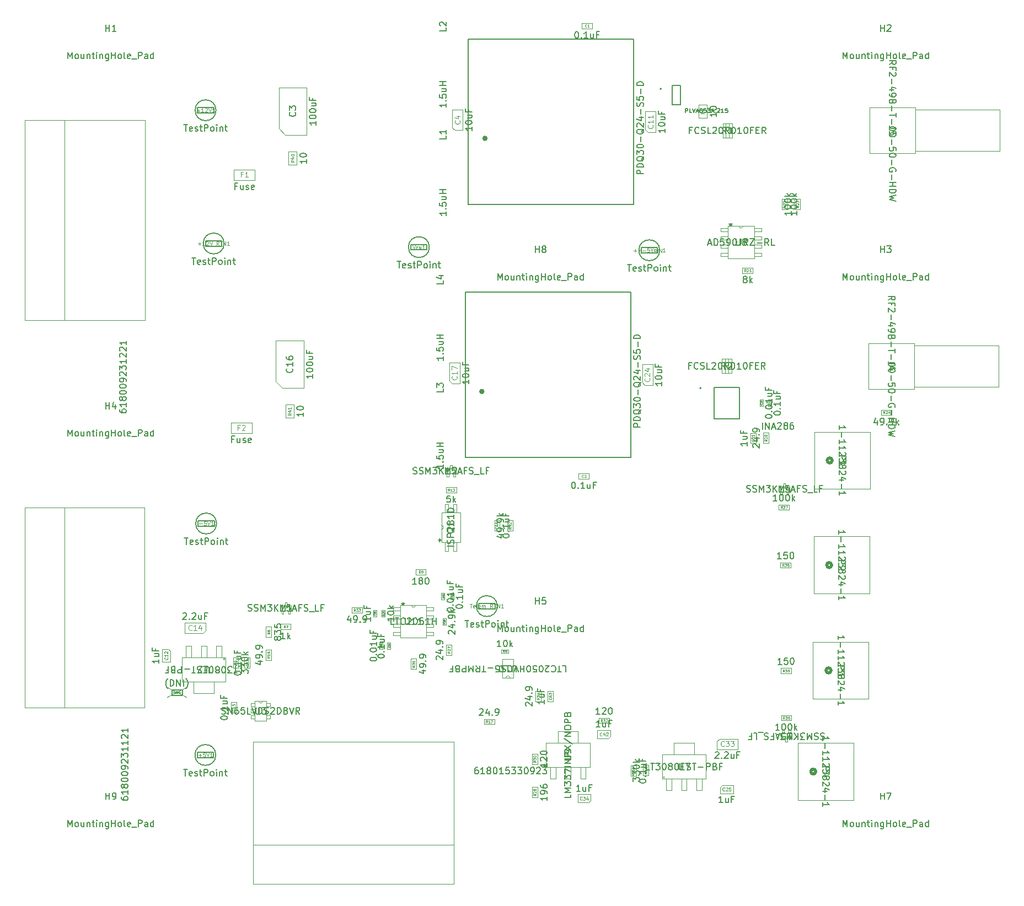
<source format=gbr>
%TF.GenerationSoftware,KiCad,Pcbnew,9.0.3*%
%TF.CreationDate,2025-09-16T11:45:41-04:00*%
%TF.ProjectId,5_COLD_TPC_Charge_Pre_Amp,355f434f-4c44-45f5-9450-435f43686172,rev?*%
%TF.SameCoordinates,Original*%
%TF.FileFunction,AssemblyDrawing,Top*%
%FSLAX46Y46*%
G04 Gerber Fmt 4.6, Leading zero omitted, Abs format (unit mm)*
G04 Created by KiCad (PCBNEW 9.0.3) date 2025-09-16 11:45:41*
%MOMM*%
%LPD*%
G01*
G04 APERTURE LIST*
%ADD10C,0.150000*%
%ADD11C,0.060000*%
%ADD12C,0.120000*%
%ADD13C,0.080000*%
%ADD14C,0.090000*%
%ADD15C,0.040000*%
%ADD16C,0.100000*%
%ADD17C,0.127000*%
%ADD18C,0.400000*%
%ADD19C,0.025400*%
%ADD20C,0.200000*%
%ADD21C,0.508000*%
G04 APERTURE END LIST*
D10*
X270638810Y-160640057D02*
X270686429Y-160592438D01*
X270686429Y-160592438D02*
X270781667Y-160544819D01*
X270781667Y-160544819D02*
X271019762Y-160544819D01*
X271019762Y-160544819D02*
X271115000Y-160592438D01*
X271115000Y-160592438D02*
X271162619Y-160640057D01*
X271162619Y-160640057D02*
X271210238Y-160735295D01*
X271210238Y-160735295D02*
X271210238Y-160830533D01*
X271210238Y-160830533D02*
X271162619Y-160973390D01*
X271162619Y-160973390D02*
X270591191Y-161544819D01*
X270591191Y-161544819D02*
X271210238Y-161544819D01*
X272067381Y-160878152D02*
X272067381Y-161544819D01*
X271829286Y-160497200D02*
X271591191Y-161211485D01*
X271591191Y-161211485D02*
X272210238Y-161211485D01*
X272591191Y-161449580D02*
X272638810Y-161497200D01*
X272638810Y-161497200D02*
X272591191Y-161544819D01*
X272591191Y-161544819D02*
X272543572Y-161497200D01*
X272543572Y-161497200D02*
X272591191Y-161449580D01*
X272591191Y-161449580D02*
X272591191Y-161544819D01*
X273115000Y-161544819D02*
X273305476Y-161544819D01*
X273305476Y-161544819D02*
X273400714Y-161497200D01*
X273400714Y-161497200D02*
X273448333Y-161449580D01*
X273448333Y-161449580D02*
X273543571Y-161306723D01*
X273543571Y-161306723D02*
X273591190Y-161116247D01*
X273591190Y-161116247D02*
X273591190Y-160735295D01*
X273591190Y-160735295D02*
X273543571Y-160640057D01*
X273543571Y-160640057D02*
X273495952Y-160592438D01*
X273495952Y-160592438D02*
X273400714Y-160544819D01*
X273400714Y-160544819D02*
X273210238Y-160544819D01*
X273210238Y-160544819D02*
X273115000Y-160592438D01*
X273115000Y-160592438D02*
X273067381Y-160640057D01*
X273067381Y-160640057D02*
X273019762Y-160735295D01*
X273019762Y-160735295D02*
X273019762Y-160973390D01*
X273019762Y-160973390D02*
X273067381Y-161068628D01*
X273067381Y-161068628D02*
X273115000Y-161116247D01*
X273115000Y-161116247D02*
X273210238Y-161163866D01*
X273210238Y-161163866D02*
X273400714Y-161163866D01*
X273400714Y-161163866D02*
X273495952Y-161116247D01*
X273495952Y-161116247D02*
X273543571Y-161068628D01*
X273543571Y-161068628D02*
X273591190Y-160973390D01*
D11*
X271857857Y-162701927D02*
X271724524Y-162511451D01*
X271629286Y-162701927D02*
X271629286Y-162301927D01*
X271629286Y-162301927D02*
X271781667Y-162301927D01*
X271781667Y-162301927D02*
X271819762Y-162320975D01*
X271819762Y-162320975D02*
X271838809Y-162340022D01*
X271838809Y-162340022D02*
X271857857Y-162378118D01*
X271857857Y-162378118D02*
X271857857Y-162435260D01*
X271857857Y-162435260D02*
X271838809Y-162473356D01*
X271838809Y-162473356D02*
X271819762Y-162492403D01*
X271819762Y-162492403D02*
X271781667Y-162511451D01*
X271781667Y-162511451D02*
X271629286Y-162511451D01*
X272238809Y-162701927D02*
X272010238Y-162701927D01*
X272124524Y-162701927D02*
X272124524Y-162301927D01*
X272124524Y-162301927D02*
X272086428Y-162359070D01*
X272086428Y-162359070D02*
X272048333Y-162397165D01*
X272048333Y-162397165D02*
X272010238Y-162416213D01*
X272372142Y-162301927D02*
X272638809Y-162301927D01*
X272638809Y-162301927D02*
X272467380Y-162701927D01*
D10*
X317023333Y-153724819D02*
X316451905Y-153724819D01*
X316737619Y-153724819D02*
X316737619Y-152724819D01*
X316737619Y-152724819D02*
X316642381Y-152867676D01*
X316642381Y-152867676D02*
X316547143Y-152962914D01*
X316547143Y-152962914D02*
X316451905Y-153010533D01*
X317928095Y-152724819D02*
X317451905Y-152724819D01*
X317451905Y-152724819D02*
X317404286Y-153201009D01*
X317404286Y-153201009D02*
X317451905Y-153153390D01*
X317451905Y-153153390D02*
X317547143Y-153105771D01*
X317547143Y-153105771D02*
X317785238Y-153105771D01*
X317785238Y-153105771D02*
X317880476Y-153153390D01*
X317880476Y-153153390D02*
X317928095Y-153201009D01*
X317928095Y-153201009D02*
X317975714Y-153296247D01*
X317975714Y-153296247D02*
X317975714Y-153534342D01*
X317975714Y-153534342D02*
X317928095Y-153629580D01*
X317928095Y-153629580D02*
X317880476Y-153677200D01*
X317880476Y-153677200D02*
X317785238Y-153724819D01*
X317785238Y-153724819D02*
X317547143Y-153724819D01*
X317547143Y-153724819D02*
X317451905Y-153677200D01*
X317451905Y-153677200D02*
X317404286Y-153629580D01*
X318594762Y-152724819D02*
X318690000Y-152724819D01*
X318690000Y-152724819D02*
X318785238Y-152772438D01*
X318785238Y-152772438D02*
X318832857Y-152820057D01*
X318832857Y-152820057D02*
X318880476Y-152915295D01*
X318880476Y-152915295D02*
X318928095Y-153105771D01*
X318928095Y-153105771D02*
X318928095Y-153343866D01*
X318928095Y-153343866D02*
X318880476Y-153534342D01*
X318880476Y-153534342D02*
X318832857Y-153629580D01*
X318832857Y-153629580D02*
X318785238Y-153677200D01*
X318785238Y-153677200D02*
X318690000Y-153724819D01*
X318690000Y-153724819D02*
X318594762Y-153724819D01*
X318594762Y-153724819D02*
X318499524Y-153677200D01*
X318499524Y-153677200D02*
X318451905Y-153629580D01*
X318451905Y-153629580D02*
X318404286Y-153534342D01*
X318404286Y-153534342D02*
X318356667Y-153343866D01*
X318356667Y-153343866D02*
X318356667Y-153105771D01*
X318356667Y-153105771D02*
X318404286Y-152915295D01*
X318404286Y-152915295D02*
X318451905Y-152820057D01*
X318451905Y-152820057D02*
X318499524Y-152772438D01*
X318499524Y-152772438D02*
X318594762Y-152724819D01*
D11*
X317432857Y-154881927D02*
X317299524Y-154691451D01*
X317204286Y-154881927D02*
X317204286Y-154481927D01*
X317204286Y-154481927D02*
X317356667Y-154481927D01*
X317356667Y-154481927D02*
X317394762Y-154500975D01*
X317394762Y-154500975D02*
X317413809Y-154520022D01*
X317413809Y-154520022D02*
X317432857Y-154558118D01*
X317432857Y-154558118D02*
X317432857Y-154615260D01*
X317432857Y-154615260D02*
X317413809Y-154653356D01*
X317413809Y-154653356D02*
X317394762Y-154672403D01*
X317394762Y-154672403D02*
X317356667Y-154691451D01*
X317356667Y-154691451D02*
X317204286Y-154691451D01*
X317566190Y-154481927D02*
X317813809Y-154481927D01*
X317813809Y-154481927D02*
X317680476Y-154634308D01*
X317680476Y-154634308D02*
X317737619Y-154634308D01*
X317737619Y-154634308D02*
X317775714Y-154653356D01*
X317775714Y-154653356D02*
X317794762Y-154672403D01*
X317794762Y-154672403D02*
X317813809Y-154710499D01*
X317813809Y-154710499D02*
X317813809Y-154805737D01*
X317813809Y-154805737D02*
X317794762Y-154843832D01*
X317794762Y-154843832D02*
X317775714Y-154862880D01*
X317775714Y-154862880D02*
X317737619Y-154881927D01*
X317737619Y-154881927D02*
X317623333Y-154881927D01*
X317623333Y-154881927D02*
X317585238Y-154862880D01*
X317585238Y-154862880D02*
X317566190Y-154843832D01*
X318004285Y-154881927D02*
X318080476Y-154881927D01*
X318080476Y-154881927D02*
X318118571Y-154862880D01*
X318118571Y-154862880D02*
X318137619Y-154843832D01*
X318137619Y-154843832D02*
X318175714Y-154786689D01*
X318175714Y-154786689D02*
X318194761Y-154710499D01*
X318194761Y-154710499D02*
X318194761Y-154558118D01*
X318194761Y-154558118D02*
X318175714Y-154520022D01*
X318175714Y-154520022D02*
X318156666Y-154500975D01*
X318156666Y-154500975D02*
X318118571Y-154481927D01*
X318118571Y-154481927D02*
X318042380Y-154481927D01*
X318042380Y-154481927D02*
X318004285Y-154500975D01*
X318004285Y-154500975D02*
X317985238Y-154520022D01*
X317985238Y-154520022D02*
X317966190Y-154558118D01*
X317966190Y-154558118D02*
X317966190Y-154653356D01*
X317966190Y-154653356D02*
X317985238Y-154691451D01*
X317985238Y-154691451D02*
X318004285Y-154710499D01*
X318004285Y-154710499D02*
X318042380Y-154729546D01*
X318042380Y-154729546D02*
X318118571Y-154729546D01*
X318118571Y-154729546D02*
X318156666Y-154710499D01*
X318156666Y-154710499D02*
X318175714Y-154691451D01*
X318175714Y-154691451D02*
X318194761Y-154653356D01*
D10*
X269009819Y-110021428D02*
X269009819Y-110592856D01*
X269009819Y-110307142D02*
X268009819Y-110307142D01*
X268009819Y-110307142D02*
X268152676Y-110402380D01*
X268152676Y-110402380D02*
X268247914Y-110497618D01*
X268247914Y-110497618D02*
X268295533Y-110592856D01*
X268009819Y-109402380D02*
X268009819Y-109307142D01*
X268009819Y-109307142D02*
X268057438Y-109211904D01*
X268057438Y-109211904D02*
X268105057Y-109164285D01*
X268105057Y-109164285D02*
X268200295Y-109116666D01*
X268200295Y-109116666D02*
X268390771Y-109069047D01*
X268390771Y-109069047D02*
X268628866Y-109069047D01*
X268628866Y-109069047D02*
X268819342Y-109116666D01*
X268819342Y-109116666D02*
X268914580Y-109164285D01*
X268914580Y-109164285D02*
X268962200Y-109211904D01*
X268962200Y-109211904D02*
X269009819Y-109307142D01*
X269009819Y-109307142D02*
X269009819Y-109402380D01*
X269009819Y-109402380D02*
X268962200Y-109497618D01*
X268962200Y-109497618D02*
X268914580Y-109545237D01*
X268914580Y-109545237D02*
X268819342Y-109592856D01*
X268819342Y-109592856D02*
X268628866Y-109640475D01*
X268628866Y-109640475D02*
X268390771Y-109640475D01*
X268390771Y-109640475D02*
X268200295Y-109592856D01*
X268200295Y-109592856D02*
X268105057Y-109545237D01*
X268105057Y-109545237D02*
X268057438Y-109497618D01*
X268057438Y-109497618D02*
X268009819Y-109402380D01*
X268343152Y-108211904D02*
X269009819Y-108211904D01*
X268343152Y-108640475D02*
X268866961Y-108640475D01*
X268866961Y-108640475D02*
X268962200Y-108592856D01*
X268962200Y-108592856D02*
X269009819Y-108497618D01*
X269009819Y-108497618D02*
X269009819Y-108354761D01*
X269009819Y-108354761D02*
X268962200Y-108259523D01*
X268962200Y-108259523D02*
X268914580Y-108211904D01*
X268486009Y-107402380D02*
X268486009Y-107735713D01*
X269009819Y-107735713D02*
X268009819Y-107735713D01*
X268009819Y-107735713D02*
X268009819Y-107259523D01*
D12*
X267092664Y-109464285D02*
X267130760Y-109502381D01*
X267130760Y-109502381D02*
X267168855Y-109616666D01*
X267168855Y-109616666D02*
X267168855Y-109692857D01*
X267168855Y-109692857D02*
X267130760Y-109807143D01*
X267130760Y-109807143D02*
X267054569Y-109883333D01*
X267054569Y-109883333D02*
X266978379Y-109921428D01*
X266978379Y-109921428D02*
X266825998Y-109959524D01*
X266825998Y-109959524D02*
X266711712Y-109959524D01*
X266711712Y-109959524D02*
X266559331Y-109921428D01*
X266559331Y-109921428D02*
X266483140Y-109883333D01*
X266483140Y-109883333D02*
X266406950Y-109807143D01*
X266406950Y-109807143D02*
X266368855Y-109692857D01*
X266368855Y-109692857D02*
X266368855Y-109616666D01*
X266368855Y-109616666D02*
X266406950Y-109502381D01*
X266406950Y-109502381D02*
X266445045Y-109464285D01*
X267168855Y-108702381D02*
X267168855Y-109159524D01*
X267168855Y-108930952D02*
X266368855Y-108930952D01*
X266368855Y-108930952D02*
X266483140Y-109007143D01*
X266483140Y-109007143D02*
X266559331Y-109083333D01*
X266559331Y-109083333D02*
X266597426Y-109159524D01*
X266368855Y-108435714D02*
X266368855Y-107902380D01*
X266368855Y-107902380D02*
X267168855Y-108245238D01*
D10*
X230914819Y-161982856D02*
X230914819Y-161887618D01*
X230914819Y-161887618D02*
X230962438Y-161792380D01*
X230962438Y-161792380D02*
X231010057Y-161744761D01*
X231010057Y-161744761D02*
X231105295Y-161697142D01*
X231105295Y-161697142D02*
X231295771Y-161649523D01*
X231295771Y-161649523D02*
X231533866Y-161649523D01*
X231533866Y-161649523D02*
X231724342Y-161697142D01*
X231724342Y-161697142D02*
X231819580Y-161744761D01*
X231819580Y-161744761D02*
X231867200Y-161792380D01*
X231867200Y-161792380D02*
X231914819Y-161887618D01*
X231914819Y-161887618D02*
X231914819Y-161982856D01*
X231914819Y-161982856D02*
X231867200Y-162078094D01*
X231867200Y-162078094D02*
X231819580Y-162125713D01*
X231819580Y-162125713D02*
X231724342Y-162173332D01*
X231724342Y-162173332D02*
X231533866Y-162220951D01*
X231533866Y-162220951D02*
X231295771Y-162220951D01*
X231295771Y-162220951D02*
X231105295Y-162173332D01*
X231105295Y-162173332D02*
X231010057Y-162125713D01*
X231010057Y-162125713D02*
X230962438Y-162078094D01*
X230962438Y-162078094D02*
X230914819Y-161982856D01*
X231819580Y-161220951D02*
X231867200Y-161173332D01*
X231867200Y-161173332D02*
X231914819Y-161220951D01*
X231914819Y-161220951D02*
X231867200Y-161268570D01*
X231867200Y-161268570D02*
X231819580Y-161220951D01*
X231819580Y-161220951D02*
X231914819Y-161220951D01*
X231914819Y-160220952D02*
X231914819Y-160792380D01*
X231914819Y-160506666D02*
X230914819Y-160506666D01*
X230914819Y-160506666D02*
X231057676Y-160601904D01*
X231057676Y-160601904D02*
X231152914Y-160697142D01*
X231152914Y-160697142D02*
X231200533Y-160792380D01*
X231248152Y-159363809D02*
X231914819Y-159363809D01*
X231248152Y-159792380D02*
X231771961Y-159792380D01*
X231771961Y-159792380D02*
X231867200Y-159744761D01*
X231867200Y-159744761D02*
X231914819Y-159649523D01*
X231914819Y-159649523D02*
X231914819Y-159506666D01*
X231914819Y-159506666D02*
X231867200Y-159411428D01*
X231867200Y-159411428D02*
X231819580Y-159363809D01*
X231391009Y-158554285D02*
X231391009Y-158887618D01*
X231914819Y-158887618D02*
X230914819Y-158887618D01*
X230914819Y-158887618D02*
X230914819Y-158411428D01*
D11*
X233033832Y-160597142D02*
X233052880Y-160616190D01*
X233052880Y-160616190D02*
X233071927Y-160673332D01*
X233071927Y-160673332D02*
X233071927Y-160711428D01*
X233071927Y-160711428D02*
X233052880Y-160768571D01*
X233052880Y-160768571D02*
X233014784Y-160806666D01*
X233014784Y-160806666D02*
X232976689Y-160825713D01*
X232976689Y-160825713D02*
X232900499Y-160844761D01*
X232900499Y-160844761D02*
X232843356Y-160844761D01*
X232843356Y-160844761D02*
X232767165Y-160825713D01*
X232767165Y-160825713D02*
X232729070Y-160806666D01*
X232729070Y-160806666D02*
X232690975Y-160768571D01*
X232690975Y-160768571D02*
X232671927Y-160711428D01*
X232671927Y-160711428D02*
X232671927Y-160673332D01*
X232671927Y-160673332D02*
X232690975Y-160616190D01*
X232690975Y-160616190D02*
X232710022Y-160597142D01*
X233071927Y-160216190D02*
X233071927Y-160444761D01*
X233071927Y-160330475D02*
X232671927Y-160330475D01*
X232671927Y-160330475D02*
X232729070Y-160368571D01*
X232729070Y-160368571D02*
X232767165Y-160406666D01*
X232767165Y-160406666D02*
X232786213Y-160444761D01*
X232671927Y-159854285D02*
X232671927Y-160044761D01*
X232671927Y-160044761D02*
X232862403Y-160063809D01*
X232862403Y-160063809D02*
X232843356Y-160044761D01*
X232843356Y-160044761D02*
X232824308Y-160006666D01*
X232824308Y-160006666D02*
X232824308Y-159911428D01*
X232824308Y-159911428D02*
X232843356Y-159873333D01*
X232843356Y-159873333D02*
X232862403Y-159854285D01*
X232862403Y-159854285D02*
X232900499Y-159835238D01*
X232900499Y-159835238D02*
X232995737Y-159835238D01*
X232995737Y-159835238D02*
X233033832Y-159854285D01*
X233033832Y-159854285D02*
X233052880Y-159873333D01*
X233052880Y-159873333D02*
X233071927Y-159911428D01*
X233071927Y-159911428D02*
X233071927Y-160006666D01*
X233071927Y-160006666D02*
X233052880Y-160044761D01*
X233052880Y-160044761D02*
X233033832Y-160063809D01*
D10*
X277790057Y-160091189D02*
X277742438Y-160043570D01*
X277742438Y-160043570D02*
X277694819Y-159948332D01*
X277694819Y-159948332D02*
X277694819Y-159710237D01*
X277694819Y-159710237D02*
X277742438Y-159614999D01*
X277742438Y-159614999D02*
X277790057Y-159567380D01*
X277790057Y-159567380D02*
X277885295Y-159519761D01*
X277885295Y-159519761D02*
X277980533Y-159519761D01*
X277980533Y-159519761D02*
X278123390Y-159567380D01*
X278123390Y-159567380D02*
X278694819Y-160138808D01*
X278694819Y-160138808D02*
X278694819Y-159519761D01*
X278028152Y-158662618D02*
X278694819Y-158662618D01*
X277647200Y-158900713D02*
X278361485Y-159138808D01*
X278361485Y-159138808D02*
X278361485Y-158519761D01*
X278599580Y-158138808D02*
X278647200Y-158091189D01*
X278647200Y-158091189D02*
X278694819Y-158138808D01*
X278694819Y-158138808D02*
X278647200Y-158186427D01*
X278647200Y-158186427D02*
X278599580Y-158138808D01*
X278599580Y-158138808D02*
X278694819Y-158138808D01*
X278694819Y-157614999D02*
X278694819Y-157424523D01*
X278694819Y-157424523D02*
X278647200Y-157329285D01*
X278647200Y-157329285D02*
X278599580Y-157281666D01*
X278599580Y-157281666D02*
X278456723Y-157186428D01*
X278456723Y-157186428D02*
X278266247Y-157138809D01*
X278266247Y-157138809D02*
X277885295Y-157138809D01*
X277885295Y-157138809D02*
X277790057Y-157186428D01*
X277790057Y-157186428D02*
X277742438Y-157234047D01*
X277742438Y-157234047D02*
X277694819Y-157329285D01*
X277694819Y-157329285D02*
X277694819Y-157519761D01*
X277694819Y-157519761D02*
X277742438Y-157614999D01*
X277742438Y-157614999D02*
X277790057Y-157662618D01*
X277790057Y-157662618D02*
X277885295Y-157710237D01*
X277885295Y-157710237D02*
X278123390Y-157710237D01*
X278123390Y-157710237D02*
X278218628Y-157662618D01*
X278218628Y-157662618D02*
X278266247Y-157614999D01*
X278266247Y-157614999D02*
X278313866Y-157519761D01*
X278313866Y-157519761D02*
X278313866Y-157329285D01*
X278313866Y-157329285D02*
X278266247Y-157234047D01*
X278266247Y-157234047D02*
X278218628Y-157186428D01*
X278218628Y-157186428D02*
X278123390Y-157138809D01*
D11*
X279851927Y-158872142D02*
X279661451Y-159005475D01*
X279851927Y-159100713D02*
X279451927Y-159100713D01*
X279451927Y-159100713D02*
X279451927Y-158948332D01*
X279451927Y-158948332D02*
X279470975Y-158910237D01*
X279470975Y-158910237D02*
X279490022Y-158891190D01*
X279490022Y-158891190D02*
X279528118Y-158872142D01*
X279528118Y-158872142D02*
X279585260Y-158872142D01*
X279585260Y-158872142D02*
X279623356Y-158891190D01*
X279623356Y-158891190D02*
X279642403Y-158910237D01*
X279642403Y-158910237D02*
X279661451Y-158948332D01*
X279661451Y-158948332D02*
X279661451Y-159100713D01*
X279451927Y-158738809D02*
X279451927Y-158491190D01*
X279451927Y-158491190D02*
X279604308Y-158624523D01*
X279604308Y-158624523D02*
X279604308Y-158567380D01*
X279604308Y-158567380D02*
X279623356Y-158529285D01*
X279623356Y-158529285D02*
X279642403Y-158510237D01*
X279642403Y-158510237D02*
X279680499Y-158491190D01*
X279680499Y-158491190D02*
X279775737Y-158491190D01*
X279775737Y-158491190D02*
X279813832Y-158510237D01*
X279813832Y-158510237D02*
X279832880Y-158529285D01*
X279832880Y-158529285D02*
X279851927Y-158567380D01*
X279851927Y-158567380D02*
X279851927Y-158681666D01*
X279851927Y-158681666D02*
X279832880Y-158719761D01*
X279832880Y-158719761D02*
X279813832Y-158738809D01*
X279585260Y-158148333D02*
X279851927Y-158148333D01*
X279432880Y-158243571D02*
X279718594Y-158338809D01*
X279718594Y-158338809D02*
X279718594Y-158091190D01*
D10*
X273658152Y-133814761D02*
X274324819Y-133814761D01*
X273277200Y-134052856D02*
X273991485Y-134290951D01*
X273991485Y-134290951D02*
X273991485Y-133671904D01*
X274324819Y-133243332D02*
X274324819Y-133052856D01*
X274324819Y-133052856D02*
X274277200Y-132957618D01*
X274277200Y-132957618D02*
X274229580Y-132909999D01*
X274229580Y-132909999D02*
X274086723Y-132814761D01*
X274086723Y-132814761D02*
X273896247Y-132767142D01*
X273896247Y-132767142D02*
X273515295Y-132767142D01*
X273515295Y-132767142D02*
X273420057Y-132814761D01*
X273420057Y-132814761D02*
X273372438Y-132862380D01*
X273372438Y-132862380D02*
X273324819Y-132957618D01*
X273324819Y-132957618D02*
X273324819Y-133148094D01*
X273324819Y-133148094D02*
X273372438Y-133243332D01*
X273372438Y-133243332D02*
X273420057Y-133290951D01*
X273420057Y-133290951D02*
X273515295Y-133338570D01*
X273515295Y-133338570D02*
X273753390Y-133338570D01*
X273753390Y-133338570D02*
X273848628Y-133290951D01*
X273848628Y-133290951D02*
X273896247Y-133243332D01*
X273896247Y-133243332D02*
X273943866Y-133148094D01*
X273943866Y-133148094D02*
X273943866Y-132957618D01*
X273943866Y-132957618D02*
X273896247Y-132862380D01*
X273896247Y-132862380D02*
X273848628Y-132814761D01*
X273848628Y-132814761D02*
X273753390Y-132767142D01*
X274229580Y-132338570D02*
X274277200Y-132290951D01*
X274277200Y-132290951D02*
X274324819Y-132338570D01*
X274324819Y-132338570D02*
X274277200Y-132386189D01*
X274277200Y-132386189D02*
X274229580Y-132338570D01*
X274229580Y-132338570D02*
X274324819Y-132338570D01*
X274324819Y-131814761D02*
X274324819Y-131624285D01*
X274324819Y-131624285D02*
X274277200Y-131529047D01*
X274277200Y-131529047D02*
X274229580Y-131481428D01*
X274229580Y-131481428D02*
X274086723Y-131386190D01*
X274086723Y-131386190D02*
X273896247Y-131338571D01*
X273896247Y-131338571D02*
X273515295Y-131338571D01*
X273515295Y-131338571D02*
X273420057Y-131386190D01*
X273420057Y-131386190D02*
X273372438Y-131433809D01*
X273372438Y-131433809D02*
X273324819Y-131529047D01*
X273324819Y-131529047D02*
X273324819Y-131719523D01*
X273324819Y-131719523D02*
X273372438Y-131814761D01*
X273372438Y-131814761D02*
X273420057Y-131862380D01*
X273420057Y-131862380D02*
X273515295Y-131909999D01*
X273515295Y-131909999D02*
X273753390Y-131909999D01*
X273753390Y-131909999D02*
X273848628Y-131862380D01*
X273848628Y-131862380D02*
X273896247Y-131814761D01*
X273896247Y-131814761D02*
X273943866Y-131719523D01*
X273943866Y-131719523D02*
X273943866Y-131529047D01*
X273943866Y-131529047D02*
X273896247Y-131433809D01*
X273896247Y-131433809D02*
X273848628Y-131386190D01*
X273848628Y-131386190D02*
X273753390Y-131338571D01*
X274324819Y-130909999D02*
X273324819Y-130909999D01*
X273943866Y-130814761D02*
X274324819Y-130529047D01*
X273658152Y-130529047D02*
X274039104Y-130909999D01*
D11*
X275481927Y-132667142D02*
X275291451Y-132800475D01*
X275481927Y-132895713D02*
X275081927Y-132895713D01*
X275081927Y-132895713D02*
X275081927Y-132743332D01*
X275081927Y-132743332D02*
X275100975Y-132705237D01*
X275100975Y-132705237D02*
X275120022Y-132686190D01*
X275120022Y-132686190D02*
X275158118Y-132667142D01*
X275158118Y-132667142D02*
X275215260Y-132667142D01*
X275215260Y-132667142D02*
X275253356Y-132686190D01*
X275253356Y-132686190D02*
X275272403Y-132705237D01*
X275272403Y-132705237D02*
X275291451Y-132743332D01*
X275291451Y-132743332D02*
X275291451Y-132895713D01*
X275215260Y-132324285D02*
X275481927Y-132324285D01*
X275062880Y-132419523D02*
X275348594Y-132514761D01*
X275348594Y-132514761D02*
X275348594Y-132267142D01*
X275120022Y-132133809D02*
X275100975Y-132114761D01*
X275100975Y-132114761D02*
X275081927Y-132076666D01*
X275081927Y-132076666D02*
X275081927Y-131981428D01*
X275081927Y-131981428D02*
X275100975Y-131943333D01*
X275100975Y-131943333D02*
X275120022Y-131924285D01*
X275120022Y-131924285D02*
X275158118Y-131905238D01*
X275158118Y-131905238D02*
X275196213Y-131905238D01*
X275196213Y-131905238D02*
X275253356Y-131924285D01*
X275253356Y-131924285D02*
X275481927Y-132152857D01*
X275481927Y-132152857D02*
X275481927Y-131905238D01*
D10*
X311689819Y-119560238D02*
X311689819Y-120131666D01*
X311689819Y-119845952D02*
X310689819Y-119845952D01*
X310689819Y-119845952D02*
X310832676Y-119941190D01*
X310832676Y-119941190D02*
X310927914Y-120036428D01*
X310927914Y-120036428D02*
X310975533Y-120131666D01*
X311023152Y-118703095D02*
X311689819Y-118703095D01*
X311023152Y-119131666D02*
X311546961Y-119131666D01*
X311546961Y-119131666D02*
X311642200Y-119084047D01*
X311642200Y-119084047D02*
X311689819Y-118988809D01*
X311689819Y-118988809D02*
X311689819Y-118845952D01*
X311689819Y-118845952D02*
X311642200Y-118750714D01*
X311642200Y-118750714D02*
X311594580Y-118703095D01*
X311166009Y-117893571D02*
X311166009Y-118226904D01*
X311689819Y-118226904D02*
X310689819Y-118226904D01*
X310689819Y-118226904D02*
X310689819Y-117750714D01*
D11*
X312808832Y-119222142D02*
X312827880Y-119241190D01*
X312827880Y-119241190D02*
X312846927Y-119298332D01*
X312846927Y-119298332D02*
X312846927Y-119336428D01*
X312846927Y-119336428D02*
X312827880Y-119393571D01*
X312827880Y-119393571D02*
X312789784Y-119431666D01*
X312789784Y-119431666D02*
X312751689Y-119450713D01*
X312751689Y-119450713D02*
X312675499Y-119469761D01*
X312675499Y-119469761D02*
X312618356Y-119469761D01*
X312618356Y-119469761D02*
X312542165Y-119450713D01*
X312542165Y-119450713D02*
X312504070Y-119431666D01*
X312504070Y-119431666D02*
X312465975Y-119393571D01*
X312465975Y-119393571D02*
X312446927Y-119336428D01*
X312446927Y-119336428D02*
X312446927Y-119298332D01*
X312446927Y-119298332D02*
X312465975Y-119241190D01*
X312465975Y-119241190D02*
X312485022Y-119222142D01*
X312446927Y-119088809D02*
X312446927Y-118841190D01*
X312446927Y-118841190D02*
X312599308Y-118974523D01*
X312599308Y-118974523D02*
X312599308Y-118917380D01*
X312599308Y-118917380D02*
X312618356Y-118879285D01*
X312618356Y-118879285D02*
X312637403Y-118860237D01*
X312637403Y-118860237D02*
X312675499Y-118841190D01*
X312675499Y-118841190D02*
X312770737Y-118841190D01*
X312770737Y-118841190D02*
X312808832Y-118860237D01*
X312808832Y-118860237D02*
X312827880Y-118879285D01*
X312827880Y-118879285D02*
X312846927Y-118917380D01*
X312846927Y-118917380D02*
X312846927Y-119031666D01*
X312846927Y-119031666D02*
X312827880Y-119069761D01*
X312827880Y-119069761D02*
X312808832Y-119088809D01*
X312846927Y-118460238D02*
X312846927Y-118688809D01*
X312846927Y-118574523D02*
X312446927Y-118574523D01*
X312446927Y-118574523D02*
X312504070Y-118612619D01*
X312504070Y-118612619D02*
X312542165Y-118650714D01*
X312542165Y-118650714D02*
X312561213Y-118688809D01*
D10*
X289142261Y-163344619D02*
X288570833Y-163344619D01*
X288856547Y-163344619D02*
X288856547Y-162344619D01*
X288856547Y-162344619D02*
X288761309Y-162487476D01*
X288761309Y-162487476D02*
X288666071Y-162582714D01*
X288666071Y-162582714D02*
X288570833Y-162630333D01*
X289999404Y-162677952D02*
X289999404Y-163344619D01*
X289570833Y-162677952D02*
X289570833Y-163201761D01*
X289570833Y-163201761D02*
X289618452Y-163297000D01*
X289618452Y-163297000D02*
X289713690Y-163344619D01*
X289713690Y-163344619D02*
X289856547Y-163344619D01*
X289856547Y-163344619D02*
X289951785Y-163297000D01*
X289951785Y-163297000D02*
X289999404Y-163249380D01*
X290808928Y-162820809D02*
X290475595Y-162820809D01*
X290475595Y-163344619D02*
X290475595Y-162344619D01*
X290475595Y-162344619D02*
X290951785Y-162344619D01*
D13*
X289416071Y-164649330D02*
X289392262Y-164673140D01*
X289392262Y-164673140D02*
X289320833Y-164696949D01*
X289320833Y-164696949D02*
X289273214Y-164696949D01*
X289273214Y-164696949D02*
X289201786Y-164673140D01*
X289201786Y-164673140D02*
X289154167Y-164625520D01*
X289154167Y-164625520D02*
X289130357Y-164577901D01*
X289130357Y-164577901D02*
X289106548Y-164482663D01*
X289106548Y-164482663D02*
X289106548Y-164411235D01*
X289106548Y-164411235D02*
X289130357Y-164315997D01*
X289130357Y-164315997D02*
X289154167Y-164268378D01*
X289154167Y-164268378D02*
X289201786Y-164220759D01*
X289201786Y-164220759D02*
X289273214Y-164196949D01*
X289273214Y-164196949D02*
X289320833Y-164196949D01*
X289320833Y-164196949D02*
X289392262Y-164220759D01*
X289392262Y-164220759D02*
X289416071Y-164244568D01*
X289844643Y-164363616D02*
X289844643Y-164696949D01*
X289725595Y-164173140D02*
X289606548Y-164530282D01*
X289606548Y-164530282D02*
X289916071Y-164530282D01*
X290082738Y-164244568D02*
X290106547Y-164220759D01*
X290106547Y-164220759D02*
X290154166Y-164196949D01*
X290154166Y-164196949D02*
X290273214Y-164196949D01*
X290273214Y-164196949D02*
X290320833Y-164220759D01*
X290320833Y-164220759D02*
X290344642Y-164244568D01*
X290344642Y-164244568D02*
X290368452Y-164292187D01*
X290368452Y-164292187D02*
X290368452Y-164339806D01*
X290368452Y-164339806D02*
X290344642Y-164411235D01*
X290344642Y-164411235D02*
X290058928Y-164696949D01*
X290058928Y-164696949D02*
X290368452Y-164696949D01*
D10*
X266108333Y-127824819D02*
X265632143Y-127824819D01*
X265632143Y-127824819D02*
X265584524Y-128301009D01*
X265584524Y-128301009D02*
X265632143Y-128253390D01*
X265632143Y-128253390D02*
X265727381Y-128205771D01*
X265727381Y-128205771D02*
X265965476Y-128205771D01*
X265965476Y-128205771D02*
X266060714Y-128253390D01*
X266060714Y-128253390D02*
X266108333Y-128301009D01*
X266108333Y-128301009D02*
X266155952Y-128396247D01*
X266155952Y-128396247D02*
X266155952Y-128634342D01*
X266155952Y-128634342D02*
X266108333Y-128729580D01*
X266108333Y-128729580D02*
X266060714Y-128777200D01*
X266060714Y-128777200D02*
X265965476Y-128824819D01*
X265965476Y-128824819D02*
X265727381Y-128824819D01*
X265727381Y-128824819D02*
X265632143Y-128777200D01*
X265632143Y-128777200D02*
X265584524Y-128729580D01*
X266584524Y-128824819D02*
X266584524Y-127824819D01*
X266679762Y-128443866D02*
X266965476Y-128824819D01*
X266965476Y-128158152D02*
X266584524Y-128539104D01*
D11*
X266017857Y-127121927D02*
X265884524Y-126931451D01*
X265789286Y-127121927D02*
X265789286Y-126721927D01*
X265789286Y-126721927D02*
X265941667Y-126721927D01*
X265941667Y-126721927D02*
X265979762Y-126740975D01*
X265979762Y-126740975D02*
X265998809Y-126760022D01*
X265998809Y-126760022D02*
X266017857Y-126798118D01*
X266017857Y-126798118D02*
X266017857Y-126855260D01*
X266017857Y-126855260D02*
X265998809Y-126893356D01*
X265998809Y-126893356D02*
X265979762Y-126912403D01*
X265979762Y-126912403D02*
X265941667Y-126931451D01*
X265941667Y-126931451D02*
X265789286Y-126931451D01*
X266398809Y-127121927D02*
X266170238Y-127121927D01*
X266284524Y-127121927D02*
X266284524Y-126721927D01*
X266284524Y-126721927D02*
X266246428Y-126779070D01*
X266246428Y-126779070D02*
X266208333Y-126817165D01*
X266208333Y-126817165D02*
X266170238Y-126836213D01*
X266532142Y-126721927D02*
X266779761Y-126721927D01*
X266779761Y-126721927D02*
X266646428Y-126874308D01*
X266646428Y-126874308D02*
X266703571Y-126874308D01*
X266703571Y-126874308D02*
X266741666Y-126893356D01*
X266741666Y-126893356D02*
X266760714Y-126912403D01*
X266760714Y-126912403D02*
X266779761Y-126950499D01*
X266779761Y-126950499D02*
X266779761Y-127045737D01*
X266779761Y-127045737D02*
X266760714Y-127083832D01*
X266760714Y-127083832D02*
X266741666Y-127102880D01*
X266741666Y-127102880D02*
X266703571Y-127121927D01*
X266703571Y-127121927D02*
X266589285Y-127121927D01*
X266589285Y-127121927D02*
X266551190Y-127102880D01*
X266551190Y-127102880D02*
X266532142Y-127083832D01*
D10*
X245519819Y-70272619D02*
X245519819Y-70844047D01*
X245519819Y-70558333D02*
X244519819Y-70558333D01*
X244519819Y-70558333D02*
X244662676Y-70653571D01*
X244662676Y-70653571D02*
X244757914Y-70748809D01*
X244757914Y-70748809D02*
X244805533Y-70844047D01*
X244519819Y-69653571D02*
X244519819Y-69558333D01*
X244519819Y-69558333D02*
X244567438Y-69463095D01*
X244567438Y-69463095D02*
X244615057Y-69415476D01*
X244615057Y-69415476D02*
X244710295Y-69367857D01*
X244710295Y-69367857D02*
X244900771Y-69320238D01*
X244900771Y-69320238D02*
X245138866Y-69320238D01*
X245138866Y-69320238D02*
X245329342Y-69367857D01*
X245329342Y-69367857D02*
X245424580Y-69415476D01*
X245424580Y-69415476D02*
X245472200Y-69463095D01*
X245472200Y-69463095D02*
X245519819Y-69558333D01*
X245519819Y-69558333D02*
X245519819Y-69653571D01*
X245519819Y-69653571D02*
X245472200Y-69748809D01*
X245472200Y-69748809D02*
X245424580Y-69796428D01*
X245424580Y-69796428D02*
X245329342Y-69844047D01*
X245329342Y-69844047D02*
X245138866Y-69891666D01*
X245138866Y-69891666D02*
X244900771Y-69891666D01*
X244900771Y-69891666D02*
X244710295Y-69844047D01*
X244710295Y-69844047D02*
X244615057Y-69796428D01*
X244615057Y-69796428D02*
X244567438Y-69748809D01*
X244567438Y-69748809D02*
X244519819Y-69653571D01*
X244519819Y-68701190D02*
X244519819Y-68605952D01*
X244519819Y-68605952D02*
X244567438Y-68510714D01*
X244567438Y-68510714D02*
X244615057Y-68463095D01*
X244615057Y-68463095D02*
X244710295Y-68415476D01*
X244710295Y-68415476D02*
X244900771Y-68367857D01*
X244900771Y-68367857D02*
X245138866Y-68367857D01*
X245138866Y-68367857D02*
X245329342Y-68415476D01*
X245329342Y-68415476D02*
X245424580Y-68463095D01*
X245424580Y-68463095D02*
X245472200Y-68510714D01*
X245472200Y-68510714D02*
X245519819Y-68605952D01*
X245519819Y-68605952D02*
X245519819Y-68701190D01*
X245519819Y-68701190D02*
X245472200Y-68796428D01*
X245472200Y-68796428D02*
X245424580Y-68844047D01*
X245424580Y-68844047D02*
X245329342Y-68891666D01*
X245329342Y-68891666D02*
X245138866Y-68939285D01*
X245138866Y-68939285D02*
X244900771Y-68939285D01*
X244900771Y-68939285D02*
X244710295Y-68891666D01*
X244710295Y-68891666D02*
X244615057Y-68844047D01*
X244615057Y-68844047D02*
X244567438Y-68796428D01*
X244567438Y-68796428D02*
X244519819Y-68701190D01*
X244853152Y-67510714D02*
X245519819Y-67510714D01*
X244853152Y-67939285D02*
X245376961Y-67939285D01*
X245376961Y-67939285D02*
X245472200Y-67891666D01*
X245472200Y-67891666D02*
X245519819Y-67796428D01*
X245519819Y-67796428D02*
X245519819Y-67653571D01*
X245519819Y-67653571D02*
X245472200Y-67558333D01*
X245472200Y-67558333D02*
X245424580Y-67510714D01*
X244996009Y-66701190D02*
X244996009Y-67034523D01*
X245519819Y-67034523D02*
X244519819Y-67034523D01*
X244519819Y-67034523D02*
X244519819Y-66558333D01*
X242324580Y-68891666D02*
X242372200Y-68939285D01*
X242372200Y-68939285D02*
X242419819Y-69082142D01*
X242419819Y-69082142D02*
X242419819Y-69177380D01*
X242419819Y-69177380D02*
X242372200Y-69320237D01*
X242372200Y-69320237D02*
X242276961Y-69415475D01*
X242276961Y-69415475D02*
X242181723Y-69463094D01*
X242181723Y-69463094D02*
X241991247Y-69510713D01*
X241991247Y-69510713D02*
X241848390Y-69510713D01*
X241848390Y-69510713D02*
X241657914Y-69463094D01*
X241657914Y-69463094D02*
X241562676Y-69415475D01*
X241562676Y-69415475D02*
X241467438Y-69320237D01*
X241467438Y-69320237D02*
X241419819Y-69177380D01*
X241419819Y-69177380D02*
X241419819Y-69082142D01*
X241419819Y-69082142D02*
X241467438Y-68939285D01*
X241467438Y-68939285D02*
X241515057Y-68891666D01*
X241419819Y-68558332D02*
X241419819Y-67939285D01*
X241419819Y-67939285D02*
X241800771Y-68272618D01*
X241800771Y-68272618D02*
X241800771Y-68129761D01*
X241800771Y-68129761D02*
X241848390Y-68034523D01*
X241848390Y-68034523D02*
X241896009Y-67986904D01*
X241896009Y-67986904D02*
X241991247Y-67939285D01*
X241991247Y-67939285D02*
X242229342Y-67939285D01*
X242229342Y-67939285D02*
X242324580Y-67986904D01*
X242324580Y-67986904D02*
X242372200Y-68034523D01*
X242372200Y-68034523D02*
X242419819Y-68129761D01*
X242419819Y-68129761D02*
X242419819Y-68415475D01*
X242419819Y-68415475D02*
X242372200Y-68510713D01*
X242372200Y-68510713D02*
X242324580Y-68558332D01*
X294184819Y-171695475D02*
X294184819Y-171076428D01*
X294184819Y-171076428D02*
X294565771Y-171409761D01*
X294565771Y-171409761D02*
X294565771Y-171266904D01*
X294565771Y-171266904D02*
X294613390Y-171171666D01*
X294613390Y-171171666D02*
X294661009Y-171124047D01*
X294661009Y-171124047D02*
X294756247Y-171076428D01*
X294756247Y-171076428D02*
X294994342Y-171076428D01*
X294994342Y-171076428D02*
X295089580Y-171124047D01*
X295089580Y-171124047D02*
X295137200Y-171171666D01*
X295137200Y-171171666D02*
X295184819Y-171266904D01*
X295184819Y-171266904D02*
X295184819Y-171552618D01*
X295184819Y-171552618D02*
X295137200Y-171647856D01*
X295137200Y-171647856D02*
X295089580Y-171695475D01*
X294184819Y-170743094D02*
X294184819Y-170124047D01*
X294184819Y-170124047D02*
X294565771Y-170457380D01*
X294565771Y-170457380D02*
X294565771Y-170314523D01*
X294565771Y-170314523D02*
X294613390Y-170219285D01*
X294613390Y-170219285D02*
X294661009Y-170171666D01*
X294661009Y-170171666D02*
X294756247Y-170124047D01*
X294756247Y-170124047D02*
X294994342Y-170124047D01*
X294994342Y-170124047D02*
X295089580Y-170171666D01*
X295089580Y-170171666D02*
X295137200Y-170219285D01*
X295137200Y-170219285D02*
X295184819Y-170314523D01*
X295184819Y-170314523D02*
X295184819Y-170600237D01*
X295184819Y-170600237D02*
X295137200Y-170695475D01*
X295137200Y-170695475D02*
X295089580Y-170743094D01*
X294184819Y-169504999D02*
X294184819Y-169409761D01*
X294184819Y-169409761D02*
X294232438Y-169314523D01*
X294232438Y-169314523D02*
X294280057Y-169266904D01*
X294280057Y-169266904D02*
X294375295Y-169219285D01*
X294375295Y-169219285D02*
X294565771Y-169171666D01*
X294565771Y-169171666D02*
X294803866Y-169171666D01*
X294803866Y-169171666D02*
X294994342Y-169219285D01*
X294994342Y-169219285D02*
X295089580Y-169266904D01*
X295089580Y-169266904D02*
X295137200Y-169314523D01*
X295137200Y-169314523D02*
X295184819Y-169409761D01*
X295184819Y-169409761D02*
X295184819Y-169504999D01*
X295184819Y-169504999D02*
X295137200Y-169600237D01*
X295137200Y-169600237D02*
X295089580Y-169647856D01*
X295089580Y-169647856D02*
X294994342Y-169695475D01*
X294994342Y-169695475D02*
X294803866Y-169743094D01*
X294803866Y-169743094D02*
X294565771Y-169743094D01*
X294565771Y-169743094D02*
X294375295Y-169695475D01*
X294375295Y-169695475D02*
X294280057Y-169647856D01*
X294280057Y-169647856D02*
X294232438Y-169600237D01*
X294232438Y-169600237D02*
X294184819Y-169504999D01*
X295184819Y-168743094D02*
X294184819Y-168743094D01*
X294803866Y-168647856D02*
X295184819Y-168362142D01*
X294518152Y-168362142D02*
X294899104Y-168743094D01*
D11*
X296341927Y-170262142D02*
X296151451Y-170395475D01*
X296341927Y-170490713D02*
X295941927Y-170490713D01*
X295941927Y-170490713D02*
X295941927Y-170338332D01*
X295941927Y-170338332D02*
X295960975Y-170300237D01*
X295960975Y-170300237D02*
X295980022Y-170281190D01*
X295980022Y-170281190D02*
X296018118Y-170262142D01*
X296018118Y-170262142D02*
X296075260Y-170262142D01*
X296075260Y-170262142D02*
X296113356Y-170281190D01*
X296113356Y-170281190D02*
X296132403Y-170300237D01*
X296132403Y-170300237D02*
X296151451Y-170338332D01*
X296151451Y-170338332D02*
X296151451Y-170490713D01*
X296341927Y-169881190D02*
X296341927Y-170109761D01*
X296341927Y-169995475D02*
X295941927Y-169995475D01*
X295941927Y-169995475D02*
X295999070Y-170033571D01*
X295999070Y-170033571D02*
X296037165Y-170071666D01*
X296037165Y-170071666D02*
X296056213Y-170109761D01*
X295941927Y-169538333D02*
X295941927Y-169614523D01*
X295941927Y-169614523D02*
X295960975Y-169652619D01*
X295960975Y-169652619D02*
X295980022Y-169671666D01*
X295980022Y-169671666D02*
X296037165Y-169709761D01*
X296037165Y-169709761D02*
X296113356Y-169728809D01*
X296113356Y-169728809D02*
X296265737Y-169728809D01*
X296265737Y-169728809D02*
X296303832Y-169709761D01*
X296303832Y-169709761D02*
X296322880Y-169690714D01*
X296322880Y-169690714D02*
X296341927Y-169652619D01*
X296341927Y-169652619D02*
X296341927Y-169576428D01*
X296341927Y-169576428D02*
X296322880Y-169538333D01*
X296322880Y-169538333D02*
X296303832Y-169519285D01*
X296303832Y-169519285D02*
X296265737Y-169500238D01*
X296265737Y-169500238D02*
X296170499Y-169500238D01*
X296170499Y-169500238D02*
X296132403Y-169519285D01*
X296132403Y-169519285D02*
X296113356Y-169538333D01*
X296113356Y-169538333D02*
X296094308Y-169576428D01*
X296094308Y-169576428D02*
X296094308Y-169652619D01*
X296094308Y-169652619D02*
X296113356Y-169690714D01*
X296113356Y-169690714D02*
X296132403Y-169709761D01*
X296132403Y-169709761D02*
X296170499Y-169728809D01*
D10*
X269479819Y-71136428D02*
X269479819Y-71707856D01*
X269479819Y-71422142D02*
X268479819Y-71422142D01*
X268479819Y-71422142D02*
X268622676Y-71517380D01*
X268622676Y-71517380D02*
X268717914Y-71612618D01*
X268717914Y-71612618D02*
X268765533Y-71707856D01*
X268479819Y-70517380D02*
X268479819Y-70422142D01*
X268479819Y-70422142D02*
X268527438Y-70326904D01*
X268527438Y-70326904D02*
X268575057Y-70279285D01*
X268575057Y-70279285D02*
X268670295Y-70231666D01*
X268670295Y-70231666D02*
X268860771Y-70184047D01*
X268860771Y-70184047D02*
X269098866Y-70184047D01*
X269098866Y-70184047D02*
X269289342Y-70231666D01*
X269289342Y-70231666D02*
X269384580Y-70279285D01*
X269384580Y-70279285D02*
X269432200Y-70326904D01*
X269432200Y-70326904D02*
X269479819Y-70422142D01*
X269479819Y-70422142D02*
X269479819Y-70517380D01*
X269479819Y-70517380D02*
X269432200Y-70612618D01*
X269432200Y-70612618D02*
X269384580Y-70660237D01*
X269384580Y-70660237D02*
X269289342Y-70707856D01*
X269289342Y-70707856D02*
X269098866Y-70755475D01*
X269098866Y-70755475D02*
X268860771Y-70755475D01*
X268860771Y-70755475D02*
X268670295Y-70707856D01*
X268670295Y-70707856D02*
X268575057Y-70660237D01*
X268575057Y-70660237D02*
X268527438Y-70612618D01*
X268527438Y-70612618D02*
X268479819Y-70517380D01*
X268813152Y-69326904D02*
X269479819Y-69326904D01*
X268813152Y-69755475D02*
X269336961Y-69755475D01*
X269336961Y-69755475D02*
X269432200Y-69707856D01*
X269432200Y-69707856D02*
X269479819Y-69612618D01*
X269479819Y-69612618D02*
X269479819Y-69469761D01*
X269479819Y-69469761D02*
X269432200Y-69374523D01*
X269432200Y-69374523D02*
X269384580Y-69326904D01*
X268956009Y-68517380D02*
X268956009Y-68850713D01*
X269479819Y-68850713D02*
X268479819Y-68850713D01*
X268479819Y-68850713D02*
X268479819Y-68374523D01*
D12*
X267562664Y-70198332D02*
X267600760Y-70236428D01*
X267600760Y-70236428D02*
X267638855Y-70350713D01*
X267638855Y-70350713D02*
X267638855Y-70426904D01*
X267638855Y-70426904D02*
X267600760Y-70541190D01*
X267600760Y-70541190D02*
X267524569Y-70617380D01*
X267524569Y-70617380D02*
X267448379Y-70655475D01*
X267448379Y-70655475D02*
X267295998Y-70693571D01*
X267295998Y-70693571D02*
X267181712Y-70693571D01*
X267181712Y-70693571D02*
X267029331Y-70655475D01*
X267029331Y-70655475D02*
X266953140Y-70617380D01*
X266953140Y-70617380D02*
X266876950Y-70541190D01*
X266876950Y-70541190D02*
X266838855Y-70426904D01*
X266838855Y-70426904D02*
X266838855Y-70350713D01*
X266838855Y-70350713D02*
X266876950Y-70236428D01*
X266876950Y-70236428D02*
X266915045Y-70198332D01*
X267105521Y-69512618D02*
X267638855Y-69512618D01*
X266800760Y-69703094D02*
X267372188Y-69893571D01*
X267372188Y-69893571D02*
X267372188Y-69398332D01*
D10*
X307982261Y-174954819D02*
X307410833Y-174954819D01*
X307696547Y-174954819D02*
X307696547Y-173954819D01*
X307696547Y-173954819D02*
X307601309Y-174097676D01*
X307601309Y-174097676D02*
X307506071Y-174192914D01*
X307506071Y-174192914D02*
X307410833Y-174240533D01*
X308839404Y-174288152D02*
X308839404Y-174954819D01*
X308410833Y-174288152D02*
X308410833Y-174811961D01*
X308410833Y-174811961D02*
X308458452Y-174907200D01*
X308458452Y-174907200D02*
X308553690Y-174954819D01*
X308553690Y-174954819D02*
X308696547Y-174954819D01*
X308696547Y-174954819D02*
X308791785Y-174907200D01*
X308791785Y-174907200D02*
X308839404Y-174859580D01*
X309648928Y-174431009D02*
X309315595Y-174431009D01*
X309315595Y-174954819D02*
X309315595Y-173954819D01*
X309315595Y-173954819D02*
X309791785Y-173954819D01*
D13*
X308256071Y-173099530D02*
X308232262Y-173123340D01*
X308232262Y-173123340D02*
X308160833Y-173147149D01*
X308160833Y-173147149D02*
X308113214Y-173147149D01*
X308113214Y-173147149D02*
X308041786Y-173123340D01*
X308041786Y-173123340D02*
X307994167Y-173075720D01*
X307994167Y-173075720D02*
X307970357Y-173028101D01*
X307970357Y-173028101D02*
X307946548Y-172932863D01*
X307946548Y-172932863D02*
X307946548Y-172861435D01*
X307946548Y-172861435D02*
X307970357Y-172766197D01*
X307970357Y-172766197D02*
X307994167Y-172718578D01*
X307994167Y-172718578D02*
X308041786Y-172670959D01*
X308041786Y-172670959D02*
X308113214Y-172647149D01*
X308113214Y-172647149D02*
X308160833Y-172647149D01*
X308160833Y-172647149D02*
X308232262Y-172670959D01*
X308232262Y-172670959D02*
X308256071Y-172694768D01*
X308446548Y-172694768D02*
X308470357Y-172670959D01*
X308470357Y-172670959D02*
X308517976Y-172647149D01*
X308517976Y-172647149D02*
X308637024Y-172647149D01*
X308637024Y-172647149D02*
X308684643Y-172670959D01*
X308684643Y-172670959D02*
X308708452Y-172694768D01*
X308708452Y-172694768D02*
X308732262Y-172742387D01*
X308732262Y-172742387D02*
X308732262Y-172790006D01*
X308732262Y-172790006D02*
X308708452Y-172861435D01*
X308708452Y-172861435D02*
X308422738Y-173147149D01*
X308422738Y-173147149D02*
X308732262Y-173147149D01*
X309184642Y-172647149D02*
X308946547Y-172647149D01*
X308946547Y-172647149D02*
X308922738Y-172885244D01*
X308922738Y-172885244D02*
X308946547Y-172861435D01*
X308946547Y-172861435D02*
X308994166Y-172837625D01*
X308994166Y-172837625D02*
X309113214Y-172837625D01*
X309113214Y-172837625D02*
X309160833Y-172861435D01*
X309160833Y-172861435D02*
X309184642Y-172885244D01*
X309184642Y-172885244D02*
X309208452Y-172932863D01*
X309208452Y-172932863D02*
X309208452Y-173051911D01*
X309208452Y-173051911D02*
X309184642Y-173099530D01*
X309184642Y-173099530D02*
X309160833Y-173123340D01*
X309160833Y-173123340D02*
X309113214Y-173147149D01*
X309113214Y-173147149D02*
X308994166Y-173147149D01*
X308994166Y-173147149D02*
X308946547Y-173123340D01*
X308946547Y-173123340D02*
X308922738Y-173099530D01*
D10*
X225076548Y-145910057D02*
X225124167Y-145862438D01*
X225124167Y-145862438D02*
X225219405Y-145814819D01*
X225219405Y-145814819D02*
X225457500Y-145814819D01*
X225457500Y-145814819D02*
X225552738Y-145862438D01*
X225552738Y-145862438D02*
X225600357Y-145910057D01*
X225600357Y-145910057D02*
X225647976Y-146005295D01*
X225647976Y-146005295D02*
X225647976Y-146100533D01*
X225647976Y-146100533D02*
X225600357Y-146243390D01*
X225600357Y-146243390D02*
X225028929Y-146814819D01*
X225028929Y-146814819D02*
X225647976Y-146814819D01*
X226076548Y-146719580D02*
X226124167Y-146767200D01*
X226124167Y-146767200D02*
X226076548Y-146814819D01*
X226076548Y-146814819D02*
X226028929Y-146767200D01*
X226028929Y-146767200D02*
X226076548Y-146719580D01*
X226076548Y-146719580D02*
X226076548Y-146814819D01*
X226505119Y-145910057D02*
X226552738Y-145862438D01*
X226552738Y-145862438D02*
X226647976Y-145814819D01*
X226647976Y-145814819D02*
X226886071Y-145814819D01*
X226886071Y-145814819D02*
X226981309Y-145862438D01*
X226981309Y-145862438D02*
X227028928Y-145910057D01*
X227028928Y-145910057D02*
X227076547Y-146005295D01*
X227076547Y-146005295D02*
X227076547Y-146100533D01*
X227076547Y-146100533D02*
X227028928Y-146243390D01*
X227028928Y-146243390D02*
X226457500Y-146814819D01*
X226457500Y-146814819D02*
X227076547Y-146814819D01*
X227933690Y-146148152D02*
X227933690Y-146814819D01*
X227505119Y-146148152D02*
X227505119Y-146671961D01*
X227505119Y-146671961D02*
X227552738Y-146767200D01*
X227552738Y-146767200D02*
X227647976Y-146814819D01*
X227647976Y-146814819D02*
X227790833Y-146814819D01*
X227790833Y-146814819D02*
X227886071Y-146767200D01*
X227886071Y-146767200D02*
X227933690Y-146719580D01*
X228743214Y-146291009D02*
X228409881Y-146291009D01*
X228409881Y-146814819D02*
X228409881Y-145814819D01*
X228409881Y-145814819D02*
X228886071Y-145814819D01*
D12*
X226443214Y-148397664D02*
X226405118Y-148435760D01*
X226405118Y-148435760D02*
X226290833Y-148473855D01*
X226290833Y-148473855D02*
X226214642Y-148473855D01*
X226214642Y-148473855D02*
X226100356Y-148435760D01*
X226100356Y-148435760D02*
X226024166Y-148359569D01*
X226024166Y-148359569D02*
X225986071Y-148283379D01*
X225986071Y-148283379D02*
X225947975Y-148130998D01*
X225947975Y-148130998D02*
X225947975Y-148016712D01*
X225947975Y-148016712D02*
X225986071Y-147864331D01*
X225986071Y-147864331D02*
X226024166Y-147788140D01*
X226024166Y-147788140D02*
X226100356Y-147711950D01*
X226100356Y-147711950D02*
X226214642Y-147673855D01*
X226214642Y-147673855D02*
X226290833Y-147673855D01*
X226290833Y-147673855D02*
X226405118Y-147711950D01*
X226405118Y-147711950D02*
X226443214Y-147750045D01*
X227205118Y-148473855D02*
X226747975Y-148473855D01*
X226976547Y-148473855D02*
X226976547Y-147673855D01*
X226976547Y-147673855D02*
X226900356Y-147788140D01*
X226900356Y-147788140D02*
X226824166Y-147864331D01*
X226824166Y-147864331D02*
X226747975Y-147902426D01*
X227890833Y-147940521D02*
X227890833Y-148473855D01*
X227700357Y-147635760D02*
X227509880Y-148207188D01*
X227509880Y-148207188D02*
X228005119Y-148207188D01*
D10*
X295316253Y-117234954D02*
X294312970Y-117234954D01*
X294312970Y-117234954D02*
X294312970Y-116852751D01*
X294312970Y-116852751D02*
X294360745Y-116757200D01*
X294360745Y-116757200D02*
X294408521Y-116709424D01*
X294408521Y-116709424D02*
X294504071Y-116661649D01*
X294504071Y-116661649D02*
X294647398Y-116661649D01*
X294647398Y-116661649D02*
X294742948Y-116709424D01*
X294742948Y-116709424D02*
X294790724Y-116757200D01*
X294790724Y-116757200D02*
X294838499Y-116852751D01*
X294838499Y-116852751D02*
X294838499Y-117234954D01*
X295316253Y-116231671D02*
X294312970Y-116231671D01*
X294312970Y-116231671D02*
X294312970Y-115992794D01*
X294312970Y-115992794D02*
X294360745Y-115849468D01*
X294360745Y-115849468D02*
X294456296Y-115753917D01*
X294456296Y-115753917D02*
X294551847Y-115706141D01*
X294551847Y-115706141D02*
X294742948Y-115658366D01*
X294742948Y-115658366D02*
X294886274Y-115658366D01*
X294886274Y-115658366D02*
X295077376Y-115706141D01*
X295077376Y-115706141D02*
X295172927Y-115753917D01*
X295172927Y-115753917D02*
X295268478Y-115849468D01*
X295268478Y-115849468D02*
X295316253Y-115992794D01*
X295316253Y-115992794D02*
X295316253Y-116231671D01*
X295411804Y-114559532D02*
X295364028Y-114655083D01*
X295364028Y-114655083D02*
X295268478Y-114750634D01*
X295268478Y-114750634D02*
X295125151Y-114893960D01*
X295125151Y-114893960D02*
X295077376Y-114989511D01*
X295077376Y-114989511D02*
X295077376Y-115085061D01*
X295316253Y-115037286D02*
X295268478Y-115132837D01*
X295268478Y-115132837D02*
X295172927Y-115228388D01*
X295172927Y-115228388D02*
X294981825Y-115276163D01*
X294981825Y-115276163D02*
X294647398Y-115276163D01*
X294647398Y-115276163D02*
X294456296Y-115228388D01*
X294456296Y-115228388D02*
X294360745Y-115132837D01*
X294360745Y-115132837D02*
X294312970Y-115037286D01*
X294312970Y-115037286D02*
X294312970Y-114846185D01*
X294312970Y-114846185D02*
X294360745Y-114750634D01*
X294360745Y-114750634D02*
X294456296Y-114655083D01*
X294456296Y-114655083D02*
X294647398Y-114607308D01*
X294647398Y-114607308D02*
X294981825Y-114607308D01*
X294981825Y-114607308D02*
X295172927Y-114655083D01*
X295172927Y-114655083D02*
X295268478Y-114750634D01*
X295268478Y-114750634D02*
X295316253Y-114846185D01*
X295316253Y-114846185D02*
X295316253Y-115037286D01*
X294312970Y-114272880D02*
X294312970Y-113651800D01*
X294312970Y-113651800D02*
X294695173Y-113986228D01*
X294695173Y-113986228D02*
X294695173Y-113842902D01*
X294695173Y-113842902D02*
X294742948Y-113747351D01*
X294742948Y-113747351D02*
X294790724Y-113699576D01*
X294790724Y-113699576D02*
X294886274Y-113651800D01*
X294886274Y-113651800D02*
X295125151Y-113651800D01*
X295125151Y-113651800D02*
X295220702Y-113699576D01*
X295220702Y-113699576D02*
X295268478Y-113747351D01*
X295268478Y-113747351D02*
X295316253Y-113842902D01*
X295316253Y-113842902D02*
X295316253Y-114129554D01*
X295316253Y-114129554D02*
X295268478Y-114225105D01*
X295268478Y-114225105D02*
X295220702Y-114272880D01*
X294312970Y-113030720D02*
X294312970Y-112935169D01*
X294312970Y-112935169D02*
X294360745Y-112839619D01*
X294360745Y-112839619D02*
X294408521Y-112791843D01*
X294408521Y-112791843D02*
X294504071Y-112744068D01*
X294504071Y-112744068D02*
X294695173Y-112696292D01*
X294695173Y-112696292D02*
X294934050Y-112696292D01*
X294934050Y-112696292D02*
X295125151Y-112744068D01*
X295125151Y-112744068D02*
X295220702Y-112791843D01*
X295220702Y-112791843D02*
X295268478Y-112839619D01*
X295268478Y-112839619D02*
X295316253Y-112935169D01*
X295316253Y-112935169D02*
X295316253Y-113030720D01*
X295316253Y-113030720D02*
X295268478Y-113126271D01*
X295268478Y-113126271D02*
X295220702Y-113174046D01*
X295220702Y-113174046D02*
X295125151Y-113221822D01*
X295125151Y-113221822D02*
X294934050Y-113269597D01*
X294934050Y-113269597D02*
X294695173Y-113269597D01*
X294695173Y-113269597D02*
X294504071Y-113221822D01*
X294504071Y-113221822D02*
X294408521Y-113174046D01*
X294408521Y-113174046D02*
X294360745Y-113126271D01*
X294360745Y-113126271D02*
X294312970Y-113030720D01*
X294934050Y-112266314D02*
X294934050Y-111501908D01*
X295411804Y-110355298D02*
X295364028Y-110450849D01*
X295364028Y-110450849D02*
X295268478Y-110546400D01*
X295268478Y-110546400D02*
X295125151Y-110689726D01*
X295125151Y-110689726D02*
X295077376Y-110785277D01*
X295077376Y-110785277D02*
X295077376Y-110880827D01*
X295316253Y-110833052D02*
X295268478Y-110928603D01*
X295268478Y-110928603D02*
X295172927Y-111024154D01*
X295172927Y-111024154D02*
X294981825Y-111071929D01*
X294981825Y-111071929D02*
X294647398Y-111071929D01*
X294647398Y-111071929D02*
X294456296Y-111024154D01*
X294456296Y-111024154D02*
X294360745Y-110928603D01*
X294360745Y-110928603D02*
X294312970Y-110833052D01*
X294312970Y-110833052D02*
X294312970Y-110641951D01*
X294312970Y-110641951D02*
X294360745Y-110546400D01*
X294360745Y-110546400D02*
X294456296Y-110450849D01*
X294456296Y-110450849D02*
X294647398Y-110403074D01*
X294647398Y-110403074D02*
X294981825Y-110403074D01*
X294981825Y-110403074D02*
X295172927Y-110450849D01*
X295172927Y-110450849D02*
X295268478Y-110546400D01*
X295268478Y-110546400D02*
X295316253Y-110641951D01*
X295316253Y-110641951D02*
X295316253Y-110833052D01*
X294408521Y-110020871D02*
X294360745Y-109973096D01*
X294360745Y-109973096D02*
X294312970Y-109877545D01*
X294312970Y-109877545D02*
X294312970Y-109638668D01*
X294312970Y-109638668D02*
X294360745Y-109543117D01*
X294360745Y-109543117D02*
X294408521Y-109495342D01*
X294408521Y-109495342D02*
X294504071Y-109447566D01*
X294504071Y-109447566D02*
X294599622Y-109447566D01*
X294599622Y-109447566D02*
X294742948Y-109495342D01*
X294742948Y-109495342D02*
X295316253Y-110068646D01*
X295316253Y-110068646D02*
X295316253Y-109447566D01*
X294647398Y-108587609D02*
X295316253Y-108587609D01*
X294265195Y-108826486D02*
X294981825Y-109065363D01*
X294981825Y-109065363D02*
X294981825Y-108444283D01*
X294934050Y-108062080D02*
X294934050Y-107297674D01*
X295268478Y-106867695D02*
X295316253Y-106724369D01*
X295316253Y-106724369D02*
X295316253Y-106485492D01*
X295316253Y-106485492D02*
X295268478Y-106389941D01*
X295268478Y-106389941D02*
X295220702Y-106342166D01*
X295220702Y-106342166D02*
X295125151Y-106294390D01*
X295125151Y-106294390D02*
X295029601Y-106294390D01*
X295029601Y-106294390D02*
X294934050Y-106342166D01*
X294934050Y-106342166D02*
X294886274Y-106389941D01*
X294886274Y-106389941D02*
X294838499Y-106485492D01*
X294838499Y-106485492D02*
X294790724Y-106676593D01*
X294790724Y-106676593D02*
X294742948Y-106772144D01*
X294742948Y-106772144D02*
X294695173Y-106819920D01*
X294695173Y-106819920D02*
X294599622Y-106867695D01*
X294599622Y-106867695D02*
X294504071Y-106867695D01*
X294504071Y-106867695D02*
X294408521Y-106819920D01*
X294408521Y-106819920D02*
X294360745Y-106772144D01*
X294360745Y-106772144D02*
X294312970Y-106676593D01*
X294312970Y-106676593D02*
X294312970Y-106437717D01*
X294312970Y-106437717D02*
X294360745Y-106294390D01*
X294312970Y-105386658D02*
X294312970Y-105864412D01*
X294312970Y-105864412D02*
X294790724Y-105912187D01*
X294790724Y-105912187D02*
X294742948Y-105864412D01*
X294742948Y-105864412D02*
X294695173Y-105768861D01*
X294695173Y-105768861D02*
X294695173Y-105529984D01*
X294695173Y-105529984D02*
X294742948Y-105434433D01*
X294742948Y-105434433D02*
X294790724Y-105386658D01*
X294790724Y-105386658D02*
X294886274Y-105338882D01*
X294886274Y-105338882D02*
X295125151Y-105338882D01*
X295125151Y-105338882D02*
X295220702Y-105386658D01*
X295220702Y-105386658D02*
X295268478Y-105434433D01*
X295268478Y-105434433D02*
X295316253Y-105529984D01*
X295316253Y-105529984D02*
X295316253Y-105768861D01*
X295316253Y-105768861D02*
X295268478Y-105864412D01*
X295268478Y-105864412D02*
X295220702Y-105912187D01*
X294934050Y-104908904D02*
X294934050Y-104144498D01*
X295316253Y-103666744D02*
X294312970Y-103666744D01*
X294312970Y-103666744D02*
X294312970Y-103427867D01*
X294312970Y-103427867D02*
X294360745Y-103284541D01*
X294360745Y-103284541D02*
X294456296Y-103188990D01*
X294456296Y-103188990D02*
X294551847Y-103141214D01*
X294551847Y-103141214D02*
X294742948Y-103093439D01*
X294742948Y-103093439D02*
X294886274Y-103093439D01*
X294886274Y-103093439D02*
X295077376Y-103141214D01*
X295077376Y-103141214D02*
X295172927Y-103188990D01*
X295172927Y-103188990D02*
X295268478Y-103284541D01*
X295268478Y-103284541D02*
X295316253Y-103427867D01*
X295316253Y-103427867D02*
X295316253Y-103666744D01*
X235095474Y-145477200D02*
X235238331Y-145524819D01*
X235238331Y-145524819D02*
X235476426Y-145524819D01*
X235476426Y-145524819D02*
X235571664Y-145477200D01*
X235571664Y-145477200D02*
X235619283Y-145429580D01*
X235619283Y-145429580D02*
X235666902Y-145334342D01*
X235666902Y-145334342D02*
X235666902Y-145239104D01*
X235666902Y-145239104D02*
X235619283Y-145143866D01*
X235619283Y-145143866D02*
X235571664Y-145096247D01*
X235571664Y-145096247D02*
X235476426Y-145048628D01*
X235476426Y-145048628D02*
X235285950Y-145001009D01*
X235285950Y-145001009D02*
X235190712Y-144953390D01*
X235190712Y-144953390D02*
X235143093Y-144905771D01*
X235143093Y-144905771D02*
X235095474Y-144810533D01*
X235095474Y-144810533D02*
X235095474Y-144715295D01*
X235095474Y-144715295D02*
X235143093Y-144620057D01*
X235143093Y-144620057D02*
X235190712Y-144572438D01*
X235190712Y-144572438D02*
X235285950Y-144524819D01*
X235285950Y-144524819D02*
X235524045Y-144524819D01*
X235524045Y-144524819D02*
X235666902Y-144572438D01*
X236047855Y-145477200D02*
X236190712Y-145524819D01*
X236190712Y-145524819D02*
X236428807Y-145524819D01*
X236428807Y-145524819D02*
X236524045Y-145477200D01*
X236524045Y-145477200D02*
X236571664Y-145429580D01*
X236571664Y-145429580D02*
X236619283Y-145334342D01*
X236619283Y-145334342D02*
X236619283Y-145239104D01*
X236619283Y-145239104D02*
X236571664Y-145143866D01*
X236571664Y-145143866D02*
X236524045Y-145096247D01*
X236524045Y-145096247D02*
X236428807Y-145048628D01*
X236428807Y-145048628D02*
X236238331Y-145001009D01*
X236238331Y-145001009D02*
X236143093Y-144953390D01*
X236143093Y-144953390D02*
X236095474Y-144905771D01*
X236095474Y-144905771D02*
X236047855Y-144810533D01*
X236047855Y-144810533D02*
X236047855Y-144715295D01*
X236047855Y-144715295D02*
X236095474Y-144620057D01*
X236095474Y-144620057D02*
X236143093Y-144572438D01*
X236143093Y-144572438D02*
X236238331Y-144524819D01*
X236238331Y-144524819D02*
X236476426Y-144524819D01*
X236476426Y-144524819D02*
X236619283Y-144572438D01*
X237047855Y-145524819D02*
X237047855Y-144524819D01*
X237047855Y-144524819D02*
X237381188Y-145239104D01*
X237381188Y-145239104D02*
X237714521Y-144524819D01*
X237714521Y-144524819D02*
X237714521Y-145524819D01*
X238095474Y-144524819D02*
X238714521Y-144524819D01*
X238714521Y-144524819D02*
X238381188Y-144905771D01*
X238381188Y-144905771D02*
X238524045Y-144905771D01*
X238524045Y-144905771D02*
X238619283Y-144953390D01*
X238619283Y-144953390D02*
X238666902Y-145001009D01*
X238666902Y-145001009D02*
X238714521Y-145096247D01*
X238714521Y-145096247D02*
X238714521Y-145334342D01*
X238714521Y-145334342D02*
X238666902Y-145429580D01*
X238666902Y-145429580D02*
X238619283Y-145477200D01*
X238619283Y-145477200D02*
X238524045Y-145524819D01*
X238524045Y-145524819D02*
X238238331Y-145524819D01*
X238238331Y-145524819D02*
X238143093Y-145477200D01*
X238143093Y-145477200D02*
X238095474Y-145429580D01*
X239143093Y-145524819D02*
X239143093Y-144524819D01*
X239714521Y-145524819D02*
X239285950Y-144953390D01*
X239714521Y-144524819D02*
X239143093Y-145096247D01*
X240666902Y-145524819D02*
X240095474Y-145524819D01*
X240381188Y-145524819D02*
X240381188Y-144524819D01*
X240381188Y-144524819D02*
X240285950Y-144667676D01*
X240285950Y-144667676D02*
X240190712Y-144762914D01*
X240190712Y-144762914D02*
X240095474Y-144810533D01*
X241571664Y-144524819D02*
X241095474Y-144524819D01*
X241095474Y-144524819D02*
X241047855Y-145001009D01*
X241047855Y-145001009D02*
X241095474Y-144953390D01*
X241095474Y-144953390D02*
X241190712Y-144905771D01*
X241190712Y-144905771D02*
X241428807Y-144905771D01*
X241428807Y-144905771D02*
X241524045Y-144953390D01*
X241524045Y-144953390D02*
X241571664Y-145001009D01*
X241571664Y-145001009D02*
X241619283Y-145096247D01*
X241619283Y-145096247D02*
X241619283Y-145334342D01*
X241619283Y-145334342D02*
X241571664Y-145429580D01*
X241571664Y-145429580D02*
X241524045Y-145477200D01*
X241524045Y-145477200D02*
X241428807Y-145524819D01*
X241428807Y-145524819D02*
X241190712Y-145524819D01*
X241190712Y-145524819D02*
X241095474Y-145477200D01*
X241095474Y-145477200D02*
X241047855Y-145429580D01*
X242000236Y-145239104D02*
X242476426Y-145239104D01*
X241904998Y-145524819D02*
X242238331Y-144524819D01*
X242238331Y-144524819D02*
X242571664Y-145524819D01*
X243238331Y-145001009D02*
X242904998Y-145001009D01*
X242904998Y-145524819D02*
X242904998Y-144524819D01*
X242904998Y-144524819D02*
X243381188Y-144524819D01*
X243714522Y-145477200D02*
X243857379Y-145524819D01*
X243857379Y-145524819D02*
X244095474Y-145524819D01*
X244095474Y-145524819D02*
X244190712Y-145477200D01*
X244190712Y-145477200D02*
X244238331Y-145429580D01*
X244238331Y-145429580D02*
X244285950Y-145334342D01*
X244285950Y-145334342D02*
X244285950Y-145239104D01*
X244285950Y-145239104D02*
X244238331Y-145143866D01*
X244238331Y-145143866D02*
X244190712Y-145096247D01*
X244190712Y-145096247D02*
X244095474Y-145048628D01*
X244095474Y-145048628D02*
X243904998Y-145001009D01*
X243904998Y-145001009D02*
X243809760Y-144953390D01*
X243809760Y-144953390D02*
X243762141Y-144905771D01*
X243762141Y-144905771D02*
X243714522Y-144810533D01*
X243714522Y-144810533D02*
X243714522Y-144715295D01*
X243714522Y-144715295D02*
X243762141Y-144620057D01*
X243762141Y-144620057D02*
X243809760Y-144572438D01*
X243809760Y-144572438D02*
X243904998Y-144524819D01*
X243904998Y-144524819D02*
X244143093Y-144524819D01*
X244143093Y-144524819D02*
X244285950Y-144572438D01*
X244476427Y-145620057D02*
X245238331Y-145620057D01*
X245952617Y-145524819D02*
X245476427Y-145524819D01*
X245476427Y-145524819D02*
X245476427Y-144524819D01*
X246619284Y-145001009D02*
X246285951Y-145001009D01*
X246285951Y-145524819D02*
X246285951Y-144524819D01*
X246285951Y-144524819D02*
X246762141Y-144524819D01*
X240095474Y-145524819D02*
X240095474Y-144524819D01*
X240095474Y-144524819D02*
X240428807Y-145239104D01*
X240428807Y-145239104D02*
X240762140Y-144524819D01*
X240762140Y-144524819D02*
X240762140Y-145524819D01*
X241762140Y-145524819D02*
X241190712Y-145524819D01*
X241476426Y-145524819D02*
X241476426Y-144524819D01*
X241476426Y-144524819D02*
X241381188Y-144667676D01*
X241381188Y-144667676D02*
X241285950Y-144762914D01*
X241285950Y-144762914D02*
X241190712Y-144810533D01*
X268416666Y-146974819D02*
X268988094Y-146974819D01*
X268702380Y-147974819D02*
X268702380Y-146974819D01*
X269702380Y-147927200D02*
X269607142Y-147974819D01*
X269607142Y-147974819D02*
X269416666Y-147974819D01*
X269416666Y-147974819D02*
X269321428Y-147927200D01*
X269321428Y-147927200D02*
X269273809Y-147831961D01*
X269273809Y-147831961D02*
X269273809Y-147451009D01*
X269273809Y-147451009D02*
X269321428Y-147355771D01*
X269321428Y-147355771D02*
X269416666Y-147308152D01*
X269416666Y-147308152D02*
X269607142Y-147308152D01*
X269607142Y-147308152D02*
X269702380Y-147355771D01*
X269702380Y-147355771D02*
X269749999Y-147451009D01*
X269749999Y-147451009D02*
X269749999Y-147546247D01*
X269749999Y-147546247D02*
X269273809Y-147641485D01*
X270130952Y-147927200D02*
X270226190Y-147974819D01*
X270226190Y-147974819D02*
X270416666Y-147974819D01*
X270416666Y-147974819D02*
X270511904Y-147927200D01*
X270511904Y-147927200D02*
X270559523Y-147831961D01*
X270559523Y-147831961D02*
X270559523Y-147784342D01*
X270559523Y-147784342D02*
X270511904Y-147689104D01*
X270511904Y-147689104D02*
X270416666Y-147641485D01*
X270416666Y-147641485D02*
X270273809Y-147641485D01*
X270273809Y-147641485D02*
X270178571Y-147593866D01*
X270178571Y-147593866D02*
X270130952Y-147498628D01*
X270130952Y-147498628D02*
X270130952Y-147451009D01*
X270130952Y-147451009D02*
X270178571Y-147355771D01*
X270178571Y-147355771D02*
X270273809Y-147308152D01*
X270273809Y-147308152D02*
X270416666Y-147308152D01*
X270416666Y-147308152D02*
X270511904Y-147355771D01*
X270845238Y-147308152D02*
X271226190Y-147308152D01*
X270988095Y-146974819D02*
X270988095Y-147831961D01*
X270988095Y-147831961D02*
X271035714Y-147927200D01*
X271035714Y-147927200D02*
X271130952Y-147974819D01*
X271130952Y-147974819D02*
X271226190Y-147974819D01*
X271559524Y-147974819D02*
X271559524Y-146974819D01*
X271559524Y-146974819D02*
X271940476Y-146974819D01*
X271940476Y-146974819D02*
X272035714Y-147022438D01*
X272035714Y-147022438D02*
X272083333Y-147070057D01*
X272083333Y-147070057D02*
X272130952Y-147165295D01*
X272130952Y-147165295D02*
X272130952Y-147308152D01*
X272130952Y-147308152D02*
X272083333Y-147403390D01*
X272083333Y-147403390D02*
X272035714Y-147451009D01*
X272035714Y-147451009D02*
X271940476Y-147498628D01*
X271940476Y-147498628D02*
X271559524Y-147498628D01*
X272702381Y-147974819D02*
X272607143Y-147927200D01*
X272607143Y-147927200D02*
X272559524Y-147879580D01*
X272559524Y-147879580D02*
X272511905Y-147784342D01*
X272511905Y-147784342D02*
X272511905Y-147498628D01*
X272511905Y-147498628D02*
X272559524Y-147403390D01*
X272559524Y-147403390D02*
X272607143Y-147355771D01*
X272607143Y-147355771D02*
X272702381Y-147308152D01*
X272702381Y-147308152D02*
X272845238Y-147308152D01*
X272845238Y-147308152D02*
X272940476Y-147355771D01*
X272940476Y-147355771D02*
X272988095Y-147403390D01*
X272988095Y-147403390D02*
X273035714Y-147498628D01*
X273035714Y-147498628D02*
X273035714Y-147784342D01*
X273035714Y-147784342D02*
X272988095Y-147879580D01*
X272988095Y-147879580D02*
X272940476Y-147927200D01*
X272940476Y-147927200D02*
X272845238Y-147974819D01*
X272845238Y-147974819D02*
X272702381Y-147974819D01*
X273464286Y-147974819D02*
X273464286Y-147308152D01*
X273464286Y-146974819D02*
X273416667Y-147022438D01*
X273416667Y-147022438D02*
X273464286Y-147070057D01*
X273464286Y-147070057D02*
X273511905Y-147022438D01*
X273511905Y-147022438D02*
X273464286Y-146974819D01*
X273464286Y-146974819D02*
X273464286Y-147070057D01*
X273940476Y-147308152D02*
X273940476Y-147974819D01*
X273940476Y-147403390D02*
X273988095Y-147355771D01*
X273988095Y-147355771D02*
X274083333Y-147308152D01*
X274083333Y-147308152D02*
X274226190Y-147308152D01*
X274226190Y-147308152D02*
X274321428Y-147355771D01*
X274321428Y-147355771D02*
X274369047Y-147451009D01*
X274369047Y-147451009D02*
X274369047Y-147974819D01*
X274702381Y-147308152D02*
X275083333Y-147308152D01*
X274845238Y-146974819D02*
X274845238Y-147831961D01*
X274845238Y-147831961D02*
X274892857Y-147927200D01*
X274892857Y-147927200D02*
X274988095Y-147974819D01*
X274988095Y-147974819D02*
X275083333Y-147974819D01*
D14*
X269149999Y-144442891D02*
X269492857Y-144442891D01*
X269321428Y-145042891D02*
X269321428Y-144442891D01*
X269921428Y-145014320D02*
X269864285Y-145042891D01*
X269864285Y-145042891D02*
X269750000Y-145042891D01*
X269750000Y-145042891D02*
X269692857Y-145014320D01*
X269692857Y-145014320D02*
X269664285Y-144957177D01*
X269664285Y-144957177D02*
X269664285Y-144728605D01*
X269664285Y-144728605D02*
X269692857Y-144671462D01*
X269692857Y-144671462D02*
X269750000Y-144642891D01*
X269750000Y-144642891D02*
X269864285Y-144642891D01*
X269864285Y-144642891D02*
X269921428Y-144671462D01*
X269921428Y-144671462D02*
X269950000Y-144728605D01*
X269950000Y-144728605D02*
X269950000Y-144785748D01*
X269950000Y-144785748D02*
X269664285Y-144842891D01*
X270292857Y-145042891D02*
X270235714Y-145014320D01*
X270235714Y-145014320D02*
X270207143Y-144957177D01*
X270207143Y-144957177D02*
X270207143Y-144442891D01*
X270750000Y-145014320D02*
X270692857Y-145042891D01*
X270692857Y-145042891D02*
X270578572Y-145042891D01*
X270578572Y-145042891D02*
X270521429Y-145014320D01*
X270521429Y-145014320D02*
X270492857Y-144957177D01*
X270492857Y-144957177D02*
X270492857Y-144728605D01*
X270492857Y-144728605D02*
X270521429Y-144671462D01*
X270521429Y-144671462D02*
X270578572Y-144642891D01*
X270578572Y-144642891D02*
X270692857Y-144642891D01*
X270692857Y-144642891D02*
X270750000Y-144671462D01*
X270750000Y-144671462D02*
X270778572Y-144728605D01*
X270778572Y-144728605D02*
X270778572Y-144785748D01*
X270778572Y-144785748D02*
X270492857Y-144842891D01*
X271035715Y-145042891D02*
X271035715Y-144642891D01*
X271035715Y-144700034D02*
X271064286Y-144671462D01*
X271064286Y-144671462D02*
X271121429Y-144642891D01*
X271121429Y-144642891D02*
X271207143Y-144642891D01*
X271207143Y-144642891D02*
X271264286Y-144671462D01*
X271264286Y-144671462D02*
X271292858Y-144728605D01*
X271292858Y-144728605D02*
X271292858Y-145042891D01*
X271292858Y-144728605D02*
X271321429Y-144671462D01*
X271321429Y-144671462D02*
X271378572Y-144642891D01*
X271378572Y-144642891D02*
X271464286Y-144642891D01*
X271464286Y-144642891D02*
X271521429Y-144671462D01*
X271521429Y-144671462D02*
X271550000Y-144728605D01*
X271550000Y-144728605D02*
X271550000Y-145042891D01*
X271692858Y-145100034D02*
X272150000Y-145100034D01*
X272635715Y-145042891D02*
X272435715Y-144757177D01*
X272292858Y-145042891D02*
X272292858Y-144442891D01*
X272292858Y-144442891D02*
X272521429Y-144442891D01*
X272521429Y-144442891D02*
X272578572Y-144471462D01*
X272578572Y-144471462D02*
X272607143Y-144500034D01*
X272607143Y-144500034D02*
X272635715Y-144557177D01*
X272635715Y-144557177D02*
X272635715Y-144642891D01*
X272635715Y-144642891D02*
X272607143Y-144700034D01*
X272607143Y-144700034D02*
X272578572Y-144728605D01*
X272578572Y-144728605D02*
X272521429Y-144757177D01*
X272521429Y-144757177D02*
X272292858Y-144757177D01*
X272807143Y-144442891D02*
X273150001Y-144442891D01*
X272978572Y-145042891D02*
X272978572Y-144442891D01*
X273350001Y-145042891D02*
X273350001Y-144442891D01*
X273350001Y-144442891D02*
X273692858Y-145042891D01*
X273692858Y-145042891D02*
X273692858Y-144442891D01*
X274292857Y-145042891D02*
X273950000Y-145042891D01*
X274121429Y-145042891D02*
X274121429Y-144442891D01*
X274121429Y-144442891D02*
X274064286Y-144528605D01*
X274064286Y-144528605D02*
X274007143Y-144585748D01*
X274007143Y-144585748D02*
X273950000Y-144614320D01*
D10*
X215364819Y-114597619D02*
X215364819Y-114788095D01*
X215364819Y-114788095D02*
X215412438Y-114883333D01*
X215412438Y-114883333D02*
X215460057Y-114930952D01*
X215460057Y-114930952D02*
X215602914Y-115026190D01*
X215602914Y-115026190D02*
X215793390Y-115073809D01*
X215793390Y-115073809D02*
X216174342Y-115073809D01*
X216174342Y-115073809D02*
X216269580Y-115026190D01*
X216269580Y-115026190D02*
X216317200Y-114978571D01*
X216317200Y-114978571D02*
X216364819Y-114883333D01*
X216364819Y-114883333D02*
X216364819Y-114692857D01*
X216364819Y-114692857D02*
X216317200Y-114597619D01*
X216317200Y-114597619D02*
X216269580Y-114550000D01*
X216269580Y-114550000D02*
X216174342Y-114502381D01*
X216174342Y-114502381D02*
X215936247Y-114502381D01*
X215936247Y-114502381D02*
X215841009Y-114550000D01*
X215841009Y-114550000D02*
X215793390Y-114597619D01*
X215793390Y-114597619D02*
X215745771Y-114692857D01*
X215745771Y-114692857D02*
X215745771Y-114883333D01*
X215745771Y-114883333D02*
X215793390Y-114978571D01*
X215793390Y-114978571D02*
X215841009Y-115026190D01*
X215841009Y-115026190D02*
X215936247Y-115073809D01*
X216364819Y-113550000D02*
X216364819Y-114121428D01*
X216364819Y-113835714D02*
X215364819Y-113835714D01*
X215364819Y-113835714D02*
X215507676Y-113930952D01*
X215507676Y-113930952D02*
X215602914Y-114026190D01*
X215602914Y-114026190D02*
X215650533Y-114121428D01*
X215793390Y-112978571D02*
X215745771Y-113073809D01*
X215745771Y-113073809D02*
X215698152Y-113121428D01*
X215698152Y-113121428D02*
X215602914Y-113169047D01*
X215602914Y-113169047D02*
X215555295Y-113169047D01*
X215555295Y-113169047D02*
X215460057Y-113121428D01*
X215460057Y-113121428D02*
X215412438Y-113073809D01*
X215412438Y-113073809D02*
X215364819Y-112978571D01*
X215364819Y-112978571D02*
X215364819Y-112788095D01*
X215364819Y-112788095D02*
X215412438Y-112692857D01*
X215412438Y-112692857D02*
X215460057Y-112645238D01*
X215460057Y-112645238D02*
X215555295Y-112597619D01*
X215555295Y-112597619D02*
X215602914Y-112597619D01*
X215602914Y-112597619D02*
X215698152Y-112645238D01*
X215698152Y-112645238D02*
X215745771Y-112692857D01*
X215745771Y-112692857D02*
X215793390Y-112788095D01*
X215793390Y-112788095D02*
X215793390Y-112978571D01*
X215793390Y-112978571D02*
X215841009Y-113073809D01*
X215841009Y-113073809D02*
X215888628Y-113121428D01*
X215888628Y-113121428D02*
X215983866Y-113169047D01*
X215983866Y-113169047D02*
X216174342Y-113169047D01*
X216174342Y-113169047D02*
X216269580Y-113121428D01*
X216269580Y-113121428D02*
X216317200Y-113073809D01*
X216317200Y-113073809D02*
X216364819Y-112978571D01*
X216364819Y-112978571D02*
X216364819Y-112788095D01*
X216364819Y-112788095D02*
X216317200Y-112692857D01*
X216317200Y-112692857D02*
X216269580Y-112645238D01*
X216269580Y-112645238D02*
X216174342Y-112597619D01*
X216174342Y-112597619D02*
X215983866Y-112597619D01*
X215983866Y-112597619D02*
X215888628Y-112645238D01*
X215888628Y-112645238D02*
X215841009Y-112692857D01*
X215841009Y-112692857D02*
X215793390Y-112788095D01*
X215364819Y-111978571D02*
X215364819Y-111883333D01*
X215364819Y-111883333D02*
X215412438Y-111788095D01*
X215412438Y-111788095D02*
X215460057Y-111740476D01*
X215460057Y-111740476D02*
X215555295Y-111692857D01*
X215555295Y-111692857D02*
X215745771Y-111645238D01*
X215745771Y-111645238D02*
X215983866Y-111645238D01*
X215983866Y-111645238D02*
X216174342Y-111692857D01*
X216174342Y-111692857D02*
X216269580Y-111740476D01*
X216269580Y-111740476D02*
X216317200Y-111788095D01*
X216317200Y-111788095D02*
X216364819Y-111883333D01*
X216364819Y-111883333D02*
X216364819Y-111978571D01*
X216364819Y-111978571D02*
X216317200Y-112073809D01*
X216317200Y-112073809D02*
X216269580Y-112121428D01*
X216269580Y-112121428D02*
X216174342Y-112169047D01*
X216174342Y-112169047D02*
X215983866Y-112216666D01*
X215983866Y-112216666D02*
X215745771Y-112216666D01*
X215745771Y-112216666D02*
X215555295Y-112169047D01*
X215555295Y-112169047D02*
X215460057Y-112121428D01*
X215460057Y-112121428D02*
X215412438Y-112073809D01*
X215412438Y-112073809D02*
X215364819Y-111978571D01*
X215364819Y-111026190D02*
X215364819Y-110930952D01*
X215364819Y-110930952D02*
X215412438Y-110835714D01*
X215412438Y-110835714D02*
X215460057Y-110788095D01*
X215460057Y-110788095D02*
X215555295Y-110740476D01*
X215555295Y-110740476D02*
X215745771Y-110692857D01*
X215745771Y-110692857D02*
X215983866Y-110692857D01*
X215983866Y-110692857D02*
X216174342Y-110740476D01*
X216174342Y-110740476D02*
X216269580Y-110788095D01*
X216269580Y-110788095D02*
X216317200Y-110835714D01*
X216317200Y-110835714D02*
X216364819Y-110930952D01*
X216364819Y-110930952D02*
X216364819Y-111026190D01*
X216364819Y-111026190D02*
X216317200Y-111121428D01*
X216317200Y-111121428D02*
X216269580Y-111169047D01*
X216269580Y-111169047D02*
X216174342Y-111216666D01*
X216174342Y-111216666D02*
X215983866Y-111264285D01*
X215983866Y-111264285D02*
X215745771Y-111264285D01*
X215745771Y-111264285D02*
X215555295Y-111216666D01*
X215555295Y-111216666D02*
X215460057Y-111169047D01*
X215460057Y-111169047D02*
X215412438Y-111121428D01*
X215412438Y-111121428D02*
X215364819Y-111026190D01*
X216364819Y-110216666D02*
X216364819Y-110026190D01*
X216364819Y-110026190D02*
X216317200Y-109930952D01*
X216317200Y-109930952D02*
X216269580Y-109883333D01*
X216269580Y-109883333D02*
X216126723Y-109788095D01*
X216126723Y-109788095D02*
X215936247Y-109740476D01*
X215936247Y-109740476D02*
X215555295Y-109740476D01*
X215555295Y-109740476D02*
X215460057Y-109788095D01*
X215460057Y-109788095D02*
X215412438Y-109835714D01*
X215412438Y-109835714D02*
X215364819Y-109930952D01*
X215364819Y-109930952D02*
X215364819Y-110121428D01*
X215364819Y-110121428D02*
X215412438Y-110216666D01*
X215412438Y-110216666D02*
X215460057Y-110264285D01*
X215460057Y-110264285D02*
X215555295Y-110311904D01*
X215555295Y-110311904D02*
X215793390Y-110311904D01*
X215793390Y-110311904D02*
X215888628Y-110264285D01*
X215888628Y-110264285D02*
X215936247Y-110216666D01*
X215936247Y-110216666D02*
X215983866Y-110121428D01*
X215983866Y-110121428D02*
X215983866Y-109930952D01*
X215983866Y-109930952D02*
X215936247Y-109835714D01*
X215936247Y-109835714D02*
X215888628Y-109788095D01*
X215888628Y-109788095D02*
X215793390Y-109740476D01*
X215460057Y-109359523D02*
X215412438Y-109311904D01*
X215412438Y-109311904D02*
X215364819Y-109216666D01*
X215364819Y-109216666D02*
X215364819Y-108978571D01*
X215364819Y-108978571D02*
X215412438Y-108883333D01*
X215412438Y-108883333D02*
X215460057Y-108835714D01*
X215460057Y-108835714D02*
X215555295Y-108788095D01*
X215555295Y-108788095D02*
X215650533Y-108788095D01*
X215650533Y-108788095D02*
X215793390Y-108835714D01*
X215793390Y-108835714D02*
X216364819Y-109407142D01*
X216364819Y-109407142D02*
X216364819Y-108788095D01*
X215364819Y-108454761D02*
X215364819Y-107835714D01*
X215364819Y-107835714D02*
X215745771Y-108169047D01*
X215745771Y-108169047D02*
X215745771Y-108026190D01*
X215745771Y-108026190D02*
X215793390Y-107930952D01*
X215793390Y-107930952D02*
X215841009Y-107883333D01*
X215841009Y-107883333D02*
X215936247Y-107835714D01*
X215936247Y-107835714D02*
X216174342Y-107835714D01*
X216174342Y-107835714D02*
X216269580Y-107883333D01*
X216269580Y-107883333D02*
X216317200Y-107930952D01*
X216317200Y-107930952D02*
X216364819Y-108026190D01*
X216364819Y-108026190D02*
X216364819Y-108311904D01*
X216364819Y-108311904D02*
X216317200Y-108407142D01*
X216317200Y-108407142D02*
X216269580Y-108454761D01*
X216364819Y-106883333D02*
X216364819Y-107454761D01*
X216364819Y-107169047D02*
X215364819Y-107169047D01*
X215364819Y-107169047D02*
X215507676Y-107264285D01*
X215507676Y-107264285D02*
X215602914Y-107359523D01*
X215602914Y-107359523D02*
X215650533Y-107454761D01*
X215460057Y-106502380D02*
X215412438Y-106454761D01*
X215412438Y-106454761D02*
X215364819Y-106359523D01*
X215364819Y-106359523D02*
X215364819Y-106121428D01*
X215364819Y-106121428D02*
X215412438Y-106026190D01*
X215412438Y-106026190D02*
X215460057Y-105978571D01*
X215460057Y-105978571D02*
X215555295Y-105930952D01*
X215555295Y-105930952D02*
X215650533Y-105930952D01*
X215650533Y-105930952D02*
X215793390Y-105978571D01*
X215793390Y-105978571D02*
X216364819Y-106549999D01*
X216364819Y-106549999D02*
X216364819Y-105930952D01*
X215460057Y-105549999D02*
X215412438Y-105502380D01*
X215412438Y-105502380D02*
X215364819Y-105407142D01*
X215364819Y-105407142D02*
X215364819Y-105169047D01*
X215364819Y-105169047D02*
X215412438Y-105073809D01*
X215412438Y-105073809D02*
X215460057Y-105026190D01*
X215460057Y-105026190D02*
X215555295Y-104978571D01*
X215555295Y-104978571D02*
X215650533Y-104978571D01*
X215650533Y-104978571D02*
X215793390Y-105026190D01*
X215793390Y-105026190D02*
X216364819Y-105597618D01*
X216364819Y-105597618D02*
X216364819Y-104978571D01*
X216364819Y-104026190D02*
X216364819Y-104597618D01*
X216364819Y-104311904D02*
X215364819Y-104311904D01*
X215364819Y-104311904D02*
X215507676Y-104407142D01*
X215507676Y-104407142D02*
X215602914Y-104502380D01*
X215602914Y-104502380D02*
X215650533Y-104597618D01*
X289093333Y-161384819D02*
X288521905Y-161384819D01*
X288807619Y-161384819D02*
X288807619Y-160384819D01*
X288807619Y-160384819D02*
X288712381Y-160527676D01*
X288712381Y-160527676D02*
X288617143Y-160622914D01*
X288617143Y-160622914D02*
X288521905Y-160670533D01*
X289474286Y-160480057D02*
X289521905Y-160432438D01*
X289521905Y-160432438D02*
X289617143Y-160384819D01*
X289617143Y-160384819D02*
X289855238Y-160384819D01*
X289855238Y-160384819D02*
X289950476Y-160432438D01*
X289950476Y-160432438D02*
X289998095Y-160480057D01*
X289998095Y-160480057D02*
X290045714Y-160575295D01*
X290045714Y-160575295D02*
X290045714Y-160670533D01*
X290045714Y-160670533D02*
X289998095Y-160813390D01*
X289998095Y-160813390D02*
X289426667Y-161384819D01*
X289426667Y-161384819D02*
X290045714Y-161384819D01*
X290664762Y-160384819D02*
X290760000Y-160384819D01*
X290760000Y-160384819D02*
X290855238Y-160432438D01*
X290855238Y-160432438D02*
X290902857Y-160480057D01*
X290902857Y-160480057D02*
X290950476Y-160575295D01*
X290950476Y-160575295D02*
X290998095Y-160765771D01*
X290998095Y-160765771D02*
X290998095Y-161003866D01*
X290998095Y-161003866D02*
X290950476Y-161194342D01*
X290950476Y-161194342D02*
X290902857Y-161289580D01*
X290902857Y-161289580D02*
X290855238Y-161337200D01*
X290855238Y-161337200D02*
X290760000Y-161384819D01*
X290760000Y-161384819D02*
X290664762Y-161384819D01*
X290664762Y-161384819D02*
X290569524Y-161337200D01*
X290569524Y-161337200D02*
X290521905Y-161289580D01*
X290521905Y-161289580D02*
X290474286Y-161194342D01*
X290474286Y-161194342D02*
X290426667Y-161003866D01*
X290426667Y-161003866D02*
X290426667Y-160765771D01*
X290426667Y-160765771D02*
X290474286Y-160575295D01*
X290474286Y-160575295D02*
X290521905Y-160480057D01*
X290521905Y-160480057D02*
X290569524Y-160432438D01*
X290569524Y-160432438D02*
X290664762Y-160384819D01*
D11*
X289502857Y-162541927D02*
X289369524Y-162351451D01*
X289274286Y-162541927D02*
X289274286Y-162141927D01*
X289274286Y-162141927D02*
X289426667Y-162141927D01*
X289426667Y-162141927D02*
X289464762Y-162160975D01*
X289464762Y-162160975D02*
X289483809Y-162180022D01*
X289483809Y-162180022D02*
X289502857Y-162218118D01*
X289502857Y-162218118D02*
X289502857Y-162275260D01*
X289502857Y-162275260D02*
X289483809Y-162313356D01*
X289483809Y-162313356D02*
X289464762Y-162332403D01*
X289464762Y-162332403D02*
X289426667Y-162351451D01*
X289426667Y-162351451D02*
X289274286Y-162351451D01*
X289636190Y-162141927D02*
X289883809Y-162141927D01*
X289883809Y-162141927D02*
X289750476Y-162294308D01*
X289750476Y-162294308D02*
X289807619Y-162294308D01*
X289807619Y-162294308D02*
X289845714Y-162313356D01*
X289845714Y-162313356D02*
X289864762Y-162332403D01*
X289864762Y-162332403D02*
X289883809Y-162370499D01*
X289883809Y-162370499D02*
X289883809Y-162465737D01*
X289883809Y-162465737D02*
X289864762Y-162503832D01*
X289864762Y-162503832D02*
X289845714Y-162522880D01*
X289845714Y-162522880D02*
X289807619Y-162541927D01*
X289807619Y-162541927D02*
X289693333Y-162541927D01*
X289693333Y-162541927D02*
X289655238Y-162522880D01*
X289655238Y-162522880D02*
X289636190Y-162503832D01*
X290036190Y-162180022D02*
X290055238Y-162160975D01*
X290055238Y-162160975D02*
X290093333Y-162141927D01*
X290093333Y-162141927D02*
X290188571Y-162141927D01*
X290188571Y-162141927D02*
X290226666Y-162160975D01*
X290226666Y-162160975D02*
X290245714Y-162180022D01*
X290245714Y-162180022D02*
X290264761Y-162218118D01*
X290264761Y-162218118D02*
X290264761Y-162256213D01*
X290264761Y-162256213D02*
X290245714Y-162313356D01*
X290245714Y-162313356D02*
X290017142Y-162541927D01*
X290017142Y-162541927D02*
X290264761Y-162541927D01*
D10*
X225326666Y-134284819D02*
X225898094Y-134284819D01*
X225612380Y-135284819D02*
X225612380Y-134284819D01*
X226612380Y-135237200D02*
X226517142Y-135284819D01*
X226517142Y-135284819D02*
X226326666Y-135284819D01*
X226326666Y-135284819D02*
X226231428Y-135237200D01*
X226231428Y-135237200D02*
X226183809Y-135141961D01*
X226183809Y-135141961D02*
X226183809Y-134761009D01*
X226183809Y-134761009D02*
X226231428Y-134665771D01*
X226231428Y-134665771D02*
X226326666Y-134618152D01*
X226326666Y-134618152D02*
X226517142Y-134618152D01*
X226517142Y-134618152D02*
X226612380Y-134665771D01*
X226612380Y-134665771D02*
X226659999Y-134761009D01*
X226659999Y-134761009D02*
X226659999Y-134856247D01*
X226659999Y-134856247D02*
X226183809Y-134951485D01*
X227040952Y-135237200D02*
X227136190Y-135284819D01*
X227136190Y-135284819D02*
X227326666Y-135284819D01*
X227326666Y-135284819D02*
X227421904Y-135237200D01*
X227421904Y-135237200D02*
X227469523Y-135141961D01*
X227469523Y-135141961D02*
X227469523Y-135094342D01*
X227469523Y-135094342D02*
X227421904Y-134999104D01*
X227421904Y-134999104D02*
X227326666Y-134951485D01*
X227326666Y-134951485D02*
X227183809Y-134951485D01*
X227183809Y-134951485D02*
X227088571Y-134903866D01*
X227088571Y-134903866D02*
X227040952Y-134808628D01*
X227040952Y-134808628D02*
X227040952Y-134761009D01*
X227040952Y-134761009D02*
X227088571Y-134665771D01*
X227088571Y-134665771D02*
X227183809Y-134618152D01*
X227183809Y-134618152D02*
X227326666Y-134618152D01*
X227326666Y-134618152D02*
X227421904Y-134665771D01*
X227755238Y-134618152D02*
X228136190Y-134618152D01*
X227898095Y-134284819D02*
X227898095Y-135141961D01*
X227898095Y-135141961D02*
X227945714Y-135237200D01*
X227945714Y-135237200D02*
X228040952Y-135284819D01*
X228040952Y-135284819D02*
X228136190Y-135284819D01*
X228469524Y-135284819D02*
X228469524Y-134284819D01*
X228469524Y-134284819D02*
X228850476Y-134284819D01*
X228850476Y-134284819D02*
X228945714Y-134332438D01*
X228945714Y-134332438D02*
X228993333Y-134380057D01*
X228993333Y-134380057D02*
X229040952Y-134475295D01*
X229040952Y-134475295D02*
X229040952Y-134618152D01*
X229040952Y-134618152D02*
X228993333Y-134713390D01*
X228993333Y-134713390D02*
X228945714Y-134761009D01*
X228945714Y-134761009D02*
X228850476Y-134808628D01*
X228850476Y-134808628D02*
X228469524Y-134808628D01*
X229612381Y-135284819D02*
X229517143Y-135237200D01*
X229517143Y-135237200D02*
X229469524Y-135189580D01*
X229469524Y-135189580D02*
X229421905Y-135094342D01*
X229421905Y-135094342D02*
X229421905Y-134808628D01*
X229421905Y-134808628D02*
X229469524Y-134713390D01*
X229469524Y-134713390D02*
X229517143Y-134665771D01*
X229517143Y-134665771D02*
X229612381Y-134618152D01*
X229612381Y-134618152D02*
X229755238Y-134618152D01*
X229755238Y-134618152D02*
X229850476Y-134665771D01*
X229850476Y-134665771D02*
X229898095Y-134713390D01*
X229898095Y-134713390D02*
X229945714Y-134808628D01*
X229945714Y-134808628D02*
X229945714Y-135094342D01*
X229945714Y-135094342D02*
X229898095Y-135189580D01*
X229898095Y-135189580D02*
X229850476Y-135237200D01*
X229850476Y-135237200D02*
X229755238Y-135284819D01*
X229755238Y-135284819D02*
X229612381Y-135284819D01*
X230374286Y-135284819D02*
X230374286Y-134618152D01*
X230374286Y-134284819D02*
X230326667Y-134332438D01*
X230326667Y-134332438D02*
X230374286Y-134380057D01*
X230374286Y-134380057D02*
X230421905Y-134332438D01*
X230421905Y-134332438D02*
X230374286Y-134284819D01*
X230374286Y-134284819D02*
X230374286Y-134380057D01*
X230850476Y-134618152D02*
X230850476Y-135284819D01*
X230850476Y-134713390D02*
X230898095Y-134665771D01*
X230898095Y-134665771D02*
X230993333Y-134618152D01*
X230993333Y-134618152D02*
X231136190Y-134618152D01*
X231136190Y-134618152D02*
X231231428Y-134665771D01*
X231231428Y-134665771D02*
X231279047Y-134761009D01*
X231279047Y-134761009D02*
X231279047Y-135284819D01*
X231612381Y-134618152D02*
X231993333Y-134618152D01*
X231755238Y-134284819D02*
X231755238Y-135141961D01*
X231755238Y-135141961D02*
X231802857Y-135237200D01*
X231802857Y-135237200D02*
X231898095Y-135284819D01*
X231898095Y-135284819D02*
X231993333Y-135284819D01*
D14*
X227602857Y-132124320D02*
X228060000Y-132124320D01*
X228631428Y-131752891D02*
X228345714Y-131752891D01*
X228345714Y-131752891D02*
X228317142Y-132038605D01*
X228317142Y-132038605D02*
X228345714Y-132010034D01*
X228345714Y-132010034D02*
X228402857Y-131981462D01*
X228402857Y-131981462D02*
X228545714Y-131981462D01*
X228545714Y-131981462D02*
X228602857Y-132010034D01*
X228602857Y-132010034D02*
X228631428Y-132038605D01*
X228631428Y-132038605D02*
X228659999Y-132095748D01*
X228659999Y-132095748D02*
X228659999Y-132238605D01*
X228659999Y-132238605D02*
X228631428Y-132295748D01*
X228631428Y-132295748D02*
X228602857Y-132324320D01*
X228602857Y-132324320D02*
X228545714Y-132352891D01*
X228545714Y-132352891D02*
X228402857Y-132352891D01*
X228402857Y-132352891D02*
X228345714Y-132324320D01*
X228345714Y-132324320D02*
X228317142Y-132295748D01*
X228831428Y-131752891D02*
X229031428Y-132352891D01*
X229031428Y-132352891D02*
X229231428Y-131752891D01*
X229745714Y-132352891D02*
X229402857Y-132352891D01*
X229574286Y-132352891D02*
X229574286Y-131752891D01*
X229574286Y-131752891D02*
X229517143Y-131838605D01*
X229517143Y-131838605D02*
X229460000Y-131895748D01*
X229460000Y-131895748D02*
X229402857Y-131924320D01*
D10*
X231053809Y-161297200D02*
X231196666Y-161344819D01*
X231196666Y-161344819D02*
X231434761Y-161344819D01*
X231434761Y-161344819D02*
X231529999Y-161297200D01*
X231529999Y-161297200D02*
X231577618Y-161249580D01*
X231577618Y-161249580D02*
X231625237Y-161154342D01*
X231625237Y-161154342D02*
X231625237Y-161059104D01*
X231625237Y-161059104D02*
X231577618Y-160963866D01*
X231577618Y-160963866D02*
X231529999Y-160916247D01*
X231529999Y-160916247D02*
X231434761Y-160868628D01*
X231434761Y-160868628D02*
X231244285Y-160821009D01*
X231244285Y-160821009D02*
X231149047Y-160773390D01*
X231149047Y-160773390D02*
X231101428Y-160725771D01*
X231101428Y-160725771D02*
X231053809Y-160630533D01*
X231053809Y-160630533D02*
X231053809Y-160535295D01*
X231053809Y-160535295D02*
X231101428Y-160440057D01*
X231101428Y-160440057D02*
X231149047Y-160392438D01*
X231149047Y-160392438D02*
X231244285Y-160344819D01*
X231244285Y-160344819D02*
X231482380Y-160344819D01*
X231482380Y-160344819D02*
X231625237Y-160392438D01*
X232053809Y-161344819D02*
X232053809Y-160344819D01*
X232053809Y-160344819D02*
X232625237Y-161344819D01*
X232625237Y-161344819D02*
X232625237Y-160344819D01*
X233529999Y-160344819D02*
X233339523Y-160344819D01*
X233339523Y-160344819D02*
X233244285Y-160392438D01*
X233244285Y-160392438D02*
X233196666Y-160440057D01*
X233196666Y-160440057D02*
X233101428Y-160582914D01*
X233101428Y-160582914D02*
X233053809Y-160773390D01*
X233053809Y-160773390D02*
X233053809Y-161154342D01*
X233053809Y-161154342D02*
X233101428Y-161249580D01*
X233101428Y-161249580D02*
X233149047Y-161297200D01*
X233149047Y-161297200D02*
X233244285Y-161344819D01*
X233244285Y-161344819D02*
X233434761Y-161344819D01*
X233434761Y-161344819D02*
X233529999Y-161297200D01*
X233529999Y-161297200D02*
X233577618Y-161249580D01*
X233577618Y-161249580D02*
X233625237Y-161154342D01*
X233625237Y-161154342D02*
X233625237Y-160916247D01*
X233625237Y-160916247D02*
X233577618Y-160821009D01*
X233577618Y-160821009D02*
X233529999Y-160773390D01*
X233529999Y-160773390D02*
X233434761Y-160725771D01*
X233434761Y-160725771D02*
X233244285Y-160725771D01*
X233244285Y-160725771D02*
X233149047Y-160773390D01*
X233149047Y-160773390D02*
X233101428Y-160821009D01*
X233101428Y-160821009D02*
X233053809Y-160916247D01*
X234529999Y-160344819D02*
X234053809Y-160344819D01*
X234053809Y-160344819D02*
X234006190Y-160821009D01*
X234006190Y-160821009D02*
X234053809Y-160773390D01*
X234053809Y-160773390D02*
X234149047Y-160725771D01*
X234149047Y-160725771D02*
X234387142Y-160725771D01*
X234387142Y-160725771D02*
X234482380Y-160773390D01*
X234482380Y-160773390D02*
X234529999Y-160821009D01*
X234529999Y-160821009D02*
X234577618Y-160916247D01*
X234577618Y-160916247D02*
X234577618Y-161154342D01*
X234577618Y-161154342D02*
X234529999Y-161249580D01*
X234529999Y-161249580D02*
X234482380Y-161297200D01*
X234482380Y-161297200D02*
X234387142Y-161344819D01*
X234387142Y-161344819D02*
X234149047Y-161344819D01*
X234149047Y-161344819D02*
X234053809Y-161297200D01*
X234053809Y-161297200D02*
X234006190Y-161249580D01*
X235482380Y-161344819D02*
X235006190Y-161344819D01*
X235006190Y-161344819D02*
X235006190Y-160344819D01*
X235672857Y-160344819D02*
X236006190Y-161344819D01*
X236006190Y-161344819D02*
X236339523Y-160344819D01*
X236672857Y-161344819D02*
X236672857Y-160344819D01*
X236672857Y-160344819D02*
X236910952Y-160344819D01*
X236910952Y-160344819D02*
X237053809Y-160392438D01*
X237053809Y-160392438D02*
X237149047Y-160487676D01*
X237149047Y-160487676D02*
X237196666Y-160582914D01*
X237196666Y-160582914D02*
X237244285Y-160773390D01*
X237244285Y-160773390D02*
X237244285Y-160916247D01*
X237244285Y-160916247D02*
X237196666Y-161106723D01*
X237196666Y-161106723D02*
X237149047Y-161201961D01*
X237149047Y-161201961D02*
X237053809Y-161297200D01*
X237053809Y-161297200D02*
X236910952Y-161344819D01*
X236910952Y-161344819D02*
X236672857Y-161344819D01*
X237625238Y-161297200D02*
X237768095Y-161344819D01*
X237768095Y-161344819D02*
X238006190Y-161344819D01*
X238006190Y-161344819D02*
X238101428Y-161297200D01*
X238101428Y-161297200D02*
X238149047Y-161249580D01*
X238149047Y-161249580D02*
X238196666Y-161154342D01*
X238196666Y-161154342D02*
X238196666Y-161059104D01*
X238196666Y-161059104D02*
X238149047Y-160963866D01*
X238149047Y-160963866D02*
X238101428Y-160916247D01*
X238101428Y-160916247D02*
X238006190Y-160868628D01*
X238006190Y-160868628D02*
X237815714Y-160821009D01*
X237815714Y-160821009D02*
X237720476Y-160773390D01*
X237720476Y-160773390D02*
X237672857Y-160725771D01*
X237672857Y-160725771D02*
X237625238Y-160630533D01*
X237625238Y-160630533D02*
X237625238Y-160535295D01*
X237625238Y-160535295D02*
X237672857Y-160440057D01*
X237672857Y-160440057D02*
X237720476Y-160392438D01*
X237720476Y-160392438D02*
X237815714Y-160344819D01*
X237815714Y-160344819D02*
X238053809Y-160344819D01*
X238053809Y-160344819D02*
X238196666Y-160392438D01*
X238577619Y-160440057D02*
X238625238Y-160392438D01*
X238625238Y-160392438D02*
X238720476Y-160344819D01*
X238720476Y-160344819D02*
X238958571Y-160344819D01*
X238958571Y-160344819D02*
X239053809Y-160392438D01*
X239053809Y-160392438D02*
X239101428Y-160440057D01*
X239101428Y-160440057D02*
X239149047Y-160535295D01*
X239149047Y-160535295D02*
X239149047Y-160630533D01*
X239149047Y-160630533D02*
X239101428Y-160773390D01*
X239101428Y-160773390D02*
X238530000Y-161344819D01*
X238530000Y-161344819D02*
X239149047Y-161344819D01*
X239577619Y-161344819D02*
X239577619Y-160344819D01*
X239577619Y-160344819D02*
X239815714Y-160344819D01*
X239815714Y-160344819D02*
X239958571Y-160392438D01*
X239958571Y-160392438D02*
X240053809Y-160487676D01*
X240053809Y-160487676D02*
X240101428Y-160582914D01*
X240101428Y-160582914D02*
X240149047Y-160773390D01*
X240149047Y-160773390D02*
X240149047Y-160916247D01*
X240149047Y-160916247D02*
X240101428Y-161106723D01*
X240101428Y-161106723D02*
X240053809Y-161201961D01*
X240053809Y-161201961D02*
X239958571Y-161297200D01*
X239958571Y-161297200D02*
X239815714Y-161344819D01*
X239815714Y-161344819D02*
X239577619Y-161344819D01*
X240910952Y-160821009D02*
X241053809Y-160868628D01*
X241053809Y-160868628D02*
X241101428Y-160916247D01*
X241101428Y-160916247D02*
X241149047Y-161011485D01*
X241149047Y-161011485D02*
X241149047Y-161154342D01*
X241149047Y-161154342D02*
X241101428Y-161249580D01*
X241101428Y-161249580D02*
X241053809Y-161297200D01*
X241053809Y-161297200D02*
X240958571Y-161344819D01*
X240958571Y-161344819D02*
X240577619Y-161344819D01*
X240577619Y-161344819D02*
X240577619Y-160344819D01*
X240577619Y-160344819D02*
X240910952Y-160344819D01*
X240910952Y-160344819D02*
X241006190Y-160392438D01*
X241006190Y-160392438D02*
X241053809Y-160440057D01*
X241053809Y-160440057D02*
X241101428Y-160535295D01*
X241101428Y-160535295D02*
X241101428Y-160630533D01*
X241101428Y-160630533D02*
X241053809Y-160725771D01*
X241053809Y-160725771D02*
X241006190Y-160773390D01*
X241006190Y-160773390D02*
X240910952Y-160821009D01*
X240910952Y-160821009D02*
X240577619Y-160821009D01*
X241434762Y-160344819D02*
X241768095Y-161344819D01*
X241768095Y-161344819D02*
X242101428Y-160344819D01*
X243006190Y-161344819D02*
X242672857Y-160868628D01*
X242434762Y-161344819D02*
X242434762Y-160344819D01*
X242434762Y-160344819D02*
X242815714Y-160344819D01*
X242815714Y-160344819D02*
X242910952Y-160392438D01*
X242910952Y-160392438D02*
X242958571Y-160440057D01*
X242958571Y-160440057D02*
X243006190Y-160535295D01*
X243006190Y-160535295D02*
X243006190Y-160678152D01*
X243006190Y-160678152D02*
X242958571Y-160773390D01*
X242958571Y-160773390D02*
X242910952Y-160821009D01*
X242910952Y-160821009D02*
X242815714Y-160868628D01*
X242815714Y-160868628D02*
X242434762Y-160868628D01*
X236268095Y-160344819D02*
X236268095Y-161154342D01*
X236268095Y-161154342D02*
X236315714Y-161249580D01*
X236315714Y-161249580D02*
X236363333Y-161297200D01*
X236363333Y-161297200D02*
X236458571Y-161344819D01*
X236458571Y-161344819D02*
X236649047Y-161344819D01*
X236649047Y-161344819D02*
X236744285Y-161297200D01*
X236744285Y-161297200D02*
X236791904Y-161249580D01*
X236791904Y-161249580D02*
X236839523Y-161154342D01*
X236839523Y-161154342D02*
X236839523Y-160344819D01*
X237220476Y-160344819D02*
X237839523Y-160344819D01*
X237839523Y-160344819D02*
X237506190Y-160725771D01*
X237506190Y-160725771D02*
X237649047Y-160725771D01*
X237649047Y-160725771D02*
X237744285Y-160773390D01*
X237744285Y-160773390D02*
X237791904Y-160821009D01*
X237791904Y-160821009D02*
X237839523Y-160916247D01*
X237839523Y-160916247D02*
X237839523Y-161154342D01*
X237839523Y-161154342D02*
X237791904Y-161249580D01*
X237791904Y-161249580D02*
X237744285Y-161297200D01*
X237744285Y-161297200D02*
X237649047Y-161344819D01*
X237649047Y-161344819D02*
X237363333Y-161344819D01*
X237363333Y-161344819D02*
X237268095Y-161297200D01*
X237268095Y-161297200D02*
X237220476Y-161249580D01*
X314074048Y-117576819D02*
X314074048Y-116576819D01*
X314550238Y-117576819D02*
X314550238Y-116576819D01*
X314550238Y-116576819D02*
X315121666Y-117576819D01*
X315121666Y-117576819D02*
X315121666Y-116576819D01*
X315550238Y-117291104D02*
X316026428Y-117291104D01*
X315455000Y-117576819D02*
X315788333Y-116576819D01*
X315788333Y-116576819D02*
X316121666Y-117576819D01*
X316407381Y-116672057D02*
X316455000Y-116624438D01*
X316455000Y-116624438D02*
X316550238Y-116576819D01*
X316550238Y-116576819D02*
X316788333Y-116576819D01*
X316788333Y-116576819D02*
X316883571Y-116624438D01*
X316883571Y-116624438D02*
X316931190Y-116672057D01*
X316931190Y-116672057D02*
X316978809Y-116767295D01*
X316978809Y-116767295D02*
X316978809Y-116862533D01*
X316978809Y-116862533D02*
X316931190Y-117005390D01*
X316931190Y-117005390D02*
X316359762Y-117576819D01*
X316359762Y-117576819D02*
X316978809Y-117576819D01*
X317550238Y-117005390D02*
X317455000Y-116957771D01*
X317455000Y-116957771D02*
X317407381Y-116910152D01*
X317407381Y-116910152D02*
X317359762Y-116814914D01*
X317359762Y-116814914D02*
X317359762Y-116767295D01*
X317359762Y-116767295D02*
X317407381Y-116672057D01*
X317407381Y-116672057D02*
X317455000Y-116624438D01*
X317455000Y-116624438D02*
X317550238Y-116576819D01*
X317550238Y-116576819D02*
X317740714Y-116576819D01*
X317740714Y-116576819D02*
X317835952Y-116624438D01*
X317835952Y-116624438D02*
X317883571Y-116672057D01*
X317883571Y-116672057D02*
X317931190Y-116767295D01*
X317931190Y-116767295D02*
X317931190Y-116814914D01*
X317931190Y-116814914D02*
X317883571Y-116910152D01*
X317883571Y-116910152D02*
X317835952Y-116957771D01*
X317835952Y-116957771D02*
X317740714Y-117005390D01*
X317740714Y-117005390D02*
X317550238Y-117005390D01*
X317550238Y-117005390D02*
X317455000Y-117053009D01*
X317455000Y-117053009D02*
X317407381Y-117100628D01*
X317407381Y-117100628D02*
X317359762Y-117195866D01*
X317359762Y-117195866D02*
X317359762Y-117386342D01*
X317359762Y-117386342D02*
X317407381Y-117481580D01*
X317407381Y-117481580D02*
X317455000Y-117529200D01*
X317455000Y-117529200D02*
X317550238Y-117576819D01*
X317550238Y-117576819D02*
X317740714Y-117576819D01*
X317740714Y-117576819D02*
X317835952Y-117529200D01*
X317835952Y-117529200D02*
X317883571Y-117481580D01*
X317883571Y-117481580D02*
X317931190Y-117386342D01*
X317931190Y-117386342D02*
X317931190Y-117195866D01*
X317931190Y-117195866D02*
X317883571Y-117100628D01*
X317883571Y-117100628D02*
X317835952Y-117053009D01*
X317835952Y-117053009D02*
X317740714Y-117005390D01*
X318788333Y-116576819D02*
X318597857Y-116576819D01*
X318597857Y-116576819D02*
X318502619Y-116624438D01*
X318502619Y-116624438D02*
X318455000Y-116672057D01*
X318455000Y-116672057D02*
X318359762Y-116814914D01*
X318359762Y-116814914D02*
X318312143Y-117005390D01*
X318312143Y-117005390D02*
X318312143Y-117386342D01*
X318312143Y-117386342D02*
X318359762Y-117481580D01*
X318359762Y-117481580D02*
X318407381Y-117529200D01*
X318407381Y-117529200D02*
X318502619Y-117576819D01*
X318502619Y-117576819D02*
X318693095Y-117576819D01*
X318693095Y-117576819D02*
X318788333Y-117529200D01*
X318788333Y-117529200D02*
X318835952Y-117481580D01*
X318835952Y-117481580D02*
X318883571Y-117386342D01*
X318883571Y-117386342D02*
X318883571Y-117148247D01*
X318883571Y-117148247D02*
X318835952Y-117053009D01*
X318835952Y-117053009D02*
X318788333Y-117005390D01*
X318788333Y-117005390D02*
X318693095Y-116957771D01*
X318693095Y-116957771D02*
X318502619Y-116957771D01*
X318502619Y-116957771D02*
X318407381Y-117005390D01*
X318407381Y-117005390D02*
X318359762Y-117053009D01*
X318359762Y-117053009D02*
X318312143Y-117148247D01*
X236608152Y-153259999D02*
X237274819Y-153259999D01*
X236227200Y-153498094D02*
X236941485Y-153736189D01*
X236941485Y-153736189D02*
X236941485Y-153117142D01*
X237274819Y-152688570D02*
X237274819Y-152498094D01*
X237274819Y-152498094D02*
X237227200Y-152402856D01*
X237227200Y-152402856D02*
X237179580Y-152355237D01*
X237179580Y-152355237D02*
X237036723Y-152259999D01*
X237036723Y-152259999D02*
X236846247Y-152212380D01*
X236846247Y-152212380D02*
X236465295Y-152212380D01*
X236465295Y-152212380D02*
X236370057Y-152259999D01*
X236370057Y-152259999D02*
X236322438Y-152307618D01*
X236322438Y-152307618D02*
X236274819Y-152402856D01*
X236274819Y-152402856D02*
X236274819Y-152593332D01*
X236274819Y-152593332D02*
X236322438Y-152688570D01*
X236322438Y-152688570D02*
X236370057Y-152736189D01*
X236370057Y-152736189D02*
X236465295Y-152783808D01*
X236465295Y-152783808D02*
X236703390Y-152783808D01*
X236703390Y-152783808D02*
X236798628Y-152736189D01*
X236798628Y-152736189D02*
X236846247Y-152688570D01*
X236846247Y-152688570D02*
X236893866Y-152593332D01*
X236893866Y-152593332D02*
X236893866Y-152402856D01*
X236893866Y-152402856D02*
X236846247Y-152307618D01*
X236846247Y-152307618D02*
X236798628Y-152259999D01*
X236798628Y-152259999D02*
X236703390Y-152212380D01*
X237179580Y-151783808D02*
X237227200Y-151736189D01*
X237227200Y-151736189D02*
X237274819Y-151783808D01*
X237274819Y-151783808D02*
X237227200Y-151831427D01*
X237227200Y-151831427D02*
X237179580Y-151783808D01*
X237179580Y-151783808D02*
X237274819Y-151783808D01*
X237274819Y-151259999D02*
X237274819Y-151069523D01*
X237274819Y-151069523D02*
X237227200Y-150974285D01*
X237227200Y-150974285D02*
X237179580Y-150926666D01*
X237179580Y-150926666D02*
X237036723Y-150831428D01*
X237036723Y-150831428D02*
X236846247Y-150783809D01*
X236846247Y-150783809D02*
X236465295Y-150783809D01*
X236465295Y-150783809D02*
X236370057Y-150831428D01*
X236370057Y-150831428D02*
X236322438Y-150879047D01*
X236322438Y-150879047D02*
X236274819Y-150974285D01*
X236274819Y-150974285D02*
X236274819Y-151164761D01*
X236274819Y-151164761D02*
X236322438Y-151259999D01*
X236322438Y-151259999D02*
X236370057Y-151307618D01*
X236370057Y-151307618D02*
X236465295Y-151355237D01*
X236465295Y-151355237D02*
X236703390Y-151355237D01*
X236703390Y-151355237D02*
X236798628Y-151307618D01*
X236798628Y-151307618D02*
X236846247Y-151259999D01*
X236846247Y-151259999D02*
X236893866Y-151164761D01*
X236893866Y-151164761D02*
X236893866Y-150974285D01*
X236893866Y-150974285D02*
X236846247Y-150879047D01*
X236846247Y-150879047D02*
X236798628Y-150831428D01*
X236798628Y-150831428D02*
X236703390Y-150783809D01*
D11*
X238431927Y-152517142D02*
X238241451Y-152650475D01*
X238431927Y-152745713D02*
X238031927Y-152745713D01*
X238031927Y-152745713D02*
X238031927Y-152593332D01*
X238031927Y-152593332D02*
X238050975Y-152555237D01*
X238050975Y-152555237D02*
X238070022Y-152536190D01*
X238070022Y-152536190D02*
X238108118Y-152517142D01*
X238108118Y-152517142D02*
X238165260Y-152517142D01*
X238165260Y-152517142D02*
X238203356Y-152536190D01*
X238203356Y-152536190D02*
X238222403Y-152555237D01*
X238222403Y-152555237D02*
X238241451Y-152593332D01*
X238241451Y-152593332D02*
X238241451Y-152745713D01*
X238431927Y-152136190D02*
X238431927Y-152364761D01*
X238431927Y-152250475D02*
X238031927Y-152250475D01*
X238031927Y-152250475D02*
X238089070Y-152288571D01*
X238089070Y-152288571D02*
X238127165Y-152326666D01*
X238127165Y-152326666D02*
X238146213Y-152364761D01*
X238165260Y-151793333D02*
X238431927Y-151793333D01*
X238012880Y-151888571D02*
X238298594Y-151983809D01*
X238298594Y-151983809D02*
X238298594Y-151736190D01*
D10*
X305748581Y-89064104D02*
X306224771Y-89064104D01*
X305653343Y-89349819D02*
X305986676Y-88349819D01*
X305986676Y-88349819D02*
X306320009Y-89349819D01*
X306653343Y-89349819D02*
X306653343Y-88349819D01*
X306653343Y-88349819D02*
X306891438Y-88349819D01*
X306891438Y-88349819D02*
X307034295Y-88397438D01*
X307034295Y-88397438D02*
X307129533Y-88492676D01*
X307129533Y-88492676D02*
X307177152Y-88587914D01*
X307177152Y-88587914D02*
X307224771Y-88778390D01*
X307224771Y-88778390D02*
X307224771Y-88921247D01*
X307224771Y-88921247D02*
X307177152Y-89111723D01*
X307177152Y-89111723D02*
X307129533Y-89206961D01*
X307129533Y-89206961D02*
X307034295Y-89302200D01*
X307034295Y-89302200D02*
X306891438Y-89349819D01*
X306891438Y-89349819D02*
X306653343Y-89349819D01*
X308129533Y-88349819D02*
X307653343Y-88349819D01*
X307653343Y-88349819D02*
X307605724Y-88826009D01*
X307605724Y-88826009D02*
X307653343Y-88778390D01*
X307653343Y-88778390D02*
X307748581Y-88730771D01*
X307748581Y-88730771D02*
X307986676Y-88730771D01*
X307986676Y-88730771D02*
X308081914Y-88778390D01*
X308081914Y-88778390D02*
X308129533Y-88826009D01*
X308129533Y-88826009D02*
X308177152Y-88921247D01*
X308177152Y-88921247D02*
X308177152Y-89159342D01*
X308177152Y-89159342D02*
X308129533Y-89254580D01*
X308129533Y-89254580D02*
X308081914Y-89302200D01*
X308081914Y-89302200D02*
X307986676Y-89349819D01*
X307986676Y-89349819D02*
X307748581Y-89349819D01*
X307748581Y-89349819D02*
X307653343Y-89302200D01*
X307653343Y-89302200D02*
X307605724Y-89254580D01*
X308653343Y-89349819D02*
X308843819Y-89349819D01*
X308843819Y-89349819D02*
X308939057Y-89302200D01*
X308939057Y-89302200D02*
X308986676Y-89254580D01*
X308986676Y-89254580D02*
X309081914Y-89111723D01*
X309081914Y-89111723D02*
X309129533Y-88921247D01*
X309129533Y-88921247D02*
X309129533Y-88540295D01*
X309129533Y-88540295D02*
X309081914Y-88445057D01*
X309081914Y-88445057D02*
X309034295Y-88397438D01*
X309034295Y-88397438D02*
X308939057Y-88349819D01*
X308939057Y-88349819D02*
X308748581Y-88349819D01*
X308748581Y-88349819D02*
X308653343Y-88397438D01*
X308653343Y-88397438D02*
X308605724Y-88445057D01*
X308605724Y-88445057D02*
X308558105Y-88540295D01*
X308558105Y-88540295D02*
X308558105Y-88778390D01*
X308558105Y-88778390D02*
X308605724Y-88873628D01*
X308605724Y-88873628D02*
X308653343Y-88921247D01*
X308653343Y-88921247D02*
X308748581Y-88968866D01*
X308748581Y-88968866D02*
X308939057Y-88968866D01*
X308939057Y-88968866D02*
X309034295Y-88921247D01*
X309034295Y-88921247D02*
X309081914Y-88873628D01*
X309081914Y-88873628D02*
X309129533Y-88778390D01*
X309748581Y-88349819D02*
X309843819Y-88349819D01*
X309843819Y-88349819D02*
X309939057Y-88397438D01*
X309939057Y-88397438D02*
X309986676Y-88445057D01*
X309986676Y-88445057D02*
X310034295Y-88540295D01*
X310034295Y-88540295D02*
X310081914Y-88730771D01*
X310081914Y-88730771D02*
X310081914Y-88968866D01*
X310081914Y-88968866D02*
X310034295Y-89159342D01*
X310034295Y-89159342D02*
X309986676Y-89254580D01*
X309986676Y-89254580D02*
X309939057Y-89302200D01*
X309939057Y-89302200D02*
X309843819Y-89349819D01*
X309843819Y-89349819D02*
X309748581Y-89349819D01*
X309748581Y-89349819D02*
X309653343Y-89302200D01*
X309653343Y-89302200D02*
X309605724Y-89254580D01*
X309605724Y-89254580D02*
X309558105Y-89159342D01*
X309558105Y-89159342D02*
X309510486Y-88968866D01*
X309510486Y-88968866D02*
X309510486Y-88730771D01*
X309510486Y-88730771D02*
X309558105Y-88540295D01*
X309558105Y-88540295D02*
X309605724Y-88445057D01*
X309605724Y-88445057D02*
X309653343Y-88397438D01*
X309653343Y-88397438D02*
X309748581Y-88349819D01*
X310796200Y-88349819D02*
X310796200Y-89064104D01*
X310796200Y-89064104D02*
X310748581Y-89206961D01*
X310748581Y-89206961D02*
X310653343Y-89302200D01*
X310653343Y-89302200D02*
X310510486Y-89349819D01*
X310510486Y-89349819D02*
X310415248Y-89349819D01*
X311843819Y-89349819D02*
X311510486Y-88873628D01*
X311272391Y-89349819D02*
X311272391Y-88349819D01*
X311272391Y-88349819D02*
X311653343Y-88349819D01*
X311653343Y-88349819D02*
X311748581Y-88397438D01*
X311748581Y-88397438D02*
X311796200Y-88445057D01*
X311796200Y-88445057D02*
X311843819Y-88540295D01*
X311843819Y-88540295D02*
X311843819Y-88683152D01*
X311843819Y-88683152D02*
X311796200Y-88778390D01*
X311796200Y-88778390D02*
X311748581Y-88826009D01*
X311748581Y-88826009D02*
X311653343Y-88873628D01*
X311653343Y-88873628D02*
X311272391Y-88873628D01*
X312177153Y-88349819D02*
X312843819Y-88349819D01*
X312843819Y-88349819D02*
X312177153Y-89349819D01*
X312177153Y-89349819D02*
X312843819Y-89349819D01*
X313224772Y-88968866D02*
X313986677Y-88968866D01*
X315034295Y-89349819D02*
X314700962Y-88873628D01*
X314462867Y-89349819D02*
X314462867Y-88349819D01*
X314462867Y-88349819D02*
X314843819Y-88349819D01*
X314843819Y-88349819D02*
X314939057Y-88397438D01*
X314939057Y-88397438D02*
X314986676Y-88445057D01*
X314986676Y-88445057D02*
X315034295Y-88540295D01*
X315034295Y-88540295D02*
X315034295Y-88683152D01*
X315034295Y-88683152D02*
X314986676Y-88778390D01*
X314986676Y-88778390D02*
X314939057Y-88826009D01*
X314939057Y-88826009D02*
X314843819Y-88873628D01*
X314843819Y-88873628D02*
X314462867Y-88873628D01*
X315939057Y-89349819D02*
X315462867Y-89349819D01*
X315462867Y-89349819D02*
X315462867Y-88349819D01*
X309183300Y-85924119D02*
X309183300Y-86162214D01*
X308945205Y-86066976D02*
X309183300Y-86162214D01*
X309183300Y-86162214D02*
X309421395Y-86066976D01*
X309040443Y-86352690D02*
X309183300Y-86162214D01*
X309183300Y-86162214D02*
X309326157Y-86352690D01*
X309183300Y-85924119D02*
X309183300Y-86162214D01*
X308945205Y-86066976D02*
X309183300Y-86162214D01*
X309183300Y-86162214D02*
X309421395Y-86066976D01*
X309040443Y-86352690D02*
X309183300Y-86162214D01*
X309183300Y-86162214D02*
X309326157Y-86352690D01*
X310034295Y-88349819D02*
X310034295Y-89159342D01*
X310034295Y-89159342D02*
X310081914Y-89254580D01*
X310081914Y-89254580D02*
X310129533Y-89302200D01*
X310129533Y-89302200D02*
X310224771Y-89349819D01*
X310224771Y-89349819D02*
X310415247Y-89349819D01*
X310415247Y-89349819D02*
X310510485Y-89302200D01*
X310510485Y-89302200D02*
X310558104Y-89254580D01*
X310558104Y-89254580D02*
X310605723Y-89159342D01*
X310605723Y-89159342D02*
X310605723Y-88349819D01*
X311224771Y-88778390D02*
X311129533Y-88730771D01*
X311129533Y-88730771D02*
X311081914Y-88683152D01*
X311081914Y-88683152D02*
X311034295Y-88587914D01*
X311034295Y-88587914D02*
X311034295Y-88540295D01*
X311034295Y-88540295D02*
X311081914Y-88445057D01*
X311081914Y-88445057D02*
X311129533Y-88397438D01*
X311129533Y-88397438D02*
X311224771Y-88349819D01*
X311224771Y-88349819D02*
X311415247Y-88349819D01*
X311415247Y-88349819D02*
X311510485Y-88397438D01*
X311510485Y-88397438D02*
X311558104Y-88445057D01*
X311558104Y-88445057D02*
X311605723Y-88540295D01*
X311605723Y-88540295D02*
X311605723Y-88587914D01*
X311605723Y-88587914D02*
X311558104Y-88683152D01*
X311558104Y-88683152D02*
X311510485Y-88730771D01*
X311510485Y-88730771D02*
X311415247Y-88778390D01*
X311415247Y-88778390D02*
X311224771Y-88778390D01*
X311224771Y-88778390D02*
X311129533Y-88826009D01*
X311129533Y-88826009D02*
X311081914Y-88873628D01*
X311081914Y-88873628D02*
X311034295Y-88968866D01*
X311034295Y-88968866D02*
X311034295Y-89159342D01*
X311034295Y-89159342D02*
X311081914Y-89254580D01*
X311081914Y-89254580D02*
X311129533Y-89302200D01*
X311129533Y-89302200D02*
X311224771Y-89349819D01*
X311224771Y-89349819D02*
X311415247Y-89349819D01*
X311415247Y-89349819D02*
X311510485Y-89302200D01*
X311510485Y-89302200D02*
X311558104Y-89254580D01*
X311558104Y-89254580D02*
X311605723Y-89159342D01*
X311605723Y-89159342D02*
X311605723Y-88968866D01*
X311605723Y-88968866D02*
X311558104Y-88873628D01*
X311558104Y-88873628D02*
X311510485Y-88826009D01*
X311510485Y-88826009D02*
X311415247Y-88778390D01*
X333428180Y-97752143D02*
X333904371Y-97418810D01*
X333428180Y-97180715D02*
X334428180Y-97180715D01*
X334428180Y-97180715D02*
X334428180Y-97561667D01*
X334428180Y-97561667D02*
X334380561Y-97656905D01*
X334380561Y-97656905D02*
X334332942Y-97704524D01*
X334332942Y-97704524D02*
X334237704Y-97752143D01*
X334237704Y-97752143D02*
X334094847Y-97752143D01*
X334094847Y-97752143D02*
X333999609Y-97704524D01*
X333999609Y-97704524D02*
X333951990Y-97656905D01*
X333951990Y-97656905D02*
X333904371Y-97561667D01*
X333904371Y-97561667D02*
X333904371Y-97180715D01*
X333951990Y-98514048D02*
X333951990Y-98180715D01*
X333428180Y-98180715D02*
X334428180Y-98180715D01*
X334428180Y-98180715D02*
X334428180Y-98656905D01*
X334332942Y-98990239D02*
X334380561Y-99037858D01*
X334380561Y-99037858D02*
X334428180Y-99133096D01*
X334428180Y-99133096D02*
X334428180Y-99371191D01*
X334428180Y-99371191D02*
X334380561Y-99466429D01*
X334380561Y-99466429D02*
X334332942Y-99514048D01*
X334332942Y-99514048D02*
X334237704Y-99561667D01*
X334237704Y-99561667D02*
X334142466Y-99561667D01*
X334142466Y-99561667D02*
X333999609Y-99514048D01*
X333999609Y-99514048D02*
X333428180Y-98942620D01*
X333428180Y-98942620D02*
X333428180Y-99561667D01*
X333809133Y-99990239D02*
X333809133Y-100752144D01*
X334094847Y-101656905D02*
X333428180Y-101656905D01*
X334475800Y-101418810D02*
X333761514Y-101180715D01*
X333761514Y-101180715D02*
X333761514Y-101799762D01*
X333428180Y-102228334D02*
X333428180Y-102418810D01*
X333428180Y-102418810D02*
X333475800Y-102514048D01*
X333475800Y-102514048D02*
X333523419Y-102561667D01*
X333523419Y-102561667D02*
X333666276Y-102656905D01*
X333666276Y-102656905D02*
X333856752Y-102704524D01*
X333856752Y-102704524D02*
X334237704Y-102704524D01*
X334237704Y-102704524D02*
X334332942Y-102656905D01*
X334332942Y-102656905D02*
X334380561Y-102609286D01*
X334380561Y-102609286D02*
X334428180Y-102514048D01*
X334428180Y-102514048D02*
X334428180Y-102323572D01*
X334428180Y-102323572D02*
X334380561Y-102228334D01*
X334380561Y-102228334D02*
X334332942Y-102180715D01*
X334332942Y-102180715D02*
X334237704Y-102133096D01*
X334237704Y-102133096D02*
X333999609Y-102133096D01*
X333999609Y-102133096D02*
X333904371Y-102180715D01*
X333904371Y-102180715D02*
X333856752Y-102228334D01*
X333856752Y-102228334D02*
X333809133Y-102323572D01*
X333809133Y-102323572D02*
X333809133Y-102514048D01*
X333809133Y-102514048D02*
X333856752Y-102609286D01*
X333856752Y-102609286D02*
X333904371Y-102656905D01*
X333904371Y-102656905D02*
X333999609Y-102704524D01*
X333951990Y-103466429D02*
X333904371Y-103609286D01*
X333904371Y-103609286D02*
X333856752Y-103656905D01*
X333856752Y-103656905D02*
X333761514Y-103704524D01*
X333761514Y-103704524D02*
X333618657Y-103704524D01*
X333618657Y-103704524D02*
X333523419Y-103656905D01*
X333523419Y-103656905D02*
X333475800Y-103609286D01*
X333475800Y-103609286D02*
X333428180Y-103514048D01*
X333428180Y-103514048D02*
X333428180Y-103133096D01*
X333428180Y-103133096D02*
X334428180Y-103133096D01*
X334428180Y-103133096D02*
X334428180Y-103466429D01*
X334428180Y-103466429D02*
X334380561Y-103561667D01*
X334380561Y-103561667D02*
X334332942Y-103609286D01*
X334332942Y-103609286D02*
X334237704Y-103656905D01*
X334237704Y-103656905D02*
X334142466Y-103656905D01*
X334142466Y-103656905D02*
X334047228Y-103609286D01*
X334047228Y-103609286D02*
X333999609Y-103561667D01*
X333999609Y-103561667D02*
X333951990Y-103466429D01*
X333951990Y-103466429D02*
X333951990Y-103133096D01*
X333809133Y-104133096D02*
X333809133Y-104895001D01*
X334428180Y-105228334D02*
X334428180Y-105799762D01*
X333428180Y-105514048D02*
X334428180Y-105514048D01*
X333809133Y-106133096D02*
X333809133Y-106895001D01*
X334428180Y-107561667D02*
X334428180Y-107656905D01*
X334428180Y-107656905D02*
X334380561Y-107752143D01*
X334380561Y-107752143D02*
X334332942Y-107799762D01*
X334332942Y-107799762D02*
X334237704Y-107847381D01*
X334237704Y-107847381D02*
X334047228Y-107895000D01*
X334047228Y-107895000D02*
X333809133Y-107895000D01*
X333809133Y-107895000D02*
X333618657Y-107847381D01*
X333618657Y-107847381D02*
X333523419Y-107799762D01*
X333523419Y-107799762D02*
X333475800Y-107752143D01*
X333475800Y-107752143D02*
X333428180Y-107656905D01*
X333428180Y-107656905D02*
X333428180Y-107561667D01*
X333428180Y-107561667D02*
X333475800Y-107466429D01*
X333475800Y-107466429D02*
X333523419Y-107418810D01*
X333523419Y-107418810D02*
X333618657Y-107371191D01*
X333618657Y-107371191D02*
X333809133Y-107323572D01*
X333809133Y-107323572D02*
X334047228Y-107323572D01*
X334047228Y-107323572D02*
X334237704Y-107371191D01*
X334237704Y-107371191D02*
X334332942Y-107418810D01*
X334332942Y-107418810D02*
X334380561Y-107466429D01*
X334380561Y-107466429D02*
X334428180Y-107561667D01*
X334428180Y-108514048D02*
X334428180Y-108609286D01*
X334428180Y-108609286D02*
X334380561Y-108704524D01*
X334380561Y-108704524D02*
X334332942Y-108752143D01*
X334332942Y-108752143D02*
X334237704Y-108799762D01*
X334237704Y-108799762D02*
X334047228Y-108847381D01*
X334047228Y-108847381D02*
X333809133Y-108847381D01*
X333809133Y-108847381D02*
X333618657Y-108799762D01*
X333618657Y-108799762D02*
X333523419Y-108752143D01*
X333523419Y-108752143D02*
X333475800Y-108704524D01*
X333475800Y-108704524D02*
X333428180Y-108609286D01*
X333428180Y-108609286D02*
X333428180Y-108514048D01*
X333428180Y-108514048D02*
X333475800Y-108418810D01*
X333475800Y-108418810D02*
X333523419Y-108371191D01*
X333523419Y-108371191D02*
X333618657Y-108323572D01*
X333618657Y-108323572D02*
X333809133Y-108275953D01*
X333809133Y-108275953D02*
X334047228Y-108275953D01*
X334047228Y-108275953D02*
X334237704Y-108323572D01*
X334237704Y-108323572D02*
X334332942Y-108371191D01*
X334332942Y-108371191D02*
X334380561Y-108418810D01*
X334380561Y-108418810D02*
X334428180Y-108514048D01*
X333809133Y-109275953D02*
X333809133Y-110037858D01*
X334428180Y-110990238D02*
X334428180Y-110514048D01*
X334428180Y-110514048D02*
X333951990Y-110466429D01*
X333951990Y-110466429D02*
X333999609Y-110514048D01*
X333999609Y-110514048D02*
X334047228Y-110609286D01*
X334047228Y-110609286D02*
X334047228Y-110847381D01*
X334047228Y-110847381D02*
X333999609Y-110942619D01*
X333999609Y-110942619D02*
X333951990Y-110990238D01*
X333951990Y-110990238D02*
X333856752Y-111037857D01*
X333856752Y-111037857D02*
X333618657Y-111037857D01*
X333618657Y-111037857D02*
X333523419Y-110990238D01*
X333523419Y-110990238D02*
X333475800Y-110942619D01*
X333475800Y-110942619D02*
X333428180Y-110847381D01*
X333428180Y-110847381D02*
X333428180Y-110609286D01*
X333428180Y-110609286D02*
X333475800Y-110514048D01*
X333475800Y-110514048D02*
X333523419Y-110466429D01*
X334428180Y-111656905D02*
X334428180Y-111752143D01*
X334428180Y-111752143D02*
X334380561Y-111847381D01*
X334380561Y-111847381D02*
X334332942Y-111895000D01*
X334332942Y-111895000D02*
X334237704Y-111942619D01*
X334237704Y-111942619D02*
X334047228Y-111990238D01*
X334047228Y-111990238D02*
X333809133Y-111990238D01*
X333809133Y-111990238D02*
X333618657Y-111942619D01*
X333618657Y-111942619D02*
X333523419Y-111895000D01*
X333523419Y-111895000D02*
X333475800Y-111847381D01*
X333475800Y-111847381D02*
X333428180Y-111752143D01*
X333428180Y-111752143D02*
X333428180Y-111656905D01*
X333428180Y-111656905D02*
X333475800Y-111561667D01*
X333475800Y-111561667D02*
X333523419Y-111514048D01*
X333523419Y-111514048D02*
X333618657Y-111466429D01*
X333618657Y-111466429D02*
X333809133Y-111418810D01*
X333809133Y-111418810D02*
X334047228Y-111418810D01*
X334047228Y-111418810D02*
X334237704Y-111466429D01*
X334237704Y-111466429D02*
X334332942Y-111514048D01*
X334332942Y-111514048D02*
X334380561Y-111561667D01*
X334380561Y-111561667D02*
X334428180Y-111656905D01*
X333809133Y-112418810D02*
X333809133Y-113180715D01*
X334380561Y-114180714D02*
X334428180Y-114085476D01*
X334428180Y-114085476D02*
X334428180Y-113942619D01*
X334428180Y-113942619D02*
X334380561Y-113799762D01*
X334380561Y-113799762D02*
X334285323Y-113704524D01*
X334285323Y-113704524D02*
X334190085Y-113656905D01*
X334190085Y-113656905D02*
X333999609Y-113609286D01*
X333999609Y-113609286D02*
X333856752Y-113609286D01*
X333856752Y-113609286D02*
X333666276Y-113656905D01*
X333666276Y-113656905D02*
X333571038Y-113704524D01*
X333571038Y-113704524D02*
X333475800Y-113799762D01*
X333475800Y-113799762D02*
X333428180Y-113942619D01*
X333428180Y-113942619D02*
X333428180Y-114037857D01*
X333428180Y-114037857D02*
X333475800Y-114180714D01*
X333475800Y-114180714D02*
X333523419Y-114228333D01*
X333523419Y-114228333D02*
X333856752Y-114228333D01*
X333856752Y-114228333D02*
X333856752Y-114037857D01*
X333809133Y-114656905D02*
X333809133Y-115418810D01*
X333428180Y-115895000D02*
X334428180Y-115895000D01*
X333951990Y-115895000D02*
X333951990Y-116466428D01*
X333428180Y-116466428D02*
X334428180Y-116466428D01*
X333428180Y-116942619D02*
X334428180Y-116942619D01*
X334428180Y-116942619D02*
X334428180Y-117180714D01*
X334428180Y-117180714D02*
X334380561Y-117323571D01*
X334380561Y-117323571D02*
X334285323Y-117418809D01*
X334285323Y-117418809D02*
X334190085Y-117466428D01*
X334190085Y-117466428D02*
X333999609Y-117514047D01*
X333999609Y-117514047D02*
X333856752Y-117514047D01*
X333856752Y-117514047D02*
X333666276Y-117466428D01*
X333666276Y-117466428D02*
X333571038Y-117418809D01*
X333571038Y-117418809D02*
X333475800Y-117323571D01*
X333475800Y-117323571D02*
X333428180Y-117180714D01*
X333428180Y-117180714D02*
X333428180Y-116942619D01*
X334428180Y-117847381D02*
X333428180Y-118085476D01*
X333428180Y-118085476D02*
X334142466Y-118275952D01*
X334142466Y-118275952D02*
X333428180Y-118466428D01*
X333428180Y-118466428D02*
X334428180Y-118704524D01*
X334428180Y-107561666D02*
X333713895Y-107561666D01*
X333713895Y-107561666D02*
X333571038Y-107514047D01*
X333571038Y-107514047D02*
X333475800Y-107418809D01*
X333475800Y-107418809D02*
X333428180Y-107275952D01*
X333428180Y-107275952D02*
X333428180Y-107180714D01*
X334094847Y-108466428D02*
X333428180Y-108466428D01*
X334475800Y-108228333D02*
X333761514Y-107990238D01*
X333761514Y-107990238D02*
X333761514Y-108609285D01*
X280534819Y-159205238D02*
X280534819Y-159776666D01*
X280534819Y-159490952D02*
X279534819Y-159490952D01*
X279534819Y-159490952D02*
X279677676Y-159586190D01*
X279677676Y-159586190D02*
X279772914Y-159681428D01*
X279772914Y-159681428D02*
X279820533Y-159776666D01*
X279868152Y-158348095D02*
X280534819Y-158348095D01*
X279868152Y-158776666D02*
X280391961Y-158776666D01*
X280391961Y-158776666D02*
X280487200Y-158729047D01*
X280487200Y-158729047D02*
X280534819Y-158633809D01*
X280534819Y-158633809D02*
X280534819Y-158490952D01*
X280534819Y-158490952D02*
X280487200Y-158395714D01*
X280487200Y-158395714D02*
X280439580Y-158348095D01*
X280011009Y-157538571D02*
X280011009Y-157871904D01*
X280534819Y-157871904D02*
X279534819Y-157871904D01*
X279534819Y-157871904D02*
X279534819Y-157395714D01*
D11*
X281653832Y-158867142D02*
X281672880Y-158886190D01*
X281672880Y-158886190D02*
X281691927Y-158943332D01*
X281691927Y-158943332D02*
X281691927Y-158981428D01*
X281691927Y-158981428D02*
X281672880Y-159038571D01*
X281672880Y-159038571D02*
X281634784Y-159076666D01*
X281634784Y-159076666D02*
X281596689Y-159095713D01*
X281596689Y-159095713D02*
X281520499Y-159114761D01*
X281520499Y-159114761D02*
X281463356Y-159114761D01*
X281463356Y-159114761D02*
X281387165Y-159095713D01*
X281387165Y-159095713D02*
X281349070Y-159076666D01*
X281349070Y-159076666D02*
X281310975Y-159038571D01*
X281310975Y-159038571D02*
X281291927Y-158981428D01*
X281291927Y-158981428D02*
X281291927Y-158943332D01*
X281291927Y-158943332D02*
X281310975Y-158886190D01*
X281310975Y-158886190D02*
X281330022Y-158867142D01*
X281425260Y-158524285D02*
X281691927Y-158524285D01*
X281272880Y-158619523D02*
X281558594Y-158714761D01*
X281558594Y-158714761D02*
X281558594Y-158467142D01*
X281291927Y-158352857D02*
X281291927Y-158105238D01*
X281291927Y-158105238D02*
X281444308Y-158238571D01*
X281444308Y-158238571D02*
X281444308Y-158181428D01*
X281444308Y-158181428D02*
X281463356Y-158143333D01*
X281463356Y-158143333D02*
X281482403Y-158124285D01*
X281482403Y-158124285D02*
X281520499Y-158105238D01*
X281520499Y-158105238D02*
X281615737Y-158105238D01*
X281615737Y-158105238D02*
X281653832Y-158124285D01*
X281653832Y-158124285D02*
X281672880Y-158143333D01*
X281672880Y-158143333D02*
X281691927Y-158181428D01*
X281691927Y-158181428D02*
X281691927Y-158295714D01*
X281691927Y-158295714D02*
X281672880Y-158333809D01*
X281672880Y-158333809D02*
X281653832Y-158352857D01*
D10*
X233392142Y-80256009D02*
X233058809Y-80256009D01*
X233058809Y-80779819D02*
X233058809Y-79779819D01*
X233058809Y-79779819D02*
X233534999Y-79779819D01*
X234344523Y-80113152D02*
X234344523Y-80779819D01*
X233915952Y-80113152D02*
X233915952Y-80636961D01*
X233915952Y-80636961D02*
X233963571Y-80732200D01*
X233963571Y-80732200D02*
X234058809Y-80779819D01*
X234058809Y-80779819D02*
X234201666Y-80779819D01*
X234201666Y-80779819D02*
X234296904Y-80732200D01*
X234296904Y-80732200D02*
X234344523Y-80684580D01*
X234773095Y-80732200D02*
X234868333Y-80779819D01*
X234868333Y-80779819D02*
X235058809Y-80779819D01*
X235058809Y-80779819D02*
X235154047Y-80732200D01*
X235154047Y-80732200D02*
X235201666Y-80636961D01*
X235201666Y-80636961D02*
X235201666Y-80589342D01*
X235201666Y-80589342D02*
X235154047Y-80494104D01*
X235154047Y-80494104D02*
X235058809Y-80446485D01*
X235058809Y-80446485D02*
X234915952Y-80446485D01*
X234915952Y-80446485D02*
X234820714Y-80398866D01*
X234820714Y-80398866D02*
X234773095Y-80303628D01*
X234773095Y-80303628D02*
X234773095Y-80256009D01*
X234773095Y-80256009D02*
X234820714Y-80160771D01*
X234820714Y-80160771D02*
X234915952Y-80113152D01*
X234915952Y-80113152D02*
X235058809Y-80113152D01*
X235058809Y-80113152D02*
X235154047Y-80160771D01*
X236011190Y-80732200D02*
X235915952Y-80779819D01*
X235915952Y-80779819D02*
X235725476Y-80779819D01*
X235725476Y-80779819D02*
X235630238Y-80732200D01*
X235630238Y-80732200D02*
X235582619Y-80636961D01*
X235582619Y-80636961D02*
X235582619Y-80256009D01*
X235582619Y-80256009D02*
X235630238Y-80160771D01*
X235630238Y-80160771D02*
X235725476Y-80113152D01*
X235725476Y-80113152D02*
X235915952Y-80113152D01*
X235915952Y-80113152D02*
X236011190Y-80160771D01*
X236011190Y-80160771D02*
X236058809Y-80256009D01*
X236058809Y-80256009D02*
X236058809Y-80351247D01*
X236058809Y-80351247D02*
X235582619Y-80446485D01*
D12*
X234268333Y-78449807D02*
X234001667Y-78449807D01*
X234001667Y-78868855D02*
X234001667Y-78068855D01*
X234001667Y-78068855D02*
X234382619Y-78068855D01*
X235106428Y-78868855D02*
X234649285Y-78868855D01*
X234877857Y-78868855D02*
X234877857Y-78068855D01*
X234877857Y-78068855D02*
X234801666Y-78183140D01*
X234801666Y-78183140D02*
X234725476Y-78259331D01*
X234725476Y-78259331D02*
X234649285Y-78297426D01*
D10*
X326428571Y-94654819D02*
X326428571Y-93654819D01*
X326428571Y-93654819D02*
X326761904Y-94369104D01*
X326761904Y-94369104D02*
X327095237Y-93654819D01*
X327095237Y-93654819D02*
X327095237Y-94654819D01*
X327714285Y-94654819D02*
X327619047Y-94607200D01*
X327619047Y-94607200D02*
X327571428Y-94559580D01*
X327571428Y-94559580D02*
X327523809Y-94464342D01*
X327523809Y-94464342D02*
X327523809Y-94178628D01*
X327523809Y-94178628D02*
X327571428Y-94083390D01*
X327571428Y-94083390D02*
X327619047Y-94035771D01*
X327619047Y-94035771D02*
X327714285Y-93988152D01*
X327714285Y-93988152D02*
X327857142Y-93988152D01*
X327857142Y-93988152D02*
X327952380Y-94035771D01*
X327952380Y-94035771D02*
X327999999Y-94083390D01*
X327999999Y-94083390D02*
X328047618Y-94178628D01*
X328047618Y-94178628D02*
X328047618Y-94464342D01*
X328047618Y-94464342D02*
X327999999Y-94559580D01*
X327999999Y-94559580D02*
X327952380Y-94607200D01*
X327952380Y-94607200D02*
X327857142Y-94654819D01*
X327857142Y-94654819D02*
X327714285Y-94654819D01*
X328904761Y-93988152D02*
X328904761Y-94654819D01*
X328476190Y-93988152D02*
X328476190Y-94511961D01*
X328476190Y-94511961D02*
X328523809Y-94607200D01*
X328523809Y-94607200D02*
X328619047Y-94654819D01*
X328619047Y-94654819D02*
X328761904Y-94654819D01*
X328761904Y-94654819D02*
X328857142Y-94607200D01*
X328857142Y-94607200D02*
X328904761Y-94559580D01*
X329380952Y-93988152D02*
X329380952Y-94654819D01*
X329380952Y-94083390D02*
X329428571Y-94035771D01*
X329428571Y-94035771D02*
X329523809Y-93988152D01*
X329523809Y-93988152D02*
X329666666Y-93988152D01*
X329666666Y-93988152D02*
X329761904Y-94035771D01*
X329761904Y-94035771D02*
X329809523Y-94131009D01*
X329809523Y-94131009D02*
X329809523Y-94654819D01*
X330142857Y-93988152D02*
X330523809Y-93988152D01*
X330285714Y-93654819D02*
X330285714Y-94511961D01*
X330285714Y-94511961D02*
X330333333Y-94607200D01*
X330333333Y-94607200D02*
X330428571Y-94654819D01*
X330428571Y-94654819D02*
X330523809Y-94654819D01*
X330857143Y-94654819D02*
X330857143Y-93988152D01*
X330857143Y-93654819D02*
X330809524Y-93702438D01*
X330809524Y-93702438D02*
X330857143Y-93750057D01*
X330857143Y-93750057D02*
X330904762Y-93702438D01*
X330904762Y-93702438D02*
X330857143Y-93654819D01*
X330857143Y-93654819D02*
X330857143Y-93750057D01*
X331333333Y-93988152D02*
X331333333Y-94654819D01*
X331333333Y-94083390D02*
X331380952Y-94035771D01*
X331380952Y-94035771D02*
X331476190Y-93988152D01*
X331476190Y-93988152D02*
X331619047Y-93988152D01*
X331619047Y-93988152D02*
X331714285Y-94035771D01*
X331714285Y-94035771D02*
X331761904Y-94131009D01*
X331761904Y-94131009D02*
X331761904Y-94654819D01*
X332666666Y-93988152D02*
X332666666Y-94797676D01*
X332666666Y-94797676D02*
X332619047Y-94892914D01*
X332619047Y-94892914D02*
X332571428Y-94940533D01*
X332571428Y-94940533D02*
X332476190Y-94988152D01*
X332476190Y-94988152D02*
X332333333Y-94988152D01*
X332333333Y-94988152D02*
X332238095Y-94940533D01*
X332666666Y-94607200D02*
X332571428Y-94654819D01*
X332571428Y-94654819D02*
X332380952Y-94654819D01*
X332380952Y-94654819D02*
X332285714Y-94607200D01*
X332285714Y-94607200D02*
X332238095Y-94559580D01*
X332238095Y-94559580D02*
X332190476Y-94464342D01*
X332190476Y-94464342D02*
X332190476Y-94178628D01*
X332190476Y-94178628D02*
X332238095Y-94083390D01*
X332238095Y-94083390D02*
X332285714Y-94035771D01*
X332285714Y-94035771D02*
X332380952Y-93988152D01*
X332380952Y-93988152D02*
X332571428Y-93988152D01*
X332571428Y-93988152D02*
X332666666Y-94035771D01*
X333142857Y-94654819D02*
X333142857Y-93654819D01*
X333142857Y-94131009D02*
X333714285Y-94131009D01*
X333714285Y-94654819D02*
X333714285Y-93654819D01*
X334333333Y-94654819D02*
X334238095Y-94607200D01*
X334238095Y-94607200D02*
X334190476Y-94559580D01*
X334190476Y-94559580D02*
X334142857Y-94464342D01*
X334142857Y-94464342D02*
X334142857Y-94178628D01*
X334142857Y-94178628D02*
X334190476Y-94083390D01*
X334190476Y-94083390D02*
X334238095Y-94035771D01*
X334238095Y-94035771D02*
X334333333Y-93988152D01*
X334333333Y-93988152D02*
X334476190Y-93988152D01*
X334476190Y-93988152D02*
X334571428Y-94035771D01*
X334571428Y-94035771D02*
X334619047Y-94083390D01*
X334619047Y-94083390D02*
X334666666Y-94178628D01*
X334666666Y-94178628D02*
X334666666Y-94464342D01*
X334666666Y-94464342D02*
X334619047Y-94559580D01*
X334619047Y-94559580D02*
X334571428Y-94607200D01*
X334571428Y-94607200D02*
X334476190Y-94654819D01*
X334476190Y-94654819D02*
X334333333Y-94654819D01*
X335238095Y-94654819D02*
X335142857Y-94607200D01*
X335142857Y-94607200D02*
X335095238Y-94511961D01*
X335095238Y-94511961D02*
X335095238Y-93654819D01*
X336000000Y-94607200D02*
X335904762Y-94654819D01*
X335904762Y-94654819D02*
X335714286Y-94654819D01*
X335714286Y-94654819D02*
X335619048Y-94607200D01*
X335619048Y-94607200D02*
X335571429Y-94511961D01*
X335571429Y-94511961D02*
X335571429Y-94131009D01*
X335571429Y-94131009D02*
X335619048Y-94035771D01*
X335619048Y-94035771D02*
X335714286Y-93988152D01*
X335714286Y-93988152D02*
X335904762Y-93988152D01*
X335904762Y-93988152D02*
X336000000Y-94035771D01*
X336000000Y-94035771D02*
X336047619Y-94131009D01*
X336047619Y-94131009D02*
X336047619Y-94226247D01*
X336047619Y-94226247D02*
X335571429Y-94321485D01*
X336238096Y-94750057D02*
X337000000Y-94750057D01*
X337238096Y-94654819D02*
X337238096Y-93654819D01*
X337238096Y-93654819D02*
X337619048Y-93654819D01*
X337619048Y-93654819D02*
X337714286Y-93702438D01*
X337714286Y-93702438D02*
X337761905Y-93750057D01*
X337761905Y-93750057D02*
X337809524Y-93845295D01*
X337809524Y-93845295D02*
X337809524Y-93988152D01*
X337809524Y-93988152D02*
X337761905Y-94083390D01*
X337761905Y-94083390D02*
X337714286Y-94131009D01*
X337714286Y-94131009D02*
X337619048Y-94178628D01*
X337619048Y-94178628D02*
X337238096Y-94178628D01*
X338666667Y-94654819D02*
X338666667Y-94131009D01*
X338666667Y-94131009D02*
X338619048Y-94035771D01*
X338619048Y-94035771D02*
X338523810Y-93988152D01*
X338523810Y-93988152D02*
X338333334Y-93988152D01*
X338333334Y-93988152D02*
X338238096Y-94035771D01*
X338666667Y-94607200D02*
X338571429Y-94654819D01*
X338571429Y-94654819D02*
X338333334Y-94654819D01*
X338333334Y-94654819D02*
X338238096Y-94607200D01*
X338238096Y-94607200D02*
X338190477Y-94511961D01*
X338190477Y-94511961D02*
X338190477Y-94416723D01*
X338190477Y-94416723D02*
X338238096Y-94321485D01*
X338238096Y-94321485D02*
X338333334Y-94273866D01*
X338333334Y-94273866D02*
X338571429Y-94273866D01*
X338571429Y-94273866D02*
X338666667Y-94226247D01*
X339571429Y-94654819D02*
X339571429Y-93654819D01*
X339571429Y-94607200D02*
X339476191Y-94654819D01*
X339476191Y-94654819D02*
X339285715Y-94654819D01*
X339285715Y-94654819D02*
X339190477Y-94607200D01*
X339190477Y-94607200D02*
X339142858Y-94559580D01*
X339142858Y-94559580D02*
X339095239Y-94464342D01*
X339095239Y-94464342D02*
X339095239Y-94178628D01*
X339095239Y-94178628D02*
X339142858Y-94083390D01*
X339142858Y-94083390D02*
X339190477Y-94035771D01*
X339190477Y-94035771D02*
X339285715Y-93988152D01*
X339285715Y-93988152D02*
X339476191Y-93988152D01*
X339476191Y-93988152D02*
X339571429Y-94035771D01*
X332238095Y-90454819D02*
X332238095Y-89454819D01*
X332238095Y-89931009D02*
X332809523Y-89931009D01*
X332809523Y-90454819D02*
X332809523Y-89454819D01*
X333190476Y-89454819D02*
X333809523Y-89454819D01*
X333809523Y-89454819D02*
X333476190Y-89835771D01*
X333476190Y-89835771D02*
X333619047Y-89835771D01*
X333619047Y-89835771D02*
X333714285Y-89883390D01*
X333714285Y-89883390D02*
X333761904Y-89931009D01*
X333761904Y-89931009D02*
X333809523Y-90026247D01*
X333809523Y-90026247D02*
X333809523Y-90264342D01*
X333809523Y-90264342D02*
X333761904Y-90359580D01*
X333761904Y-90359580D02*
X333714285Y-90407200D01*
X333714285Y-90407200D02*
X333619047Y-90454819D01*
X333619047Y-90454819D02*
X333333333Y-90454819D01*
X333333333Y-90454819D02*
X333238095Y-90407200D01*
X333238095Y-90407200D02*
X333190476Y-90359580D01*
X314519819Y-115654047D02*
X314519819Y-115558809D01*
X314519819Y-115558809D02*
X314567438Y-115463571D01*
X314567438Y-115463571D02*
X314615057Y-115415952D01*
X314615057Y-115415952D02*
X314710295Y-115368333D01*
X314710295Y-115368333D02*
X314900771Y-115320714D01*
X314900771Y-115320714D02*
X315138866Y-115320714D01*
X315138866Y-115320714D02*
X315329342Y-115368333D01*
X315329342Y-115368333D02*
X315424580Y-115415952D01*
X315424580Y-115415952D02*
X315472200Y-115463571D01*
X315472200Y-115463571D02*
X315519819Y-115558809D01*
X315519819Y-115558809D02*
X315519819Y-115654047D01*
X315519819Y-115654047D02*
X315472200Y-115749285D01*
X315472200Y-115749285D02*
X315424580Y-115796904D01*
X315424580Y-115796904D02*
X315329342Y-115844523D01*
X315329342Y-115844523D02*
X315138866Y-115892142D01*
X315138866Y-115892142D02*
X314900771Y-115892142D01*
X314900771Y-115892142D02*
X314710295Y-115844523D01*
X314710295Y-115844523D02*
X314615057Y-115796904D01*
X314615057Y-115796904D02*
X314567438Y-115749285D01*
X314567438Y-115749285D02*
X314519819Y-115654047D01*
X315424580Y-114892142D02*
X315472200Y-114844523D01*
X315472200Y-114844523D02*
X315519819Y-114892142D01*
X315519819Y-114892142D02*
X315472200Y-114939761D01*
X315472200Y-114939761D02*
X315424580Y-114892142D01*
X315424580Y-114892142D02*
X315519819Y-114892142D01*
X314519819Y-114225476D02*
X314519819Y-114130238D01*
X314519819Y-114130238D02*
X314567438Y-114035000D01*
X314567438Y-114035000D02*
X314615057Y-113987381D01*
X314615057Y-113987381D02*
X314710295Y-113939762D01*
X314710295Y-113939762D02*
X314900771Y-113892143D01*
X314900771Y-113892143D02*
X315138866Y-113892143D01*
X315138866Y-113892143D02*
X315329342Y-113939762D01*
X315329342Y-113939762D02*
X315424580Y-113987381D01*
X315424580Y-113987381D02*
X315472200Y-114035000D01*
X315472200Y-114035000D02*
X315519819Y-114130238D01*
X315519819Y-114130238D02*
X315519819Y-114225476D01*
X315519819Y-114225476D02*
X315472200Y-114320714D01*
X315472200Y-114320714D02*
X315424580Y-114368333D01*
X315424580Y-114368333D02*
X315329342Y-114415952D01*
X315329342Y-114415952D02*
X315138866Y-114463571D01*
X315138866Y-114463571D02*
X314900771Y-114463571D01*
X314900771Y-114463571D02*
X314710295Y-114415952D01*
X314710295Y-114415952D02*
X314615057Y-114368333D01*
X314615057Y-114368333D02*
X314567438Y-114320714D01*
X314567438Y-114320714D02*
X314519819Y-114225476D01*
X315519819Y-112939762D02*
X315519819Y-113511190D01*
X315519819Y-113225476D02*
X314519819Y-113225476D01*
X314519819Y-113225476D02*
X314662676Y-113320714D01*
X314662676Y-113320714D02*
X314757914Y-113415952D01*
X314757914Y-113415952D02*
X314805533Y-113511190D01*
X314853152Y-112082619D02*
X315519819Y-112082619D01*
X314853152Y-112511190D02*
X315376961Y-112511190D01*
X315376961Y-112511190D02*
X315472200Y-112463571D01*
X315472200Y-112463571D02*
X315519819Y-112368333D01*
X315519819Y-112368333D02*
X315519819Y-112225476D01*
X315519819Y-112225476D02*
X315472200Y-112130238D01*
X315472200Y-112130238D02*
X315424580Y-112082619D01*
X314996009Y-111273095D02*
X314996009Y-111606428D01*
X315519819Y-111606428D02*
X314519819Y-111606428D01*
X314519819Y-111606428D02*
X314519819Y-111130238D01*
D15*
X313994765Y-113695714D02*
X314006670Y-113707618D01*
X314006670Y-113707618D02*
X314018574Y-113743333D01*
X314018574Y-113743333D02*
X314018574Y-113767142D01*
X314018574Y-113767142D02*
X314006670Y-113802856D01*
X314006670Y-113802856D02*
X313982860Y-113826666D01*
X313982860Y-113826666D02*
X313959050Y-113838571D01*
X313959050Y-113838571D02*
X313911431Y-113850475D01*
X313911431Y-113850475D02*
X313875717Y-113850475D01*
X313875717Y-113850475D02*
X313828098Y-113838571D01*
X313828098Y-113838571D02*
X313804289Y-113826666D01*
X313804289Y-113826666D02*
X313780479Y-113802856D01*
X313780479Y-113802856D02*
X313768574Y-113767142D01*
X313768574Y-113767142D02*
X313768574Y-113743333D01*
X313768574Y-113743333D02*
X313780479Y-113707618D01*
X313780479Y-113707618D02*
X313792384Y-113695714D01*
X313792384Y-113600475D02*
X313780479Y-113588571D01*
X313780479Y-113588571D02*
X313768574Y-113564761D01*
X313768574Y-113564761D02*
X313768574Y-113505237D01*
X313768574Y-113505237D02*
X313780479Y-113481428D01*
X313780479Y-113481428D02*
X313792384Y-113469523D01*
X313792384Y-113469523D02*
X313816193Y-113457618D01*
X313816193Y-113457618D02*
X313840003Y-113457618D01*
X313840003Y-113457618D02*
X313875717Y-113469523D01*
X313875717Y-113469523D02*
X314018574Y-113612380D01*
X314018574Y-113612380D02*
X314018574Y-113457618D01*
X313768574Y-113243333D02*
X313768574Y-113290952D01*
X313768574Y-113290952D02*
X313780479Y-113314761D01*
X313780479Y-113314761D02*
X313792384Y-113326666D01*
X313792384Y-113326666D02*
X313828098Y-113350476D01*
X313828098Y-113350476D02*
X313875717Y-113362380D01*
X313875717Y-113362380D02*
X313970955Y-113362380D01*
X313970955Y-113362380D02*
X313994765Y-113350476D01*
X313994765Y-113350476D02*
X314006670Y-113338571D01*
X314006670Y-113338571D02*
X314018574Y-113314761D01*
X314018574Y-113314761D02*
X314018574Y-113267142D01*
X314018574Y-113267142D02*
X314006670Y-113243333D01*
X314006670Y-113243333D02*
X313994765Y-113231428D01*
X313994765Y-113231428D02*
X313970955Y-113219523D01*
X313970955Y-113219523D02*
X313911431Y-113219523D01*
X313911431Y-113219523D02*
X313887622Y-113231428D01*
X313887622Y-113231428D02*
X313875717Y-113243333D01*
X313875717Y-113243333D02*
X313863812Y-113267142D01*
X313863812Y-113267142D02*
X313863812Y-113314761D01*
X313863812Y-113314761D02*
X313875717Y-113338571D01*
X313875717Y-113338571D02*
X313887622Y-113350476D01*
X313887622Y-113350476D02*
X313911431Y-113362380D01*
D10*
X318464819Y-84096428D02*
X318464819Y-84667856D01*
X318464819Y-84382142D02*
X317464819Y-84382142D01*
X317464819Y-84382142D02*
X317607676Y-84477380D01*
X317607676Y-84477380D02*
X317702914Y-84572618D01*
X317702914Y-84572618D02*
X317750533Y-84667856D01*
X317464819Y-83477380D02*
X317464819Y-83382142D01*
X317464819Y-83382142D02*
X317512438Y-83286904D01*
X317512438Y-83286904D02*
X317560057Y-83239285D01*
X317560057Y-83239285D02*
X317655295Y-83191666D01*
X317655295Y-83191666D02*
X317845771Y-83144047D01*
X317845771Y-83144047D02*
X318083866Y-83144047D01*
X318083866Y-83144047D02*
X318274342Y-83191666D01*
X318274342Y-83191666D02*
X318369580Y-83239285D01*
X318369580Y-83239285D02*
X318417200Y-83286904D01*
X318417200Y-83286904D02*
X318464819Y-83382142D01*
X318464819Y-83382142D02*
X318464819Y-83477380D01*
X318464819Y-83477380D02*
X318417200Y-83572618D01*
X318417200Y-83572618D02*
X318369580Y-83620237D01*
X318369580Y-83620237D02*
X318274342Y-83667856D01*
X318274342Y-83667856D02*
X318083866Y-83715475D01*
X318083866Y-83715475D02*
X317845771Y-83715475D01*
X317845771Y-83715475D02*
X317655295Y-83667856D01*
X317655295Y-83667856D02*
X317560057Y-83620237D01*
X317560057Y-83620237D02*
X317512438Y-83572618D01*
X317512438Y-83572618D02*
X317464819Y-83477380D01*
X317464819Y-82524999D02*
X317464819Y-82429761D01*
X317464819Y-82429761D02*
X317512438Y-82334523D01*
X317512438Y-82334523D02*
X317560057Y-82286904D01*
X317560057Y-82286904D02*
X317655295Y-82239285D01*
X317655295Y-82239285D02*
X317845771Y-82191666D01*
X317845771Y-82191666D02*
X318083866Y-82191666D01*
X318083866Y-82191666D02*
X318274342Y-82239285D01*
X318274342Y-82239285D02*
X318369580Y-82286904D01*
X318369580Y-82286904D02*
X318417200Y-82334523D01*
X318417200Y-82334523D02*
X318464819Y-82429761D01*
X318464819Y-82429761D02*
X318464819Y-82524999D01*
X318464819Y-82524999D02*
X318417200Y-82620237D01*
X318417200Y-82620237D02*
X318369580Y-82667856D01*
X318369580Y-82667856D02*
X318274342Y-82715475D01*
X318274342Y-82715475D02*
X318083866Y-82763094D01*
X318083866Y-82763094D02*
X317845771Y-82763094D01*
X317845771Y-82763094D02*
X317655295Y-82715475D01*
X317655295Y-82715475D02*
X317560057Y-82667856D01*
X317560057Y-82667856D02*
X317512438Y-82620237D01*
X317512438Y-82620237D02*
X317464819Y-82524999D01*
X318464819Y-81763094D02*
X317464819Y-81763094D01*
X318083866Y-81667856D02*
X318464819Y-81382142D01*
X317798152Y-81382142D02*
X318179104Y-81763094D01*
D11*
X319621927Y-83282142D02*
X319431451Y-83415475D01*
X319621927Y-83510713D02*
X319221927Y-83510713D01*
X319221927Y-83510713D02*
X319221927Y-83358332D01*
X319221927Y-83358332D02*
X319240975Y-83320237D01*
X319240975Y-83320237D02*
X319260022Y-83301190D01*
X319260022Y-83301190D02*
X319298118Y-83282142D01*
X319298118Y-83282142D02*
X319355260Y-83282142D01*
X319355260Y-83282142D02*
X319393356Y-83301190D01*
X319393356Y-83301190D02*
X319412403Y-83320237D01*
X319412403Y-83320237D02*
X319431451Y-83358332D01*
X319431451Y-83358332D02*
X319431451Y-83510713D01*
X319260022Y-83129761D02*
X319240975Y-83110713D01*
X319240975Y-83110713D02*
X319221927Y-83072618D01*
X319221927Y-83072618D02*
X319221927Y-82977380D01*
X319221927Y-82977380D02*
X319240975Y-82939285D01*
X319240975Y-82939285D02*
X319260022Y-82920237D01*
X319260022Y-82920237D02*
X319298118Y-82901190D01*
X319298118Y-82901190D02*
X319336213Y-82901190D01*
X319336213Y-82901190D02*
X319393356Y-82920237D01*
X319393356Y-82920237D02*
X319621927Y-83148809D01*
X319621927Y-83148809D02*
X319621927Y-82901190D01*
X319221927Y-82767857D02*
X319221927Y-82520238D01*
X319221927Y-82520238D02*
X319374308Y-82653571D01*
X319374308Y-82653571D02*
X319374308Y-82596428D01*
X319374308Y-82596428D02*
X319393356Y-82558333D01*
X319393356Y-82558333D02*
X319412403Y-82539285D01*
X319412403Y-82539285D02*
X319450499Y-82520238D01*
X319450499Y-82520238D02*
X319545737Y-82520238D01*
X319545737Y-82520238D02*
X319583832Y-82539285D01*
X319583832Y-82539285D02*
X319602880Y-82558333D01*
X319602880Y-82558333D02*
X319621927Y-82596428D01*
X319621927Y-82596428D02*
X319621927Y-82710714D01*
X319621927Y-82710714D02*
X319602880Y-82748809D01*
X319602880Y-82748809D02*
X319583832Y-82767857D01*
D10*
X225206666Y-169844819D02*
X225778094Y-169844819D01*
X225492380Y-170844819D02*
X225492380Y-169844819D01*
X226492380Y-170797200D02*
X226397142Y-170844819D01*
X226397142Y-170844819D02*
X226206666Y-170844819D01*
X226206666Y-170844819D02*
X226111428Y-170797200D01*
X226111428Y-170797200D02*
X226063809Y-170701961D01*
X226063809Y-170701961D02*
X226063809Y-170321009D01*
X226063809Y-170321009D02*
X226111428Y-170225771D01*
X226111428Y-170225771D02*
X226206666Y-170178152D01*
X226206666Y-170178152D02*
X226397142Y-170178152D01*
X226397142Y-170178152D02*
X226492380Y-170225771D01*
X226492380Y-170225771D02*
X226539999Y-170321009D01*
X226539999Y-170321009D02*
X226539999Y-170416247D01*
X226539999Y-170416247D02*
X226063809Y-170511485D01*
X226920952Y-170797200D02*
X227016190Y-170844819D01*
X227016190Y-170844819D02*
X227206666Y-170844819D01*
X227206666Y-170844819D02*
X227301904Y-170797200D01*
X227301904Y-170797200D02*
X227349523Y-170701961D01*
X227349523Y-170701961D02*
X227349523Y-170654342D01*
X227349523Y-170654342D02*
X227301904Y-170559104D01*
X227301904Y-170559104D02*
X227206666Y-170511485D01*
X227206666Y-170511485D02*
X227063809Y-170511485D01*
X227063809Y-170511485D02*
X226968571Y-170463866D01*
X226968571Y-170463866D02*
X226920952Y-170368628D01*
X226920952Y-170368628D02*
X226920952Y-170321009D01*
X226920952Y-170321009D02*
X226968571Y-170225771D01*
X226968571Y-170225771D02*
X227063809Y-170178152D01*
X227063809Y-170178152D02*
X227206666Y-170178152D01*
X227206666Y-170178152D02*
X227301904Y-170225771D01*
X227635238Y-170178152D02*
X228016190Y-170178152D01*
X227778095Y-169844819D02*
X227778095Y-170701961D01*
X227778095Y-170701961D02*
X227825714Y-170797200D01*
X227825714Y-170797200D02*
X227920952Y-170844819D01*
X227920952Y-170844819D02*
X228016190Y-170844819D01*
X228349524Y-170844819D02*
X228349524Y-169844819D01*
X228349524Y-169844819D02*
X228730476Y-169844819D01*
X228730476Y-169844819D02*
X228825714Y-169892438D01*
X228825714Y-169892438D02*
X228873333Y-169940057D01*
X228873333Y-169940057D02*
X228920952Y-170035295D01*
X228920952Y-170035295D02*
X228920952Y-170178152D01*
X228920952Y-170178152D02*
X228873333Y-170273390D01*
X228873333Y-170273390D02*
X228825714Y-170321009D01*
X228825714Y-170321009D02*
X228730476Y-170368628D01*
X228730476Y-170368628D02*
X228349524Y-170368628D01*
X229492381Y-170844819D02*
X229397143Y-170797200D01*
X229397143Y-170797200D02*
X229349524Y-170749580D01*
X229349524Y-170749580D02*
X229301905Y-170654342D01*
X229301905Y-170654342D02*
X229301905Y-170368628D01*
X229301905Y-170368628D02*
X229349524Y-170273390D01*
X229349524Y-170273390D02*
X229397143Y-170225771D01*
X229397143Y-170225771D02*
X229492381Y-170178152D01*
X229492381Y-170178152D02*
X229635238Y-170178152D01*
X229635238Y-170178152D02*
X229730476Y-170225771D01*
X229730476Y-170225771D02*
X229778095Y-170273390D01*
X229778095Y-170273390D02*
X229825714Y-170368628D01*
X229825714Y-170368628D02*
X229825714Y-170654342D01*
X229825714Y-170654342D02*
X229778095Y-170749580D01*
X229778095Y-170749580D02*
X229730476Y-170797200D01*
X229730476Y-170797200D02*
X229635238Y-170844819D01*
X229635238Y-170844819D02*
X229492381Y-170844819D01*
X230254286Y-170844819D02*
X230254286Y-170178152D01*
X230254286Y-169844819D02*
X230206667Y-169892438D01*
X230206667Y-169892438D02*
X230254286Y-169940057D01*
X230254286Y-169940057D02*
X230301905Y-169892438D01*
X230301905Y-169892438D02*
X230254286Y-169844819D01*
X230254286Y-169844819D02*
X230254286Y-169940057D01*
X230730476Y-170178152D02*
X230730476Y-170844819D01*
X230730476Y-170273390D02*
X230778095Y-170225771D01*
X230778095Y-170225771D02*
X230873333Y-170178152D01*
X230873333Y-170178152D02*
X231016190Y-170178152D01*
X231016190Y-170178152D02*
X231111428Y-170225771D01*
X231111428Y-170225771D02*
X231159047Y-170321009D01*
X231159047Y-170321009D02*
X231159047Y-170844819D01*
X231492381Y-170178152D02*
X231873333Y-170178152D01*
X231635238Y-169844819D02*
X231635238Y-170701961D01*
X231635238Y-170701961D02*
X231682857Y-170797200D01*
X231682857Y-170797200D02*
X231778095Y-170844819D01*
X231778095Y-170844819D02*
X231873333Y-170844819D01*
D14*
X227482857Y-167684320D02*
X227940000Y-167684320D01*
X227711428Y-167912891D02*
X227711428Y-167455748D01*
X228511428Y-167312891D02*
X228225714Y-167312891D01*
X228225714Y-167312891D02*
X228197142Y-167598605D01*
X228197142Y-167598605D02*
X228225714Y-167570034D01*
X228225714Y-167570034D02*
X228282857Y-167541462D01*
X228282857Y-167541462D02*
X228425714Y-167541462D01*
X228425714Y-167541462D02*
X228482857Y-167570034D01*
X228482857Y-167570034D02*
X228511428Y-167598605D01*
X228511428Y-167598605D02*
X228539999Y-167655748D01*
X228539999Y-167655748D02*
X228539999Y-167798605D01*
X228539999Y-167798605D02*
X228511428Y-167855748D01*
X228511428Y-167855748D02*
X228482857Y-167884320D01*
X228482857Y-167884320D02*
X228425714Y-167912891D01*
X228425714Y-167912891D02*
X228282857Y-167912891D01*
X228282857Y-167912891D02*
X228225714Y-167884320D01*
X228225714Y-167884320D02*
X228197142Y-167855748D01*
X228711428Y-167312891D02*
X228911428Y-167912891D01*
X228911428Y-167912891D02*
X229111428Y-167312891D01*
X229625714Y-167912891D02*
X229282857Y-167912891D01*
X229454286Y-167912891D02*
X229454286Y-167312891D01*
X229454286Y-167312891D02*
X229397143Y-167398605D01*
X229397143Y-167398605D02*
X229340000Y-167455748D01*
X229340000Y-167455748D02*
X229282857Y-167484320D01*
D10*
X286102261Y-173194619D02*
X285530833Y-173194619D01*
X285816547Y-173194619D02*
X285816547Y-172194619D01*
X285816547Y-172194619D02*
X285721309Y-172337476D01*
X285721309Y-172337476D02*
X285626071Y-172432714D01*
X285626071Y-172432714D02*
X285530833Y-172480333D01*
X286959404Y-172527952D02*
X286959404Y-173194619D01*
X286530833Y-172527952D02*
X286530833Y-173051761D01*
X286530833Y-173051761D02*
X286578452Y-173147000D01*
X286578452Y-173147000D02*
X286673690Y-173194619D01*
X286673690Y-173194619D02*
X286816547Y-173194619D01*
X286816547Y-173194619D02*
X286911785Y-173147000D01*
X286911785Y-173147000D02*
X286959404Y-173099380D01*
X287768928Y-172670809D02*
X287435595Y-172670809D01*
X287435595Y-173194619D02*
X287435595Y-172194619D01*
X287435595Y-172194619D02*
X287911785Y-172194619D01*
D13*
X286376071Y-174499330D02*
X286352262Y-174523140D01*
X286352262Y-174523140D02*
X286280833Y-174546949D01*
X286280833Y-174546949D02*
X286233214Y-174546949D01*
X286233214Y-174546949D02*
X286161786Y-174523140D01*
X286161786Y-174523140D02*
X286114167Y-174475520D01*
X286114167Y-174475520D02*
X286090357Y-174427901D01*
X286090357Y-174427901D02*
X286066548Y-174332663D01*
X286066548Y-174332663D02*
X286066548Y-174261235D01*
X286066548Y-174261235D02*
X286090357Y-174165997D01*
X286090357Y-174165997D02*
X286114167Y-174118378D01*
X286114167Y-174118378D02*
X286161786Y-174070759D01*
X286161786Y-174070759D02*
X286233214Y-174046949D01*
X286233214Y-174046949D02*
X286280833Y-174046949D01*
X286280833Y-174046949D02*
X286352262Y-174070759D01*
X286352262Y-174070759D02*
X286376071Y-174094568D01*
X286542738Y-174046949D02*
X286852262Y-174046949D01*
X286852262Y-174046949D02*
X286685595Y-174237425D01*
X286685595Y-174237425D02*
X286757024Y-174237425D01*
X286757024Y-174237425D02*
X286804643Y-174261235D01*
X286804643Y-174261235D02*
X286828452Y-174285044D01*
X286828452Y-174285044D02*
X286852262Y-174332663D01*
X286852262Y-174332663D02*
X286852262Y-174451711D01*
X286852262Y-174451711D02*
X286828452Y-174499330D01*
X286828452Y-174499330D02*
X286804643Y-174523140D01*
X286804643Y-174523140D02*
X286757024Y-174546949D01*
X286757024Y-174546949D02*
X286614167Y-174546949D01*
X286614167Y-174546949D02*
X286566548Y-174523140D01*
X286566548Y-174523140D02*
X286542738Y-174499330D01*
X287280833Y-174213616D02*
X287280833Y-174546949D01*
X287161785Y-174023140D02*
X287042738Y-174380282D01*
X287042738Y-174380282D02*
X287352261Y-174380282D01*
D10*
X274194819Y-134012856D02*
X274194819Y-133917618D01*
X274194819Y-133917618D02*
X274242438Y-133822380D01*
X274242438Y-133822380D02*
X274290057Y-133774761D01*
X274290057Y-133774761D02*
X274385295Y-133727142D01*
X274385295Y-133727142D02*
X274575771Y-133679523D01*
X274575771Y-133679523D02*
X274813866Y-133679523D01*
X274813866Y-133679523D02*
X275004342Y-133727142D01*
X275004342Y-133727142D02*
X275099580Y-133774761D01*
X275099580Y-133774761D02*
X275147200Y-133822380D01*
X275147200Y-133822380D02*
X275194819Y-133917618D01*
X275194819Y-133917618D02*
X275194819Y-134012856D01*
X275194819Y-134012856D02*
X275147200Y-134108094D01*
X275147200Y-134108094D02*
X275099580Y-134155713D01*
X275099580Y-134155713D02*
X275004342Y-134203332D01*
X275004342Y-134203332D02*
X274813866Y-134250951D01*
X274813866Y-134250951D02*
X274575771Y-134250951D01*
X274575771Y-134250951D02*
X274385295Y-134203332D01*
X274385295Y-134203332D02*
X274290057Y-134155713D01*
X274290057Y-134155713D02*
X274242438Y-134108094D01*
X274242438Y-134108094D02*
X274194819Y-134012856D01*
X275099580Y-133250951D02*
X275147200Y-133203332D01*
X275147200Y-133203332D02*
X275194819Y-133250951D01*
X275194819Y-133250951D02*
X275147200Y-133298570D01*
X275147200Y-133298570D02*
X275099580Y-133250951D01*
X275099580Y-133250951D02*
X275194819Y-133250951D01*
X275194819Y-132250952D02*
X275194819Y-132822380D01*
X275194819Y-132536666D02*
X274194819Y-132536666D01*
X274194819Y-132536666D02*
X274337676Y-132631904D01*
X274337676Y-132631904D02*
X274432914Y-132727142D01*
X274432914Y-132727142D02*
X274480533Y-132822380D01*
X274528152Y-131393809D02*
X275194819Y-131393809D01*
X274528152Y-131822380D02*
X275051961Y-131822380D01*
X275051961Y-131822380D02*
X275147200Y-131774761D01*
X275147200Y-131774761D02*
X275194819Y-131679523D01*
X275194819Y-131679523D02*
X275194819Y-131536666D01*
X275194819Y-131536666D02*
X275147200Y-131441428D01*
X275147200Y-131441428D02*
X275099580Y-131393809D01*
X274671009Y-130584285D02*
X274671009Y-130917618D01*
X275194819Y-130917618D02*
X274194819Y-130917618D01*
X274194819Y-130917618D02*
X274194819Y-130441428D01*
D11*
X273453832Y-132627142D02*
X273472880Y-132646190D01*
X273472880Y-132646190D02*
X273491927Y-132703332D01*
X273491927Y-132703332D02*
X273491927Y-132741428D01*
X273491927Y-132741428D02*
X273472880Y-132798571D01*
X273472880Y-132798571D02*
X273434784Y-132836666D01*
X273434784Y-132836666D02*
X273396689Y-132855713D01*
X273396689Y-132855713D02*
X273320499Y-132874761D01*
X273320499Y-132874761D02*
X273263356Y-132874761D01*
X273263356Y-132874761D02*
X273187165Y-132855713D01*
X273187165Y-132855713D02*
X273149070Y-132836666D01*
X273149070Y-132836666D02*
X273110975Y-132798571D01*
X273110975Y-132798571D02*
X273091927Y-132741428D01*
X273091927Y-132741428D02*
X273091927Y-132703332D01*
X273091927Y-132703332D02*
X273110975Y-132646190D01*
X273110975Y-132646190D02*
X273130022Y-132627142D01*
X273225260Y-132284285D02*
X273491927Y-132284285D01*
X273072880Y-132379523D02*
X273358594Y-132474761D01*
X273358594Y-132474761D02*
X273358594Y-132227142D01*
X273225260Y-131903333D02*
X273491927Y-131903333D01*
X273072880Y-131998571D02*
X273358594Y-132093809D01*
X273358594Y-132093809D02*
X273358594Y-131846190D01*
D10*
X316313571Y-128604819D02*
X315742143Y-128604819D01*
X316027857Y-128604819D02*
X316027857Y-127604819D01*
X316027857Y-127604819D02*
X315932619Y-127747676D01*
X315932619Y-127747676D02*
X315837381Y-127842914D01*
X315837381Y-127842914D02*
X315742143Y-127890533D01*
X316932619Y-127604819D02*
X317027857Y-127604819D01*
X317027857Y-127604819D02*
X317123095Y-127652438D01*
X317123095Y-127652438D02*
X317170714Y-127700057D01*
X317170714Y-127700057D02*
X317218333Y-127795295D01*
X317218333Y-127795295D02*
X317265952Y-127985771D01*
X317265952Y-127985771D02*
X317265952Y-128223866D01*
X317265952Y-128223866D02*
X317218333Y-128414342D01*
X317218333Y-128414342D02*
X317170714Y-128509580D01*
X317170714Y-128509580D02*
X317123095Y-128557200D01*
X317123095Y-128557200D02*
X317027857Y-128604819D01*
X317027857Y-128604819D02*
X316932619Y-128604819D01*
X316932619Y-128604819D02*
X316837381Y-128557200D01*
X316837381Y-128557200D02*
X316789762Y-128509580D01*
X316789762Y-128509580D02*
X316742143Y-128414342D01*
X316742143Y-128414342D02*
X316694524Y-128223866D01*
X316694524Y-128223866D02*
X316694524Y-127985771D01*
X316694524Y-127985771D02*
X316742143Y-127795295D01*
X316742143Y-127795295D02*
X316789762Y-127700057D01*
X316789762Y-127700057D02*
X316837381Y-127652438D01*
X316837381Y-127652438D02*
X316932619Y-127604819D01*
X317885000Y-127604819D02*
X317980238Y-127604819D01*
X317980238Y-127604819D02*
X318075476Y-127652438D01*
X318075476Y-127652438D02*
X318123095Y-127700057D01*
X318123095Y-127700057D02*
X318170714Y-127795295D01*
X318170714Y-127795295D02*
X318218333Y-127985771D01*
X318218333Y-127985771D02*
X318218333Y-128223866D01*
X318218333Y-128223866D02*
X318170714Y-128414342D01*
X318170714Y-128414342D02*
X318123095Y-128509580D01*
X318123095Y-128509580D02*
X318075476Y-128557200D01*
X318075476Y-128557200D02*
X317980238Y-128604819D01*
X317980238Y-128604819D02*
X317885000Y-128604819D01*
X317885000Y-128604819D02*
X317789762Y-128557200D01*
X317789762Y-128557200D02*
X317742143Y-128509580D01*
X317742143Y-128509580D02*
X317694524Y-128414342D01*
X317694524Y-128414342D02*
X317646905Y-128223866D01*
X317646905Y-128223866D02*
X317646905Y-127985771D01*
X317646905Y-127985771D02*
X317694524Y-127795295D01*
X317694524Y-127795295D02*
X317742143Y-127700057D01*
X317742143Y-127700057D02*
X317789762Y-127652438D01*
X317789762Y-127652438D02*
X317885000Y-127604819D01*
X318646905Y-128604819D02*
X318646905Y-127604819D01*
X318742143Y-128223866D02*
X319027857Y-128604819D01*
X319027857Y-127938152D02*
X318646905Y-128319104D01*
D11*
X317127857Y-129761927D02*
X316994524Y-129571451D01*
X316899286Y-129761927D02*
X316899286Y-129361927D01*
X316899286Y-129361927D02*
X317051667Y-129361927D01*
X317051667Y-129361927D02*
X317089762Y-129380975D01*
X317089762Y-129380975D02*
X317108809Y-129400022D01*
X317108809Y-129400022D02*
X317127857Y-129438118D01*
X317127857Y-129438118D02*
X317127857Y-129495260D01*
X317127857Y-129495260D02*
X317108809Y-129533356D01*
X317108809Y-129533356D02*
X317089762Y-129552403D01*
X317089762Y-129552403D02*
X317051667Y-129571451D01*
X317051667Y-129571451D02*
X316899286Y-129571451D01*
X317261190Y-129361927D02*
X317508809Y-129361927D01*
X317508809Y-129361927D02*
X317375476Y-129514308D01*
X317375476Y-129514308D02*
X317432619Y-129514308D01*
X317432619Y-129514308D02*
X317470714Y-129533356D01*
X317470714Y-129533356D02*
X317489762Y-129552403D01*
X317489762Y-129552403D02*
X317508809Y-129590499D01*
X317508809Y-129590499D02*
X317508809Y-129685737D01*
X317508809Y-129685737D02*
X317489762Y-129723832D01*
X317489762Y-129723832D02*
X317470714Y-129742880D01*
X317470714Y-129742880D02*
X317432619Y-129761927D01*
X317432619Y-129761927D02*
X317318333Y-129761927D01*
X317318333Y-129761927D02*
X317280238Y-129742880D01*
X317280238Y-129742880D02*
X317261190Y-129723832D01*
X317642142Y-129361927D02*
X317908809Y-129361927D01*
X317908809Y-129361927D02*
X317737380Y-129761927D01*
D10*
X207428571Y-60654819D02*
X207428571Y-59654819D01*
X207428571Y-59654819D02*
X207761904Y-60369104D01*
X207761904Y-60369104D02*
X208095237Y-59654819D01*
X208095237Y-59654819D02*
X208095237Y-60654819D01*
X208714285Y-60654819D02*
X208619047Y-60607200D01*
X208619047Y-60607200D02*
X208571428Y-60559580D01*
X208571428Y-60559580D02*
X208523809Y-60464342D01*
X208523809Y-60464342D02*
X208523809Y-60178628D01*
X208523809Y-60178628D02*
X208571428Y-60083390D01*
X208571428Y-60083390D02*
X208619047Y-60035771D01*
X208619047Y-60035771D02*
X208714285Y-59988152D01*
X208714285Y-59988152D02*
X208857142Y-59988152D01*
X208857142Y-59988152D02*
X208952380Y-60035771D01*
X208952380Y-60035771D02*
X208999999Y-60083390D01*
X208999999Y-60083390D02*
X209047618Y-60178628D01*
X209047618Y-60178628D02*
X209047618Y-60464342D01*
X209047618Y-60464342D02*
X208999999Y-60559580D01*
X208999999Y-60559580D02*
X208952380Y-60607200D01*
X208952380Y-60607200D02*
X208857142Y-60654819D01*
X208857142Y-60654819D02*
X208714285Y-60654819D01*
X209904761Y-59988152D02*
X209904761Y-60654819D01*
X209476190Y-59988152D02*
X209476190Y-60511961D01*
X209476190Y-60511961D02*
X209523809Y-60607200D01*
X209523809Y-60607200D02*
X209619047Y-60654819D01*
X209619047Y-60654819D02*
X209761904Y-60654819D01*
X209761904Y-60654819D02*
X209857142Y-60607200D01*
X209857142Y-60607200D02*
X209904761Y-60559580D01*
X210380952Y-59988152D02*
X210380952Y-60654819D01*
X210380952Y-60083390D02*
X210428571Y-60035771D01*
X210428571Y-60035771D02*
X210523809Y-59988152D01*
X210523809Y-59988152D02*
X210666666Y-59988152D01*
X210666666Y-59988152D02*
X210761904Y-60035771D01*
X210761904Y-60035771D02*
X210809523Y-60131009D01*
X210809523Y-60131009D02*
X210809523Y-60654819D01*
X211142857Y-59988152D02*
X211523809Y-59988152D01*
X211285714Y-59654819D02*
X211285714Y-60511961D01*
X211285714Y-60511961D02*
X211333333Y-60607200D01*
X211333333Y-60607200D02*
X211428571Y-60654819D01*
X211428571Y-60654819D02*
X211523809Y-60654819D01*
X211857143Y-60654819D02*
X211857143Y-59988152D01*
X211857143Y-59654819D02*
X211809524Y-59702438D01*
X211809524Y-59702438D02*
X211857143Y-59750057D01*
X211857143Y-59750057D02*
X211904762Y-59702438D01*
X211904762Y-59702438D02*
X211857143Y-59654819D01*
X211857143Y-59654819D02*
X211857143Y-59750057D01*
X212333333Y-59988152D02*
X212333333Y-60654819D01*
X212333333Y-60083390D02*
X212380952Y-60035771D01*
X212380952Y-60035771D02*
X212476190Y-59988152D01*
X212476190Y-59988152D02*
X212619047Y-59988152D01*
X212619047Y-59988152D02*
X212714285Y-60035771D01*
X212714285Y-60035771D02*
X212761904Y-60131009D01*
X212761904Y-60131009D02*
X212761904Y-60654819D01*
X213666666Y-59988152D02*
X213666666Y-60797676D01*
X213666666Y-60797676D02*
X213619047Y-60892914D01*
X213619047Y-60892914D02*
X213571428Y-60940533D01*
X213571428Y-60940533D02*
X213476190Y-60988152D01*
X213476190Y-60988152D02*
X213333333Y-60988152D01*
X213333333Y-60988152D02*
X213238095Y-60940533D01*
X213666666Y-60607200D02*
X213571428Y-60654819D01*
X213571428Y-60654819D02*
X213380952Y-60654819D01*
X213380952Y-60654819D02*
X213285714Y-60607200D01*
X213285714Y-60607200D02*
X213238095Y-60559580D01*
X213238095Y-60559580D02*
X213190476Y-60464342D01*
X213190476Y-60464342D02*
X213190476Y-60178628D01*
X213190476Y-60178628D02*
X213238095Y-60083390D01*
X213238095Y-60083390D02*
X213285714Y-60035771D01*
X213285714Y-60035771D02*
X213380952Y-59988152D01*
X213380952Y-59988152D02*
X213571428Y-59988152D01*
X213571428Y-59988152D02*
X213666666Y-60035771D01*
X214142857Y-60654819D02*
X214142857Y-59654819D01*
X214142857Y-60131009D02*
X214714285Y-60131009D01*
X214714285Y-60654819D02*
X214714285Y-59654819D01*
X215333333Y-60654819D02*
X215238095Y-60607200D01*
X215238095Y-60607200D02*
X215190476Y-60559580D01*
X215190476Y-60559580D02*
X215142857Y-60464342D01*
X215142857Y-60464342D02*
X215142857Y-60178628D01*
X215142857Y-60178628D02*
X215190476Y-60083390D01*
X215190476Y-60083390D02*
X215238095Y-60035771D01*
X215238095Y-60035771D02*
X215333333Y-59988152D01*
X215333333Y-59988152D02*
X215476190Y-59988152D01*
X215476190Y-59988152D02*
X215571428Y-60035771D01*
X215571428Y-60035771D02*
X215619047Y-60083390D01*
X215619047Y-60083390D02*
X215666666Y-60178628D01*
X215666666Y-60178628D02*
X215666666Y-60464342D01*
X215666666Y-60464342D02*
X215619047Y-60559580D01*
X215619047Y-60559580D02*
X215571428Y-60607200D01*
X215571428Y-60607200D02*
X215476190Y-60654819D01*
X215476190Y-60654819D02*
X215333333Y-60654819D01*
X216238095Y-60654819D02*
X216142857Y-60607200D01*
X216142857Y-60607200D02*
X216095238Y-60511961D01*
X216095238Y-60511961D02*
X216095238Y-59654819D01*
X217000000Y-60607200D02*
X216904762Y-60654819D01*
X216904762Y-60654819D02*
X216714286Y-60654819D01*
X216714286Y-60654819D02*
X216619048Y-60607200D01*
X216619048Y-60607200D02*
X216571429Y-60511961D01*
X216571429Y-60511961D02*
X216571429Y-60131009D01*
X216571429Y-60131009D02*
X216619048Y-60035771D01*
X216619048Y-60035771D02*
X216714286Y-59988152D01*
X216714286Y-59988152D02*
X216904762Y-59988152D01*
X216904762Y-59988152D02*
X217000000Y-60035771D01*
X217000000Y-60035771D02*
X217047619Y-60131009D01*
X217047619Y-60131009D02*
X217047619Y-60226247D01*
X217047619Y-60226247D02*
X216571429Y-60321485D01*
X217238096Y-60750057D02*
X218000000Y-60750057D01*
X218238096Y-60654819D02*
X218238096Y-59654819D01*
X218238096Y-59654819D02*
X218619048Y-59654819D01*
X218619048Y-59654819D02*
X218714286Y-59702438D01*
X218714286Y-59702438D02*
X218761905Y-59750057D01*
X218761905Y-59750057D02*
X218809524Y-59845295D01*
X218809524Y-59845295D02*
X218809524Y-59988152D01*
X218809524Y-59988152D02*
X218761905Y-60083390D01*
X218761905Y-60083390D02*
X218714286Y-60131009D01*
X218714286Y-60131009D02*
X218619048Y-60178628D01*
X218619048Y-60178628D02*
X218238096Y-60178628D01*
X219666667Y-60654819D02*
X219666667Y-60131009D01*
X219666667Y-60131009D02*
X219619048Y-60035771D01*
X219619048Y-60035771D02*
X219523810Y-59988152D01*
X219523810Y-59988152D02*
X219333334Y-59988152D01*
X219333334Y-59988152D02*
X219238096Y-60035771D01*
X219666667Y-60607200D02*
X219571429Y-60654819D01*
X219571429Y-60654819D02*
X219333334Y-60654819D01*
X219333334Y-60654819D02*
X219238096Y-60607200D01*
X219238096Y-60607200D02*
X219190477Y-60511961D01*
X219190477Y-60511961D02*
X219190477Y-60416723D01*
X219190477Y-60416723D02*
X219238096Y-60321485D01*
X219238096Y-60321485D02*
X219333334Y-60273866D01*
X219333334Y-60273866D02*
X219571429Y-60273866D01*
X219571429Y-60273866D02*
X219666667Y-60226247D01*
X220571429Y-60654819D02*
X220571429Y-59654819D01*
X220571429Y-60607200D02*
X220476191Y-60654819D01*
X220476191Y-60654819D02*
X220285715Y-60654819D01*
X220285715Y-60654819D02*
X220190477Y-60607200D01*
X220190477Y-60607200D02*
X220142858Y-60559580D01*
X220142858Y-60559580D02*
X220095239Y-60464342D01*
X220095239Y-60464342D02*
X220095239Y-60178628D01*
X220095239Y-60178628D02*
X220142858Y-60083390D01*
X220142858Y-60083390D02*
X220190477Y-60035771D01*
X220190477Y-60035771D02*
X220285715Y-59988152D01*
X220285715Y-59988152D02*
X220476191Y-59988152D01*
X220476191Y-59988152D02*
X220571429Y-60035771D01*
X213238095Y-56454819D02*
X213238095Y-55454819D01*
X213238095Y-55931009D02*
X213809523Y-55931009D01*
X213809523Y-56454819D02*
X213809523Y-55454819D01*
X214809523Y-56454819D02*
X214238095Y-56454819D01*
X214523809Y-56454819D02*
X214523809Y-55454819D01*
X214523809Y-55454819D02*
X214428571Y-55597676D01*
X214428571Y-55597676D02*
X214333333Y-55692914D01*
X214333333Y-55692914D02*
X214238095Y-55740533D01*
X326428571Y-60654819D02*
X326428571Y-59654819D01*
X326428571Y-59654819D02*
X326761904Y-60369104D01*
X326761904Y-60369104D02*
X327095237Y-59654819D01*
X327095237Y-59654819D02*
X327095237Y-60654819D01*
X327714285Y-60654819D02*
X327619047Y-60607200D01*
X327619047Y-60607200D02*
X327571428Y-60559580D01*
X327571428Y-60559580D02*
X327523809Y-60464342D01*
X327523809Y-60464342D02*
X327523809Y-60178628D01*
X327523809Y-60178628D02*
X327571428Y-60083390D01*
X327571428Y-60083390D02*
X327619047Y-60035771D01*
X327619047Y-60035771D02*
X327714285Y-59988152D01*
X327714285Y-59988152D02*
X327857142Y-59988152D01*
X327857142Y-59988152D02*
X327952380Y-60035771D01*
X327952380Y-60035771D02*
X327999999Y-60083390D01*
X327999999Y-60083390D02*
X328047618Y-60178628D01*
X328047618Y-60178628D02*
X328047618Y-60464342D01*
X328047618Y-60464342D02*
X327999999Y-60559580D01*
X327999999Y-60559580D02*
X327952380Y-60607200D01*
X327952380Y-60607200D02*
X327857142Y-60654819D01*
X327857142Y-60654819D02*
X327714285Y-60654819D01*
X328904761Y-59988152D02*
X328904761Y-60654819D01*
X328476190Y-59988152D02*
X328476190Y-60511961D01*
X328476190Y-60511961D02*
X328523809Y-60607200D01*
X328523809Y-60607200D02*
X328619047Y-60654819D01*
X328619047Y-60654819D02*
X328761904Y-60654819D01*
X328761904Y-60654819D02*
X328857142Y-60607200D01*
X328857142Y-60607200D02*
X328904761Y-60559580D01*
X329380952Y-59988152D02*
X329380952Y-60654819D01*
X329380952Y-60083390D02*
X329428571Y-60035771D01*
X329428571Y-60035771D02*
X329523809Y-59988152D01*
X329523809Y-59988152D02*
X329666666Y-59988152D01*
X329666666Y-59988152D02*
X329761904Y-60035771D01*
X329761904Y-60035771D02*
X329809523Y-60131009D01*
X329809523Y-60131009D02*
X329809523Y-60654819D01*
X330142857Y-59988152D02*
X330523809Y-59988152D01*
X330285714Y-59654819D02*
X330285714Y-60511961D01*
X330285714Y-60511961D02*
X330333333Y-60607200D01*
X330333333Y-60607200D02*
X330428571Y-60654819D01*
X330428571Y-60654819D02*
X330523809Y-60654819D01*
X330857143Y-60654819D02*
X330857143Y-59988152D01*
X330857143Y-59654819D02*
X330809524Y-59702438D01*
X330809524Y-59702438D02*
X330857143Y-59750057D01*
X330857143Y-59750057D02*
X330904762Y-59702438D01*
X330904762Y-59702438D02*
X330857143Y-59654819D01*
X330857143Y-59654819D02*
X330857143Y-59750057D01*
X331333333Y-59988152D02*
X331333333Y-60654819D01*
X331333333Y-60083390D02*
X331380952Y-60035771D01*
X331380952Y-60035771D02*
X331476190Y-59988152D01*
X331476190Y-59988152D02*
X331619047Y-59988152D01*
X331619047Y-59988152D02*
X331714285Y-60035771D01*
X331714285Y-60035771D02*
X331761904Y-60131009D01*
X331761904Y-60131009D02*
X331761904Y-60654819D01*
X332666666Y-59988152D02*
X332666666Y-60797676D01*
X332666666Y-60797676D02*
X332619047Y-60892914D01*
X332619047Y-60892914D02*
X332571428Y-60940533D01*
X332571428Y-60940533D02*
X332476190Y-60988152D01*
X332476190Y-60988152D02*
X332333333Y-60988152D01*
X332333333Y-60988152D02*
X332238095Y-60940533D01*
X332666666Y-60607200D02*
X332571428Y-60654819D01*
X332571428Y-60654819D02*
X332380952Y-60654819D01*
X332380952Y-60654819D02*
X332285714Y-60607200D01*
X332285714Y-60607200D02*
X332238095Y-60559580D01*
X332238095Y-60559580D02*
X332190476Y-60464342D01*
X332190476Y-60464342D02*
X332190476Y-60178628D01*
X332190476Y-60178628D02*
X332238095Y-60083390D01*
X332238095Y-60083390D02*
X332285714Y-60035771D01*
X332285714Y-60035771D02*
X332380952Y-59988152D01*
X332380952Y-59988152D02*
X332571428Y-59988152D01*
X332571428Y-59988152D02*
X332666666Y-60035771D01*
X333142857Y-60654819D02*
X333142857Y-59654819D01*
X333142857Y-60131009D02*
X333714285Y-60131009D01*
X333714285Y-60654819D02*
X333714285Y-59654819D01*
X334333333Y-60654819D02*
X334238095Y-60607200D01*
X334238095Y-60607200D02*
X334190476Y-60559580D01*
X334190476Y-60559580D02*
X334142857Y-60464342D01*
X334142857Y-60464342D02*
X334142857Y-60178628D01*
X334142857Y-60178628D02*
X334190476Y-60083390D01*
X334190476Y-60083390D02*
X334238095Y-60035771D01*
X334238095Y-60035771D02*
X334333333Y-59988152D01*
X334333333Y-59988152D02*
X334476190Y-59988152D01*
X334476190Y-59988152D02*
X334571428Y-60035771D01*
X334571428Y-60035771D02*
X334619047Y-60083390D01*
X334619047Y-60083390D02*
X334666666Y-60178628D01*
X334666666Y-60178628D02*
X334666666Y-60464342D01*
X334666666Y-60464342D02*
X334619047Y-60559580D01*
X334619047Y-60559580D02*
X334571428Y-60607200D01*
X334571428Y-60607200D02*
X334476190Y-60654819D01*
X334476190Y-60654819D02*
X334333333Y-60654819D01*
X335238095Y-60654819D02*
X335142857Y-60607200D01*
X335142857Y-60607200D02*
X335095238Y-60511961D01*
X335095238Y-60511961D02*
X335095238Y-59654819D01*
X336000000Y-60607200D02*
X335904762Y-60654819D01*
X335904762Y-60654819D02*
X335714286Y-60654819D01*
X335714286Y-60654819D02*
X335619048Y-60607200D01*
X335619048Y-60607200D02*
X335571429Y-60511961D01*
X335571429Y-60511961D02*
X335571429Y-60131009D01*
X335571429Y-60131009D02*
X335619048Y-60035771D01*
X335619048Y-60035771D02*
X335714286Y-59988152D01*
X335714286Y-59988152D02*
X335904762Y-59988152D01*
X335904762Y-59988152D02*
X336000000Y-60035771D01*
X336000000Y-60035771D02*
X336047619Y-60131009D01*
X336047619Y-60131009D02*
X336047619Y-60226247D01*
X336047619Y-60226247D02*
X335571429Y-60321485D01*
X336238096Y-60750057D02*
X337000000Y-60750057D01*
X337238096Y-60654819D02*
X337238096Y-59654819D01*
X337238096Y-59654819D02*
X337619048Y-59654819D01*
X337619048Y-59654819D02*
X337714286Y-59702438D01*
X337714286Y-59702438D02*
X337761905Y-59750057D01*
X337761905Y-59750057D02*
X337809524Y-59845295D01*
X337809524Y-59845295D02*
X337809524Y-59988152D01*
X337809524Y-59988152D02*
X337761905Y-60083390D01*
X337761905Y-60083390D02*
X337714286Y-60131009D01*
X337714286Y-60131009D02*
X337619048Y-60178628D01*
X337619048Y-60178628D02*
X337238096Y-60178628D01*
X338666667Y-60654819D02*
X338666667Y-60131009D01*
X338666667Y-60131009D02*
X338619048Y-60035771D01*
X338619048Y-60035771D02*
X338523810Y-59988152D01*
X338523810Y-59988152D02*
X338333334Y-59988152D01*
X338333334Y-59988152D02*
X338238096Y-60035771D01*
X338666667Y-60607200D02*
X338571429Y-60654819D01*
X338571429Y-60654819D02*
X338333334Y-60654819D01*
X338333334Y-60654819D02*
X338238096Y-60607200D01*
X338238096Y-60607200D02*
X338190477Y-60511961D01*
X338190477Y-60511961D02*
X338190477Y-60416723D01*
X338190477Y-60416723D02*
X338238096Y-60321485D01*
X338238096Y-60321485D02*
X338333334Y-60273866D01*
X338333334Y-60273866D02*
X338571429Y-60273866D01*
X338571429Y-60273866D02*
X338666667Y-60226247D01*
X339571429Y-60654819D02*
X339571429Y-59654819D01*
X339571429Y-60607200D02*
X339476191Y-60654819D01*
X339476191Y-60654819D02*
X339285715Y-60654819D01*
X339285715Y-60654819D02*
X339190477Y-60607200D01*
X339190477Y-60607200D02*
X339142858Y-60559580D01*
X339142858Y-60559580D02*
X339095239Y-60464342D01*
X339095239Y-60464342D02*
X339095239Y-60178628D01*
X339095239Y-60178628D02*
X339142858Y-60083390D01*
X339142858Y-60083390D02*
X339190477Y-60035771D01*
X339190477Y-60035771D02*
X339285715Y-59988152D01*
X339285715Y-59988152D02*
X339476191Y-59988152D01*
X339476191Y-59988152D02*
X339571429Y-60035771D01*
X332238095Y-56454819D02*
X332238095Y-55454819D01*
X332238095Y-55931009D02*
X332809523Y-55931009D01*
X332809523Y-56454819D02*
X332809523Y-55454819D01*
X333238095Y-55550057D02*
X333285714Y-55502438D01*
X333285714Y-55502438D02*
X333380952Y-55454819D01*
X333380952Y-55454819D02*
X333619047Y-55454819D01*
X333619047Y-55454819D02*
X333714285Y-55502438D01*
X333714285Y-55502438D02*
X333761904Y-55550057D01*
X333761904Y-55550057D02*
X333809523Y-55645295D01*
X333809523Y-55645295D02*
X333809523Y-55740533D01*
X333809523Y-55740533D02*
X333761904Y-55883390D01*
X333761904Y-55883390D02*
X333190476Y-56454819D01*
X333190476Y-56454819D02*
X333809523Y-56454819D01*
X312700057Y-120401189D02*
X312652438Y-120353570D01*
X312652438Y-120353570D02*
X312604819Y-120258332D01*
X312604819Y-120258332D02*
X312604819Y-120020237D01*
X312604819Y-120020237D02*
X312652438Y-119924999D01*
X312652438Y-119924999D02*
X312700057Y-119877380D01*
X312700057Y-119877380D02*
X312795295Y-119829761D01*
X312795295Y-119829761D02*
X312890533Y-119829761D01*
X312890533Y-119829761D02*
X313033390Y-119877380D01*
X313033390Y-119877380D02*
X313604819Y-120448808D01*
X313604819Y-120448808D02*
X313604819Y-119829761D01*
X312938152Y-118972618D02*
X313604819Y-118972618D01*
X312557200Y-119210713D02*
X313271485Y-119448808D01*
X313271485Y-119448808D02*
X313271485Y-118829761D01*
X313509580Y-118448808D02*
X313557200Y-118401189D01*
X313557200Y-118401189D02*
X313604819Y-118448808D01*
X313604819Y-118448808D02*
X313557200Y-118496427D01*
X313557200Y-118496427D02*
X313509580Y-118448808D01*
X313509580Y-118448808D02*
X313604819Y-118448808D01*
X313604819Y-117924999D02*
X313604819Y-117734523D01*
X313604819Y-117734523D02*
X313557200Y-117639285D01*
X313557200Y-117639285D02*
X313509580Y-117591666D01*
X313509580Y-117591666D02*
X313366723Y-117496428D01*
X313366723Y-117496428D02*
X313176247Y-117448809D01*
X313176247Y-117448809D02*
X312795295Y-117448809D01*
X312795295Y-117448809D02*
X312700057Y-117496428D01*
X312700057Y-117496428D02*
X312652438Y-117544047D01*
X312652438Y-117544047D02*
X312604819Y-117639285D01*
X312604819Y-117639285D02*
X312604819Y-117829761D01*
X312604819Y-117829761D02*
X312652438Y-117924999D01*
X312652438Y-117924999D02*
X312700057Y-117972618D01*
X312700057Y-117972618D02*
X312795295Y-118020237D01*
X312795295Y-118020237D02*
X313033390Y-118020237D01*
X313033390Y-118020237D02*
X313128628Y-117972618D01*
X313128628Y-117972618D02*
X313176247Y-117924999D01*
X313176247Y-117924999D02*
X313223866Y-117829761D01*
X313223866Y-117829761D02*
X313223866Y-117639285D01*
X313223866Y-117639285D02*
X313176247Y-117544047D01*
X313176247Y-117544047D02*
X313128628Y-117496428D01*
X313128628Y-117496428D02*
X313033390Y-117448809D01*
D11*
X314761927Y-119182142D02*
X314571451Y-119315475D01*
X314761927Y-119410713D02*
X314361927Y-119410713D01*
X314361927Y-119410713D02*
X314361927Y-119258332D01*
X314361927Y-119258332D02*
X314380975Y-119220237D01*
X314380975Y-119220237D02*
X314400022Y-119201190D01*
X314400022Y-119201190D02*
X314438118Y-119182142D01*
X314438118Y-119182142D02*
X314495260Y-119182142D01*
X314495260Y-119182142D02*
X314533356Y-119201190D01*
X314533356Y-119201190D02*
X314552403Y-119220237D01*
X314552403Y-119220237D02*
X314571451Y-119258332D01*
X314571451Y-119258332D02*
X314571451Y-119410713D01*
X314400022Y-119029761D02*
X314380975Y-119010713D01*
X314380975Y-119010713D02*
X314361927Y-118972618D01*
X314361927Y-118972618D02*
X314361927Y-118877380D01*
X314361927Y-118877380D02*
X314380975Y-118839285D01*
X314380975Y-118839285D02*
X314400022Y-118820237D01*
X314400022Y-118820237D02*
X314438118Y-118801190D01*
X314438118Y-118801190D02*
X314476213Y-118801190D01*
X314476213Y-118801190D02*
X314533356Y-118820237D01*
X314533356Y-118820237D02*
X314761927Y-119048809D01*
X314761927Y-119048809D02*
X314761927Y-118801190D01*
X314361927Y-118553571D02*
X314361927Y-118515476D01*
X314361927Y-118515476D02*
X314380975Y-118477380D01*
X314380975Y-118477380D02*
X314400022Y-118458333D01*
X314400022Y-118458333D02*
X314438118Y-118439285D01*
X314438118Y-118439285D02*
X314514308Y-118420238D01*
X314514308Y-118420238D02*
X314609546Y-118420238D01*
X314609546Y-118420238D02*
X314685737Y-118439285D01*
X314685737Y-118439285D02*
X314723832Y-118458333D01*
X314723832Y-118458333D02*
X314742880Y-118477380D01*
X314742880Y-118477380D02*
X314761927Y-118515476D01*
X314761927Y-118515476D02*
X314761927Y-118553571D01*
X314761927Y-118553571D02*
X314742880Y-118591666D01*
X314742880Y-118591666D02*
X314723832Y-118610714D01*
X314723832Y-118610714D02*
X314685737Y-118629761D01*
X314685737Y-118629761D02*
X314609546Y-118648809D01*
X314609546Y-118648809D02*
X314514308Y-118648809D01*
X314514308Y-118648809D02*
X314438118Y-118629761D01*
X314438118Y-118629761D02*
X314400022Y-118610714D01*
X314400022Y-118610714D02*
X314380975Y-118591666D01*
X314380975Y-118591666D02*
X314361927Y-118553571D01*
D10*
X331685238Y-116228152D02*
X331685238Y-116894819D01*
X331447143Y-115847200D02*
X331209048Y-116561485D01*
X331209048Y-116561485D02*
X331828095Y-116561485D01*
X332256667Y-116894819D02*
X332447143Y-116894819D01*
X332447143Y-116894819D02*
X332542381Y-116847200D01*
X332542381Y-116847200D02*
X332590000Y-116799580D01*
X332590000Y-116799580D02*
X332685238Y-116656723D01*
X332685238Y-116656723D02*
X332732857Y-116466247D01*
X332732857Y-116466247D02*
X332732857Y-116085295D01*
X332732857Y-116085295D02*
X332685238Y-115990057D01*
X332685238Y-115990057D02*
X332637619Y-115942438D01*
X332637619Y-115942438D02*
X332542381Y-115894819D01*
X332542381Y-115894819D02*
X332351905Y-115894819D01*
X332351905Y-115894819D02*
X332256667Y-115942438D01*
X332256667Y-115942438D02*
X332209048Y-115990057D01*
X332209048Y-115990057D02*
X332161429Y-116085295D01*
X332161429Y-116085295D02*
X332161429Y-116323390D01*
X332161429Y-116323390D02*
X332209048Y-116418628D01*
X332209048Y-116418628D02*
X332256667Y-116466247D01*
X332256667Y-116466247D02*
X332351905Y-116513866D01*
X332351905Y-116513866D02*
X332542381Y-116513866D01*
X332542381Y-116513866D02*
X332637619Y-116466247D01*
X332637619Y-116466247D02*
X332685238Y-116418628D01*
X332685238Y-116418628D02*
X332732857Y-116323390D01*
X333161429Y-116799580D02*
X333209048Y-116847200D01*
X333209048Y-116847200D02*
X333161429Y-116894819D01*
X333161429Y-116894819D02*
X333113810Y-116847200D01*
X333113810Y-116847200D02*
X333161429Y-116799580D01*
X333161429Y-116799580D02*
X333161429Y-116894819D01*
X333685238Y-116894819D02*
X333875714Y-116894819D01*
X333875714Y-116894819D02*
X333970952Y-116847200D01*
X333970952Y-116847200D02*
X334018571Y-116799580D01*
X334018571Y-116799580D02*
X334113809Y-116656723D01*
X334113809Y-116656723D02*
X334161428Y-116466247D01*
X334161428Y-116466247D02*
X334161428Y-116085295D01*
X334161428Y-116085295D02*
X334113809Y-115990057D01*
X334113809Y-115990057D02*
X334066190Y-115942438D01*
X334066190Y-115942438D02*
X333970952Y-115894819D01*
X333970952Y-115894819D02*
X333780476Y-115894819D01*
X333780476Y-115894819D02*
X333685238Y-115942438D01*
X333685238Y-115942438D02*
X333637619Y-115990057D01*
X333637619Y-115990057D02*
X333590000Y-116085295D01*
X333590000Y-116085295D02*
X333590000Y-116323390D01*
X333590000Y-116323390D02*
X333637619Y-116418628D01*
X333637619Y-116418628D02*
X333685238Y-116466247D01*
X333685238Y-116466247D02*
X333780476Y-116513866D01*
X333780476Y-116513866D02*
X333970952Y-116513866D01*
X333970952Y-116513866D02*
X334066190Y-116466247D01*
X334066190Y-116466247D02*
X334113809Y-116418628D01*
X334113809Y-116418628D02*
X334161428Y-116323390D01*
X334590000Y-116894819D02*
X334590000Y-115894819D01*
X334685238Y-116513866D02*
X334970952Y-116894819D01*
X334970952Y-116228152D02*
X334590000Y-116609104D01*
D11*
X332832857Y-115191927D02*
X332699524Y-115001451D01*
X332604286Y-115191927D02*
X332604286Y-114791927D01*
X332604286Y-114791927D02*
X332756667Y-114791927D01*
X332756667Y-114791927D02*
X332794762Y-114810975D01*
X332794762Y-114810975D02*
X332813809Y-114830022D01*
X332813809Y-114830022D02*
X332832857Y-114868118D01*
X332832857Y-114868118D02*
X332832857Y-114925260D01*
X332832857Y-114925260D02*
X332813809Y-114963356D01*
X332813809Y-114963356D02*
X332794762Y-114982403D01*
X332794762Y-114982403D02*
X332756667Y-115001451D01*
X332756667Y-115001451D02*
X332604286Y-115001451D01*
X332985238Y-114830022D02*
X333004286Y-114810975D01*
X333004286Y-114810975D02*
X333042381Y-114791927D01*
X333042381Y-114791927D02*
X333137619Y-114791927D01*
X333137619Y-114791927D02*
X333175714Y-114810975D01*
X333175714Y-114810975D02*
X333194762Y-114830022D01*
X333194762Y-114830022D02*
X333213809Y-114868118D01*
X333213809Y-114868118D02*
X333213809Y-114906213D01*
X333213809Y-114906213D02*
X333194762Y-114963356D01*
X333194762Y-114963356D02*
X332966190Y-115191927D01*
X332966190Y-115191927D02*
X333213809Y-115191927D01*
X333556666Y-114925260D02*
X333556666Y-115191927D01*
X333461428Y-114772880D02*
X333366190Y-115058594D01*
X333366190Y-115058594D02*
X333613809Y-115058594D01*
D10*
X250820000Y-146598152D02*
X250820000Y-147264819D01*
X250581905Y-146217200D02*
X250343810Y-146931485D01*
X250343810Y-146931485D02*
X250962857Y-146931485D01*
X251391429Y-147264819D02*
X251581905Y-147264819D01*
X251581905Y-147264819D02*
X251677143Y-147217200D01*
X251677143Y-147217200D02*
X251724762Y-147169580D01*
X251724762Y-147169580D02*
X251820000Y-147026723D01*
X251820000Y-147026723D02*
X251867619Y-146836247D01*
X251867619Y-146836247D02*
X251867619Y-146455295D01*
X251867619Y-146455295D02*
X251820000Y-146360057D01*
X251820000Y-146360057D02*
X251772381Y-146312438D01*
X251772381Y-146312438D02*
X251677143Y-146264819D01*
X251677143Y-146264819D02*
X251486667Y-146264819D01*
X251486667Y-146264819D02*
X251391429Y-146312438D01*
X251391429Y-146312438D02*
X251343810Y-146360057D01*
X251343810Y-146360057D02*
X251296191Y-146455295D01*
X251296191Y-146455295D02*
X251296191Y-146693390D01*
X251296191Y-146693390D02*
X251343810Y-146788628D01*
X251343810Y-146788628D02*
X251391429Y-146836247D01*
X251391429Y-146836247D02*
X251486667Y-146883866D01*
X251486667Y-146883866D02*
X251677143Y-146883866D01*
X251677143Y-146883866D02*
X251772381Y-146836247D01*
X251772381Y-146836247D02*
X251820000Y-146788628D01*
X251820000Y-146788628D02*
X251867619Y-146693390D01*
X252296191Y-147169580D02*
X252343810Y-147217200D01*
X252343810Y-147217200D02*
X252296191Y-147264819D01*
X252296191Y-147264819D02*
X252248572Y-147217200D01*
X252248572Y-147217200D02*
X252296191Y-147169580D01*
X252296191Y-147169580D02*
X252296191Y-147264819D01*
X252820000Y-147264819D02*
X253010476Y-147264819D01*
X253010476Y-147264819D02*
X253105714Y-147217200D01*
X253105714Y-147217200D02*
X253153333Y-147169580D01*
X253153333Y-147169580D02*
X253248571Y-147026723D01*
X253248571Y-147026723D02*
X253296190Y-146836247D01*
X253296190Y-146836247D02*
X253296190Y-146455295D01*
X253296190Y-146455295D02*
X253248571Y-146360057D01*
X253248571Y-146360057D02*
X253200952Y-146312438D01*
X253200952Y-146312438D02*
X253105714Y-146264819D01*
X253105714Y-146264819D02*
X252915238Y-146264819D01*
X252915238Y-146264819D02*
X252820000Y-146312438D01*
X252820000Y-146312438D02*
X252772381Y-146360057D01*
X252772381Y-146360057D02*
X252724762Y-146455295D01*
X252724762Y-146455295D02*
X252724762Y-146693390D01*
X252724762Y-146693390D02*
X252772381Y-146788628D01*
X252772381Y-146788628D02*
X252820000Y-146836247D01*
X252820000Y-146836247D02*
X252915238Y-146883866D01*
X252915238Y-146883866D02*
X253105714Y-146883866D01*
X253105714Y-146883866D02*
X253200952Y-146836247D01*
X253200952Y-146836247D02*
X253248571Y-146788628D01*
X253248571Y-146788628D02*
X253296190Y-146693390D01*
D11*
X251562857Y-145561927D02*
X251429524Y-145371451D01*
X251334286Y-145561927D02*
X251334286Y-145161927D01*
X251334286Y-145161927D02*
X251486667Y-145161927D01*
X251486667Y-145161927D02*
X251524762Y-145180975D01*
X251524762Y-145180975D02*
X251543809Y-145200022D01*
X251543809Y-145200022D02*
X251562857Y-145238118D01*
X251562857Y-145238118D02*
X251562857Y-145295260D01*
X251562857Y-145295260D02*
X251543809Y-145333356D01*
X251543809Y-145333356D02*
X251524762Y-145352403D01*
X251524762Y-145352403D02*
X251486667Y-145371451D01*
X251486667Y-145371451D02*
X251334286Y-145371451D01*
X251696190Y-145161927D02*
X251943809Y-145161927D01*
X251943809Y-145161927D02*
X251810476Y-145314308D01*
X251810476Y-145314308D02*
X251867619Y-145314308D01*
X251867619Y-145314308D02*
X251905714Y-145333356D01*
X251905714Y-145333356D02*
X251924762Y-145352403D01*
X251924762Y-145352403D02*
X251943809Y-145390499D01*
X251943809Y-145390499D02*
X251943809Y-145485737D01*
X251943809Y-145485737D02*
X251924762Y-145523832D01*
X251924762Y-145523832D02*
X251905714Y-145542880D01*
X251905714Y-145542880D02*
X251867619Y-145561927D01*
X251867619Y-145561927D02*
X251753333Y-145561927D01*
X251753333Y-145561927D02*
X251715238Y-145542880D01*
X251715238Y-145542880D02*
X251696190Y-145523832D01*
X252077142Y-145161927D02*
X252324761Y-145161927D01*
X252324761Y-145161927D02*
X252191428Y-145314308D01*
X252191428Y-145314308D02*
X252248571Y-145314308D01*
X252248571Y-145314308D02*
X252286666Y-145333356D01*
X252286666Y-145333356D02*
X252305714Y-145352403D01*
X252305714Y-145352403D02*
X252324761Y-145390499D01*
X252324761Y-145390499D02*
X252324761Y-145485737D01*
X252324761Y-145485737D02*
X252305714Y-145523832D01*
X252305714Y-145523832D02*
X252286666Y-145542880D01*
X252286666Y-145542880D02*
X252248571Y-145561927D01*
X252248571Y-145561927D02*
X252134285Y-145561927D01*
X252134285Y-145561927D02*
X252096190Y-145542880D01*
X252096190Y-145542880D02*
X252077142Y-145523832D01*
D10*
X270362380Y-169549819D02*
X270171904Y-169549819D01*
X270171904Y-169549819D02*
X270076666Y-169597438D01*
X270076666Y-169597438D02*
X270029047Y-169645057D01*
X270029047Y-169645057D02*
X269933809Y-169787914D01*
X269933809Y-169787914D02*
X269886190Y-169978390D01*
X269886190Y-169978390D02*
X269886190Y-170359342D01*
X269886190Y-170359342D02*
X269933809Y-170454580D01*
X269933809Y-170454580D02*
X269981428Y-170502200D01*
X269981428Y-170502200D02*
X270076666Y-170549819D01*
X270076666Y-170549819D02*
X270267142Y-170549819D01*
X270267142Y-170549819D02*
X270362380Y-170502200D01*
X270362380Y-170502200D02*
X270409999Y-170454580D01*
X270409999Y-170454580D02*
X270457618Y-170359342D01*
X270457618Y-170359342D02*
X270457618Y-170121247D01*
X270457618Y-170121247D02*
X270409999Y-170026009D01*
X270409999Y-170026009D02*
X270362380Y-169978390D01*
X270362380Y-169978390D02*
X270267142Y-169930771D01*
X270267142Y-169930771D02*
X270076666Y-169930771D01*
X270076666Y-169930771D02*
X269981428Y-169978390D01*
X269981428Y-169978390D02*
X269933809Y-170026009D01*
X269933809Y-170026009D02*
X269886190Y-170121247D01*
X271409999Y-170549819D02*
X270838571Y-170549819D01*
X271124285Y-170549819D02*
X271124285Y-169549819D01*
X271124285Y-169549819D02*
X271029047Y-169692676D01*
X271029047Y-169692676D02*
X270933809Y-169787914D01*
X270933809Y-169787914D02*
X270838571Y-169835533D01*
X271981428Y-169978390D02*
X271886190Y-169930771D01*
X271886190Y-169930771D02*
X271838571Y-169883152D01*
X271838571Y-169883152D02*
X271790952Y-169787914D01*
X271790952Y-169787914D02*
X271790952Y-169740295D01*
X271790952Y-169740295D02*
X271838571Y-169645057D01*
X271838571Y-169645057D02*
X271886190Y-169597438D01*
X271886190Y-169597438D02*
X271981428Y-169549819D01*
X271981428Y-169549819D02*
X272171904Y-169549819D01*
X272171904Y-169549819D02*
X272267142Y-169597438D01*
X272267142Y-169597438D02*
X272314761Y-169645057D01*
X272314761Y-169645057D02*
X272362380Y-169740295D01*
X272362380Y-169740295D02*
X272362380Y-169787914D01*
X272362380Y-169787914D02*
X272314761Y-169883152D01*
X272314761Y-169883152D02*
X272267142Y-169930771D01*
X272267142Y-169930771D02*
X272171904Y-169978390D01*
X272171904Y-169978390D02*
X271981428Y-169978390D01*
X271981428Y-169978390D02*
X271886190Y-170026009D01*
X271886190Y-170026009D02*
X271838571Y-170073628D01*
X271838571Y-170073628D02*
X271790952Y-170168866D01*
X271790952Y-170168866D02*
X271790952Y-170359342D01*
X271790952Y-170359342D02*
X271838571Y-170454580D01*
X271838571Y-170454580D02*
X271886190Y-170502200D01*
X271886190Y-170502200D02*
X271981428Y-170549819D01*
X271981428Y-170549819D02*
X272171904Y-170549819D01*
X272171904Y-170549819D02*
X272267142Y-170502200D01*
X272267142Y-170502200D02*
X272314761Y-170454580D01*
X272314761Y-170454580D02*
X272362380Y-170359342D01*
X272362380Y-170359342D02*
X272362380Y-170168866D01*
X272362380Y-170168866D02*
X272314761Y-170073628D01*
X272314761Y-170073628D02*
X272267142Y-170026009D01*
X272267142Y-170026009D02*
X272171904Y-169978390D01*
X272981428Y-169549819D02*
X273076666Y-169549819D01*
X273076666Y-169549819D02*
X273171904Y-169597438D01*
X273171904Y-169597438D02*
X273219523Y-169645057D01*
X273219523Y-169645057D02*
X273267142Y-169740295D01*
X273267142Y-169740295D02*
X273314761Y-169930771D01*
X273314761Y-169930771D02*
X273314761Y-170168866D01*
X273314761Y-170168866D02*
X273267142Y-170359342D01*
X273267142Y-170359342D02*
X273219523Y-170454580D01*
X273219523Y-170454580D02*
X273171904Y-170502200D01*
X273171904Y-170502200D02*
X273076666Y-170549819D01*
X273076666Y-170549819D02*
X272981428Y-170549819D01*
X272981428Y-170549819D02*
X272886190Y-170502200D01*
X272886190Y-170502200D02*
X272838571Y-170454580D01*
X272838571Y-170454580D02*
X272790952Y-170359342D01*
X272790952Y-170359342D02*
X272743333Y-170168866D01*
X272743333Y-170168866D02*
X272743333Y-169930771D01*
X272743333Y-169930771D02*
X272790952Y-169740295D01*
X272790952Y-169740295D02*
X272838571Y-169645057D01*
X272838571Y-169645057D02*
X272886190Y-169597438D01*
X272886190Y-169597438D02*
X272981428Y-169549819D01*
X274267142Y-170549819D02*
X273695714Y-170549819D01*
X273981428Y-170549819D02*
X273981428Y-169549819D01*
X273981428Y-169549819D02*
X273886190Y-169692676D01*
X273886190Y-169692676D02*
X273790952Y-169787914D01*
X273790952Y-169787914D02*
X273695714Y-169835533D01*
X275171904Y-169549819D02*
X274695714Y-169549819D01*
X274695714Y-169549819D02*
X274648095Y-170026009D01*
X274648095Y-170026009D02*
X274695714Y-169978390D01*
X274695714Y-169978390D02*
X274790952Y-169930771D01*
X274790952Y-169930771D02*
X275029047Y-169930771D01*
X275029047Y-169930771D02*
X275124285Y-169978390D01*
X275124285Y-169978390D02*
X275171904Y-170026009D01*
X275171904Y-170026009D02*
X275219523Y-170121247D01*
X275219523Y-170121247D02*
X275219523Y-170359342D01*
X275219523Y-170359342D02*
X275171904Y-170454580D01*
X275171904Y-170454580D02*
X275124285Y-170502200D01*
X275124285Y-170502200D02*
X275029047Y-170549819D01*
X275029047Y-170549819D02*
X274790952Y-170549819D01*
X274790952Y-170549819D02*
X274695714Y-170502200D01*
X274695714Y-170502200D02*
X274648095Y-170454580D01*
X275552857Y-169549819D02*
X276171904Y-169549819D01*
X276171904Y-169549819D02*
X275838571Y-169930771D01*
X275838571Y-169930771D02*
X275981428Y-169930771D01*
X275981428Y-169930771D02*
X276076666Y-169978390D01*
X276076666Y-169978390D02*
X276124285Y-170026009D01*
X276124285Y-170026009D02*
X276171904Y-170121247D01*
X276171904Y-170121247D02*
X276171904Y-170359342D01*
X276171904Y-170359342D02*
X276124285Y-170454580D01*
X276124285Y-170454580D02*
X276076666Y-170502200D01*
X276076666Y-170502200D02*
X275981428Y-170549819D01*
X275981428Y-170549819D02*
X275695714Y-170549819D01*
X275695714Y-170549819D02*
X275600476Y-170502200D01*
X275600476Y-170502200D02*
X275552857Y-170454580D01*
X276505238Y-169549819D02*
X277124285Y-169549819D01*
X277124285Y-169549819D02*
X276790952Y-169930771D01*
X276790952Y-169930771D02*
X276933809Y-169930771D01*
X276933809Y-169930771D02*
X277029047Y-169978390D01*
X277029047Y-169978390D02*
X277076666Y-170026009D01*
X277076666Y-170026009D02*
X277124285Y-170121247D01*
X277124285Y-170121247D02*
X277124285Y-170359342D01*
X277124285Y-170359342D02*
X277076666Y-170454580D01*
X277076666Y-170454580D02*
X277029047Y-170502200D01*
X277029047Y-170502200D02*
X276933809Y-170549819D01*
X276933809Y-170549819D02*
X276648095Y-170549819D01*
X276648095Y-170549819D02*
X276552857Y-170502200D01*
X276552857Y-170502200D02*
X276505238Y-170454580D01*
X277743333Y-169549819D02*
X277838571Y-169549819D01*
X277838571Y-169549819D02*
X277933809Y-169597438D01*
X277933809Y-169597438D02*
X277981428Y-169645057D01*
X277981428Y-169645057D02*
X278029047Y-169740295D01*
X278029047Y-169740295D02*
X278076666Y-169930771D01*
X278076666Y-169930771D02*
X278076666Y-170168866D01*
X278076666Y-170168866D02*
X278029047Y-170359342D01*
X278029047Y-170359342D02*
X277981428Y-170454580D01*
X277981428Y-170454580D02*
X277933809Y-170502200D01*
X277933809Y-170502200D02*
X277838571Y-170549819D01*
X277838571Y-170549819D02*
X277743333Y-170549819D01*
X277743333Y-170549819D02*
X277648095Y-170502200D01*
X277648095Y-170502200D02*
X277600476Y-170454580D01*
X277600476Y-170454580D02*
X277552857Y-170359342D01*
X277552857Y-170359342D02*
X277505238Y-170168866D01*
X277505238Y-170168866D02*
X277505238Y-169930771D01*
X277505238Y-169930771D02*
X277552857Y-169740295D01*
X277552857Y-169740295D02*
X277600476Y-169645057D01*
X277600476Y-169645057D02*
X277648095Y-169597438D01*
X277648095Y-169597438D02*
X277743333Y-169549819D01*
X278552857Y-170549819D02*
X278743333Y-170549819D01*
X278743333Y-170549819D02*
X278838571Y-170502200D01*
X278838571Y-170502200D02*
X278886190Y-170454580D01*
X278886190Y-170454580D02*
X278981428Y-170311723D01*
X278981428Y-170311723D02*
X279029047Y-170121247D01*
X279029047Y-170121247D02*
X279029047Y-169740295D01*
X279029047Y-169740295D02*
X278981428Y-169645057D01*
X278981428Y-169645057D02*
X278933809Y-169597438D01*
X278933809Y-169597438D02*
X278838571Y-169549819D01*
X278838571Y-169549819D02*
X278648095Y-
... [403381 chars truncated]
</source>
